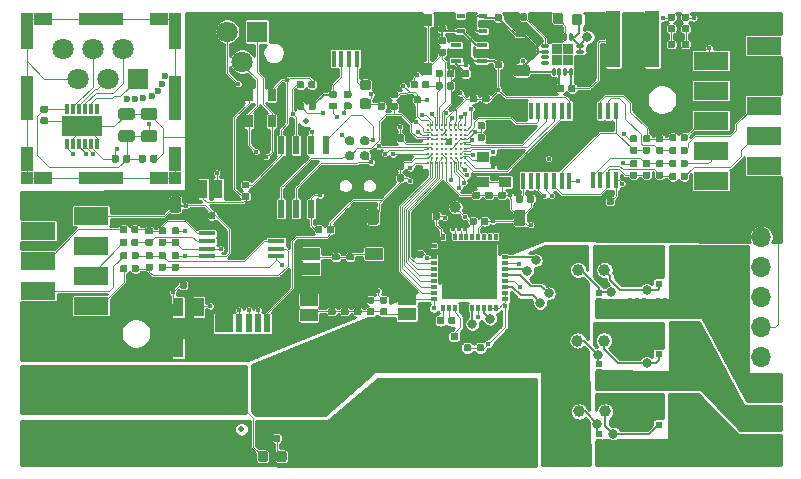
<source format=gbr>
G04 #@! TF.GenerationSoftware,KiCad,Pcbnew,5.1.5-52549c5~84~ubuntu18.04.1*
G04 #@! TF.CreationDate,2020-04-09T12:26:46+02:00*
G04 #@! TF.ProjectId,board,626f6172-642e-46b6-9963-61645f706362,rev?*
G04 #@! TF.SameCoordinates,Original*
G04 #@! TF.FileFunction,Copper,L1,Top*
G04 #@! TF.FilePolarity,Positive*
%FSLAX46Y46*%
G04 Gerber Fmt 4.6, Leading zero omitted, Abs format (unit mm)*
G04 Created by KiCad (PCBNEW 5.1.5-52549c5~84~ubuntu18.04.1) date 2020-04-09 12:26:46*
%MOMM*%
%LPD*%
G04 APERTURE LIST*
%ADD10R,0.700000X0.400000*%
%ADD11C,0.100000*%
%ADD12R,0.450000X1.450000*%
%ADD13R,1.180000X4.700000*%
%ADD14R,1.000000X1.000000*%
%ADD15R,1.650000X1.000000*%
%ADD16R,3.800000X1.000000*%
%ADD17R,1.000000X2.130000*%
%ADD18R,1.000000X3.800000*%
%ADD19R,3.000000X1.500000*%
%ADD20R,1.150000X1.150000*%
%ADD21R,0.500000X0.300000*%
%ADD22R,0.300000X0.500000*%
%ADD23R,0.950000X1.230000*%
%ADD24R,0.630000X0.500000*%
%ADD25R,0.304800X0.812800*%
%ADD26R,3.403600X1.803400*%
%ADD27O,0.300000X0.750000*%
%ADD28O,0.750000X0.300000*%
%ADD29R,0.900000X0.900000*%
%ADD30O,1.700000X1.700000*%
%ADD31R,1.700000X1.700000*%
%ADD32R,3.500000X2.000000*%
%ADD33R,6.000000X2.000000*%
%ADD34C,1.800000*%
%ADD35R,1.800000X1.800000*%
%ADD36R,0.850000X1.600000*%
%ADD37C,1.000000*%
%ADD38R,1.500000X1.600000*%
%ADD39R,0.500000X1.600000*%
%ADD40R,2.400000X3.480000*%
%ADD41R,0.650000X1.060000*%
%ADD42R,1.450000X0.450000*%
%ADD43C,0.500000*%
%ADD44R,0.450000X1.380000*%
%ADD45R,1.475000X2.100000*%
%ADD46R,2.375000X1.900000*%
%ADD47R,1.175000X1.900000*%
%ADD48R,0.600000X1.550000*%
%ADD49R,0.650000X1.050000*%
%ADD50R,0.950000X0.450000*%
%ADD51R,1.000000X0.900000*%
%ADD52R,1.500000X1.000000*%
%ADD53R,0.760000X1.600000*%
%ADD54C,0.200000*%
%ADD55C,0.400000*%
%ADD56C,0.800000*%
%ADD57C,0.600000*%
%ADD58C,0.152400*%
%ADD59C,0.177800*%
%ADD60C,0.101600*%
%ADD61C,0.076200*%
%ADD62C,0.254000*%
G04 APERTURE END LIST*
D10*
X130550000Y-101900000D03*
X130550000Y-100600000D03*
X132450000Y-100600000D03*
X132450000Y-101250000D03*
X132450000Y-101900000D03*
X130550000Y-101900000D03*
X130550000Y-100600000D03*
X132450000Y-100600000D03*
X132450000Y-101250000D03*
X132450000Y-101900000D03*
X130550000Y-101900000D03*
X130550000Y-100600000D03*
X132450000Y-100600000D03*
X132450000Y-101250000D03*
X132450000Y-101900000D03*
G04 #@! TA.AperFunction,SMDPad,CuDef*
D11*
G36*
X122473590Y-110778195D02*
G01*
X122511808Y-110783864D01*
X122549286Y-110793252D01*
X122585663Y-110806268D01*
X122620590Y-110822787D01*
X122653729Y-110842649D01*
X122684762Y-110865665D01*
X122713389Y-110891611D01*
X122739335Y-110920238D01*
X122762351Y-110951271D01*
X122782213Y-110984410D01*
X122798732Y-111019337D01*
X122811748Y-111055714D01*
X122821136Y-111093192D01*
X122826805Y-111131410D01*
X122828701Y-111169999D01*
X122828701Y-111170001D01*
X122826805Y-111208590D01*
X122821136Y-111246808D01*
X122811748Y-111284286D01*
X122798732Y-111320663D01*
X122782213Y-111355590D01*
X122762351Y-111388729D01*
X122739335Y-111419762D01*
X122713389Y-111448389D01*
X122684762Y-111474335D01*
X122653729Y-111497351D01*
X122620590Y-111517213D01*
X122585663Y-111533732D01*
X122549286Y-111546748D01*
X122511808Y-111556136D01*
X122473590Y-111561805D01*
X122435001Y-111563701D01*
X122434999Y-111563701D01*
X122396410Y-111561805D01*
X122358192Y-111556136D01*
X122320714Y-111546748D01*
X122284337Y-111533732D01*
X122249410Y-111517213D01*
X122216271Y-111497351D01*
X122185238Y-111474335D01*
X122156611Y-111448389D01*
X122130665Y-111419762D01*
X122107649Y-111388729D01*
X122087787Y-111355590D01*
X122071268Y-111320663D01*
X122058252Y-111284286D01*
X122048864Y-111246808D01*
X122043195Y-111208590D01*
X122041299Y-111170001D01*
X122041299Y-111169999D01*
X122043195Y-111131410D01*
X122048864Y-111093192D01*
X122058252Y-111055714D01*
X122071268Y-111019337D01*
X122087787Y-110984410D01*
X122107649Y-110951271D01*
X122130665Y-110920238D01*
X122156611Y-110891611D01*
X122185238Y-110865665D01*
X122216271Y-110842649D01*
X122249410Y-110822787D01*
X122284337Y-110806268D01*
X122320714Y-110793252D01*
X122358192Y-110783864D01*
X122396410Y-110778195D01*
X122434999Y-110776299D01*
X122435001Y-110776299D01*
X122473590Y-110778195D01*
G37*
G04 #@! TD.AperFunction*
G04 #@! TA.AperFunction,SMDPad,CuDef*
G36*
X122473590Y-112048195D02*
G01*
X122511808Y-112053864D01*
X122549286Y-112063252D01*
X122585663Y-112076268D01*
X122620590Y-112092787D01*
X122653729Y-112112649D01*
X122684762Y-112135665D01*
X122713389Y-112161611D01*
X122739335Y-112190238D01*
X122762351Y-112221271D01*
X122782213Y-112254410D01*
X122798732Y-112289337D01*
X122811748Y-112325714D01*
X122821136Y-112363192D01*
X122826805Y-112401410D01*
X122828701Y-112439999D01*
X122828701Y-112440001D01*
X122826805Y-112478590D01*
X122821136Y-112516808D01*
X122811748Y-112554286D01*
X122798732Y-112590663D01*
X122782213Y-112625590D01*
X122762351Y-112658729D01*
X122739335Y-112689762D01*
X122713389Y-112718389D01*
X122684762Y-112744335D01*
X122653729Y-112767351D01*
X122620590Y-112787213D01*
X122585663Y-112803732D01*
X122549286Y-112816748D01*
X122511808Y-112826136D01*
X122473590Y-112831805D01*
X122435001Y-112833701D01*
X122434999Y-112833701D01*
X122396410Y-112831805D01*
X122358192Y-112826136D01*
X122320714Y-112816748D01*
X122284337Y-112803732D01*
X122249410Y-112787213D01*
X122216271Y-112767351D01*
X122185238Y-112744335D01*
X122156611Y-112718389D01*
X122130665Y-112689762D01*
X122107649Y-112658729D01*
X122087787Y-112625590D01*
X122071268Y-112590663D01*
X122058252Y-112554286D01*
X122048864Y-112516808D01*
X122043195Y-112478590D01*
X122041299Y-112440001D01*
X122041299Y-112439999D01*
X122043195Y-112401410D01*
X122048864Y-112363192D01*
X122058252Y-112325714D01*
X122071268Y-112289337D01*
X122087787Y-112254410D01*
X122107649Y-112221271D01*
X122130665Y-112190238D01*
X122156611Y-112161611D01*
X122185238Y-112135665D01*
X122216271Y-112112649D01*
X122249410Y-112092787D01*
X122284337Y-112076268D01*
X122320714Y-112063252D01*
X122358192Y-112053864D01*
X122396410Y-112048195D01*
X122434999Y-112046299D01*
X122435001Y-112046299D01*
X122473590Y-112048195D01*
G37*
G04 #@! TD.AperFunction*
G04 #@! TA.AperFunction,SMDPad,CuDef*
G36*
X122473590Y-113318195D02*
G01*
X122511808Y-113323864D01*
X122549286Y-113333252D01*
X122585663Y-113346268D01*
X122620590Y-113362787D01*
X122653729Y-113382649D01*
X122684762Y-113405665D01*
X122713389Y-113431611D01*
X122739335Y-113460238D01*
X122762351Y-113491271D01*
X122782213Y-113524410D01*
X122798732Y-113559337D01*
X122811748Y-113595714D01*
X122821136Y-113633192D01*
X122826805Y-113671410D01*
X122828701Y-113709999D01*
X122828701Y-113710001D01*
X122826805Y-113748590D01*
X122821136Y-113786808D01*
X122811748Y-113824286D01*
X122798732Y-113860663D01*
X122782213Y-113895590D01*
X122762351Y-113928729D01*
X122739335Y-113959762D01*
X122713389Y-113988389D01*
X122684762Y-114014335D01*
X122653729Y-114037351D01*
X122620590Y-114057213D01*
X122585663Y-114073732D01*
X122549286Y-114086748D01*
X122511808Y-114096136D01*
X122473590Y-114101805D01*
X122435001Y-114103701D01*
X122434999Y-114103701D01*
X122396410Y-114101805D01*
X122358192Y-114096136D01*
X122320714Y-114086748D01*
X122284337Y-114073732D01*
X122249410Y-114057213D01*
X122216271Y-114037351D01*
X122185238Y-114014335D01*
X122156611Y-113988389D01*
X122130665Y-113959762D01*
X122107649Y-113928729D01*
X122087787Y-113895590D01*
X122071268Y-113860663D01*
X122058252Y-113824286D01*
X122048864Y-113786808D01*
X122043195Y-113748590D01*
X122041299Y-113710001D01*
X122041299Y-113709999D01*
X122043195Y-113671410D01*
X122048864Y-113633192D01*
X122058252Y-113595714D01*
X122071268Y-113559337D01*
X122087787Y-113524410D01*
X122107649Y-113491271D01*
X122130665Y-113460238D01*
X122156611Y-113431611D01*
X122185238Y-113405665D01*
X122216271Y-113382649D01*
X122249410Y-113362787D01*
X122284337Y-113346268D01*
X122320714Y-113333252D01*
X122358192Y-113323864D01*
X122396410Y-113318195D01*
X122434999Y-113316299D01*
X122435001Y-113316299D01*
X122473590Y-113318195D01*
G37*
G04 #@! TD.AperFunction*
G04 #@! TA.AperFunction,SMDPad,CuDef*
G36*
X121203590Y-113318195D02*
G01*
X121241808Y-113323864D01*
X121279286Y-113333252D01*
X121315663Y-113346268D01*
X121350590Y-113362787D01*
X121383729Y-113382649D01*
X121414762Y-113405665D01*
X121443389Y-113431611D01*
X121469335Y-113460238D01*
X121492351Y-113491271D01*
X121512213Y-113524410D01*
X121528732Y-113559337D01*
X121541748Y-113595714D01*
X121551136Y-113633192D01*
X121556805Y-113671410D01*
X121558701Y-113709999D01*
X121558701Y-113710001D01*
X121556805Y-113748590D01*
X121551136Y-113786808D01*
X121541748Y-113824286D01*
X121528732Y-113860663D01*
X121512213Y-113895590D01*
X121492351Y-113928729D01*
X121469335Y-113959762D01*
X121443389Y-113988389D01*
X121414762Y-114014335D01*
X121383729Y-114037351D01*
X121350590Y-114057213D01*
X121315663Y-114073732D01*
X121279286Y-114086748D01*
X121241808Y-114096136D01*
X121203590Y-114101805D01*
X121165001Y-114103701D01*
X121164999Y-114103701D01*
X121126410Y-114101805D01*
X121088192Y-114096136D01*
X121050714Y-114086748D01*
X121014337Y-114073732D01*
X120979410Y-114057213D01*
X120946271Y-114037351D01*
X120915238Y-114014335D01*
X120886611Y-113988389D01*
X120860665Y-113959762D01*
X120837649Y-113928729D01*
X120817787Y-113895590D01*
X120801268Y-113860663D01*
X120788252Y-113824286D01*
X120778864Y-113786808D01*
X120773195Y-113748590D01*
X120771299Y-113710001D01*
X120771299Y-113709999D01*
X120773195Y-113671410D01*
X120778864Y-113633192D01*
X120788252Y-113595714D01*
X120801268Y-113559337D01*
X120817787Y-113524410D01*
X120837649Y-113491271D01*
X120860665Y-113460238D01*
X120886611Y-113431611D01*
X120915238Y-113405665D01*
X120946271Y-113382649D01*
X120979410Y-113362787D01*
X121014337Y-113346268D01*
X121050714Y-113333252D01*
X121088192Y-113323864D01*
X121126410Y-113318195D01*
X121164999Y-113316299D01*
X121165001Y-113316299D01*
X121203590Y-113318195D01*
G37*
G04 #@! TD.AperFunction*
G04 #@! TA.AperFunction,SMDPad,CuDef*
G36*
X121203590Y-112048195D02*
G01*
X121241808Y-112053864D01*
X121279286Y-112063252D01*
X121315663Y-112076268D01*
X121350590Y-112092787D01*
X121383729Y-112112649D01*
X121414762Y-112135665D01*
X121443389Y-112161611D01*
X121469335Y-112190238D01*
X121492351Y-112221271D01*
X121512213Y-112254410D01*
X121528732Y-112289337D01*
X121541748Y-112325714D01*
X121551136Y-112363192D01*
X121556805Y-112401410D01*
X121558701Y-112439999D01*
X121558701Y-112440001D01*
X121556805Y-112478590D01*
X121551136Y-112516808D01*
X121541748Y-112554286D01*
X121528732Y-112590663D01*
X121512213Y-112625590D01*
X121492351Y-112658729D01*
X121469335Y-112689762D01*
X121443389Y-112718389D01*
X121414762Y-112744335D01*
X121383729Y-112767351D01*
X121350590Y-112787213D01*
X121315663Y-112803732D01*
X121279286Y-112816748D01*
X121241808Y-112826136D01*
X121203590Y-112831805D01*
X121165001Y-112833701D01*
X121164999Y-112833701D01*
X121126410Y-112831805D01*
X121088192Y-112826136D01*
X121050714Y-112816748D01*
X121014337Y-112803732D01*
X120979410Y-112787213D01*
X120946271Y-112767351D01*
X120915238Y-112744335D01*
X120886611Y-112718389D01*
X120860665Y-112689762D01*
X120837649Y-112658729D01*
X120817787Y-112625590D01*
X120801268Y-112590663D01*
X120788252Y-112554286D01*
X120778864Y-112516808D01*
X120773195Y-112478590D01*
X120771299Y-112440001D01*
X120771299Y-112439999D01*
X120773195Y-112401410D01*
X120778864Y-112363192D01*
X120788252Y-112325714D01*
X120801268Y-112289337D01*
X120817787Y-112254410D01*
X120837649Y-112221271D01*
X120860665Y-112190238D01*
X120886611Y-112161611D01*
X120915238Y-112135665D01*
X120946271Y-112112649D01*
X120979410Y-112092787D01*
X121014337Y-112076268D01*
X121050714Y-112063252D01*
X121088192Y-112053864D01*
X121126410Y-112048195D01*
X121164999Y-112046299D01*
X121165001Y-112046299D01*
X121203590Y-112048195D01*
G37*
G04 #@! TD.AperFunction*
G04 #@! TA.AperFunction,SMDPad,CuDef*
G36*
X121203590Y-110778195D02*
G01*
X121241808Y-110783864D01*
X121279286Y-110793252D01*
X121315663Y-110806268D01*
X121350590Y-110822787D01*
X121383729Y-110842649D01*
X121414762Y-110865665D01*
X121443389Y-110891611D01*
X121469335Y-110920238D01*
X121492351Y-110951271D01*
X121512213Y-110984410D01*
X121528732Y-111019337D01*
X121541748Y-111055714D01*
X121551136Y-111093192D01*
X121556805Y-111131410D01*
X121558701Y-111169999D01*
X121558701Y-111170001D01*
X121556805Y-111208590D01*
X121551136Y-111246808D01*
X121541748Y-111284286D01*
X121528732Y-111320663D01*
X121512213Y-111355590D01*
X121492351Y-111388729D01*
X121469335Y-111419762D01*
X121443389Y-111448389D01*
X121414762Y-111474335D01*
X121383729Y-111497351D01*
X121350590Y-111517213D01*
X121315663Y-111533732D01*
X121279286Y-111546748D01*
X121241808Y-111556136D01*
X121203590Y-111561805D01*
X121165001Y-111563701D01*
X121164999Y-111563701D01*
X121126410Y-111561805D01*
X121088192Y-111556136D01*
X121050714Y-111546748D01*
X121014337Y-111533732D01*
X120979410Y-111517213D01*
X120946271Y-111497351D01*
X120915238Y-111474335D01*
X120886611Y-111448389D01*
X120860665Y-111419762D01*
X120837649Y-111388729D01*
X120817787Y-111355590D01*
X120801268Y-111320663D01*
X120788252Y-111284286D01*
X120778864Y-111246808D01*
X120773195Y-111208590D01*
X120771299Y-111170001D01*
X120771299Y-111169999D01*
X120773195Y-111131410D01*
X120778864Y-111093192D01*
X120788252Y-111055714D01*
X120801268Y-111019337D01*
X120817787Y-110984410D01*
X120837649Y-110951271D01*
X120860665Y-110920238D01*
X120886611Y-110891611D01*
X120915238Y-110865665D01*
X120946271Y-110842649D01*
X120979410Y-110822787D01*
X121014337Y-110806268D01*
X121050714Y-110793252D01*
X121088192Y-110783864D01*
X121126410Y-110778195D01*
X121164999Y-110776299D01*
X121165001Y-110776299D01*
X121203590Y-110778195D01*
G37*
G04 #@! TD.AperFunction*
G04 #@! TA.AperFunction,SMDPad,CuDef*
G36*
X102767142Y-108416174D02*
G01*
X102790803Y-108419684D01*
X102814007Y-108425496D01*
X102836529Y-108433554D01*
X102858153Y-108443782D01*
X102878670Y-108456079D01*
X102897883Y-108470329D01*
X102915607Y-108486393D01*
X102931671Y-108504117D01*
X102945921Y-108523330D01*
X102958218Y-108543847D01*
X102968446Y-108565471D01*
X102976504Y-108587993D01*
X102982316Y-108611197D01*
X102985826Y-108634858D01*
X102987000Y-108658750D01*
X102987000Y-109146250D01*
X102985826Y-109170142D01*
X102982316Y-109193803D01*
X102976504Y-109217007D01*
X102968446Y-109239529D01*
X102958218Y-109261153D01*
X102945921Y-109281670D01*
X102931671Y-109300883D01*
X102915607Y-109318607D01*
X102897883Y-109334671D01*
X102878670Y-109348921D01*
X102858153Y-109361218D01*
X102836529Y-109371446D01*
X102814007Y-109379504D01*
X102790803Y-109385316D01*
X102767142Y-109388826D01*
X102743250Y-109390000D01*
X101830750Y-109390000D01*
X101806858Y-109388826D01*
X101783197Y-109385316D01*
X101759993Y-109379504D01*
X101737471Y-109371446D01*
X101715847Y-109361218D01*
X101695330Y-109348921D01*
X101676117Y-109334671D01*
X101658393Y-109318607D01*
X101642329Y-109300883D01*
X101628079Y-109281670D01*
X101615782Y-109261153D01*
X101605554Y-109239529D01*
X101597496Y-109217007D01*
X101591684Y-109193803D01*
X101588174Y-109170142D01*
X101587000Y-109146250D01*
X101587000Y-108658750D01*
X101588174Y-108634858D01*
X101591684Y-108611197D01*
X101597496Y-108587993D01*
X101605554Y-108565471D01*
X101615782Y-108543847D01*
X101628079Y-108523330D01*
X101642329Y-108504117D01*
X101658393Y-108486393D01*
X101676117Y-108470329D01*
X101695330Y-108456079D01*
X101715847Y-108443782D01*
X101737471Y-108433554D01*
X101759993Y-108425496D01*
X101783197Y-108419684D01*
X101806858Y-108416174D01*
X101830750Y-108415000D01*
X102743250Y-108415000D01*
X102767142Y-108416174D01*
G37*
G04 #@! TD.AperFunction*
G04 #@! TA.AperFunction,SMDPad,CuDef*
G36*
X102767142Y-110291174D02*
G01*
X102790803Y-110294684D01*
X102814007Y-110300496D01*
X102836529Y-110308554D01*
X102858153Y-110318782D01*
X102878670Y-110331079D01*
X102897883Y-110345329D01*
X102915607Y-110361393D01*
X102931671Y-110379117D01*
X102945921Y-110398330D01*
X102958218Y-110418847D01*
X102968446Y-110440471D01*
X102976504Y-110462993D01*
X102982316Y-110486197D01*
X102985826Y-110509858D01*
X102987000Y-110533750D01*
X102987000Y-111021250D01*
X102985826Y-111045142D01*
X102982316Y-111068803D01*
X102976504Y-111092007D01*
X102968446Y-111114529D01*
X102958218Y-111136153D01*
X102945921Y-111156670D01*
X102931671Y-111175883D01*
X102915607Y-111193607D01*
X102897883Y-111209671D01*
X102878670Y-111223921D01*
X102858153Y-111236218D01*
X102836529Y-111246446D01*
X102814007Y-111254504D01*
X102790803Y-111260316D01*
X102767142Y-111263826D01*
X102743250Y-111265000D01*
X101830750Y-111265000D01*
X101806858Y-111263826D01*
X101783197Y-111260316D01*
X101759993Y-111254504D01*
X101737471Y-111246446D01*
X101715847Y-111236218D01*
X101695330Y-111223921D01*
X101676117Y-111209671D01*
X101658393Y-111193607D01*
X101642329Y-111175883D01*
X101628079Y-111156670D01*
X101615782Y-111136153D01*
X101605554Y-111114529D01*
X101597496Y-111092007D01*
X101591684Y-111068803D01*
X101588174Y-111045142D01*
X101587000Y-111021250D01*
X101587000Y-110533750D01*
X101588174Y-110509858D01*
X101591684Y-110486197D01*
X101597496Y-110462993D01*
X101605554Y-110440471D01*
X101615782Y-110418847D01*
X101628079Y-110398330D01*
X101642329Y-110379117D01*
X101658393Y-110361393D01*
X101676117Y-110345329D01*
X101695330Y-110331079D01*
X101715847Y-110318782D01*
X101737471Y-110308554D01*
X101759993Y-110300496D01*
X101783197Y-110294684D01*
X101806858Y-110291174D01*
X101830750Y-110290000D01*
X102743250Y-110290000D01*
X102767142Y-110291174D01*
G37*
G04 #@! TD.AperFunction*
D12*
X139750000Y-108650000D03*
X139100000Y-108650000D03*
X138450000Y-108650000D03*
X137800000Y-108650000D03*
X137150000Y-108650000D03*
X136500000Y-108650000D03*
X135850000Y-108650000D03*
X135850000Y-114550000D03*
X136500000Y-114550000D03*
X137150000Y-114550000D03*
X137800000Y-114550000D03*
X138450000Y-114550000D03*
X139100000Y-114550000D03*
X139750000Y-114550000D03*
D13*
X146800000Y-102600000D03*
X143490000Y-102600000D03*
D14*
X93850000Y-100870000D03*
X106350000Y-100870000D03*
X106350000Y-114330000D03*
X93850000Y-114330000D03*
D15*
X95175000Y-100870000D03*
X95175000Y-114330000D03*
D16*
X100100000Y-100870000D03*
X100100000Y-114330000D03*
D15*
X105025000Y-100870000D03*
X105025000Y-114330000D03*
D17*
X93850000Y-102435000D03*
X106350000Y-102435000D03*
D18*
X93850000Y-107600000D03*
X106350000Y-107600000D03*
D17*
X93850000Y-112765000D03*
X106350000Y-112765000D03*
D19*
X99250000Y-117525000D03*
X99250000Y-120065000D03*
X99250000Y-122605000D03*
X99250000Y-125145000D03*
X94750000Y-118795000D03*
X94750000Y-121335000D03*
X94750000Y-123875000D03*
X94750000Y-126415000D03*
G04 #@! TA.AperFunction,SMDPad,CuDef*
D11*
G36*
X104672142Y-108416174D02*
G01*
X104695803Y-108419684D01*
X104719007Y-108425496D01*
X104741529Y-108433554D01*
X104763153Y-108443782D01*
X104783670Y-108456079D01*
X104802883Y-108470329D01*
X104820607Y-108486393D01*
X104836671Y-108504117D01*
X104850921Y-108523330D01*
X104863218Y-108543847D01*
X104873446Y-108565471D01*
X104881504Y-108587993D01*
X104887316Y-108611197D01*
X104890826Y-108634858D01*
X104892000Y-108658750D01*
X104892000Y-109146250D01*
X104890826Y-109170142D01*
X104887316Y-109193803D01*
X104881504Y-109217007D01*
X104873446Y-109239529D01*
X104863218Y-109261153D01*
X104850921Y-109281670D01*
X104836671Y-109300883D01*
X104820607Y-109318607D01*
X104802883Y-109334671D01*
X104783670Y-109348921D01*
X104763153Y-109361218D01*
X104741529Y-109371446D01*
X104719007Y-109379504D01*
X104695803Y-109385316D01*
X104672142Y-109388826D01*
X104648250Y-109390000D01*
X103735750Y-109390000D01*
X103711858Y-109388826D01*
X103688197Y-109385316D01*
X103664993Y-109379504D01*
X103642471Y-109371446D01*
X103620847Y-109361218D01*
X103600330Y-109348921D01*
X103581117Y-109334671D01*
X103563393Y-109318607D01*
X103547329Y-109300883D01*
X103533079Y-109281670D01*
X103520782Y-109261153D01*
X103510554Y-109239529D01*
X103502496Y-109217007D01*
X103496684Y-109193803D01*
X103493174Y-109170142D01*
X103492000Y-109146250D01*
X103492000Y-108658750D01*
X103493174Y-108634858D01*
X103496684Y-108611197D01*
X103502496Y-108587993D01*
X103510554Y-108565471D01*
X103520782Y-108543847D01*
X103533079Y-108523330D01*
X103547329Y-108504117D01*
X103563393Y-108486393D01*
X103581117Y-108470329D01*
X103600330Y-108456079D01*
X103620847Y-108443782D01*
X103642471Y-108433554D01*
X103664993Y-108425496D01*
X103688197Y-108419684D01*
X103711858Y-108416174D01*
X103735750Y-108415000D01*
X104648250Y-108415000D01*
X104672142Y-108416174D01*
G37*
G04 #@! TD.AperFunction*
G04 #@! TA.AperFunction,SMDPad,CuDef*
G36*
X104672142Y-110291174D02*
G01*
X104695803Y-110294684D01*
X104719007Y-110300496D01*
X104741529Y-110308554D01*
X104763153Y-110318782D01*
X104783670Y-110331079D01*
X104802883Y-110345329D01*
X104820607Y-110361393D01*
X104836671Y-110379117D01*
X104850921Y-110398330D01*
X104863218Y-110418847D01*
X104873446Y-110440471D01*
X104881504Y-110462993D01*
X104887316Y-110486197D01*
X104890826Y-110509858D01*
X104892000Y-110533750D01*
X104892000Y-111021250D01*
X104890826Y-111045142D01*
X104887316Y-111068803D01*
X104881504Y-111092007D01*
X104873446Y-111114529D01*
X104863218Y-111136153D01*
X104850921Y-111156670D01*
X104836671Y-111175883D01*
X104820607Y-111193607D01*
X104802883Y-111209671D01*
X104783670Y-111223921D01*
X104763153Y-111236218D01*
X104741529Y-111246446D01*
X104719007Y-111254504D01*
X104695803Y-111260316D01*
X104672142Y-111263826D01*
X104648250Y-111265000D01*
X103735750Y-111265000D01*
X103711858Y-111263826D01*
X103688197Y-111260316D01*
X103664993Y-111254504D01*
X103642471Y-111246446D01*
X103620847Y-111236218D01*
X103600330Y-111223921D01*
X103581117Y-111209671D01*
X103563393Y-111193607D01*
X103547329Y-111175883D01*
X103533079Y-111156670D01*
X103520782Y-111136153D01*
X103510554Y-111114529D01*
X103502496Y-111092007D01*
X103496684Y-111068803D01*
X103493174Y-111045142D01*
X103492000Y-111021250D01*
X103492000Y-110533750D01*
X103493174Y-110509858D01*
X103496684Y-110486197D01*
X103502496Y-110462993D01*
X103510554Y-110440471D01*
X103520782Y-110418847D01*
X103533079Y-110398330D01*
X103547329Y-110379117D01*
X103563393Y-110361393D01*
X103581117Y-110345329D01*
X103600330Y-110331079D01*
X103620847Y-110318782D01*
X103642471Y-110308554D01*
X103664993Y-110300496D01*
X103688197Y-110294684D01*
X103711858Y-110291174D01*
X103735750Y-110290000D01*
X104648250Y-110290000D01*
X104672142Y-110291174D01*
G37*
G04 #@! TD.AperFunction*
G04 #@! TA.AperFunction,SMDPad,CuDef*
G36*
X137705142Y-117001174D02*
G01*
X137728803Y-117004684D01*
X137752007Y-117010496D01*
X137774529Y-117018554D01*
X137796153Y-117028782D01*
X137816670Y-117041079D01*
X137835883Y-117055329D01*
X137853607Y-117071393D01*
X137869671Y-117089117D01*
X137883921Y-117108330D01*
X137896218Y-117128847D01*
X137906446Y-117150471D01*
X137914504Y-117172993D01*
X137920316Y-117196197D01*
X137923826Y-117219858D01*
X137925000Y-117243750D01*
X137925000Y-118156250D01*
X137923826Y-118180142D01*
X137920316Y-118203803D01*
X137914504Y-118227007D01*
X137906446Y-118249529D01*
X137896218Y-118271153D01*
X137883921Y-118291670D01*
X137869671Y-118310883D01*
X137853607Y-118328607D01*
X137835883Y-118344671D01*
X137816670Y-118358921D01*
X137796153Y-118371218D01*
X137774529Y-118381446D01*
X137752007Y-118389504D01*
X137728803Y-118395316D01*
X137705142Y-118398826D01*
X137681250Y-118400000D01*
X137193750Y-118400000D01*
X137169858Y-118398826D01*
X137146197Y-118395316D01*
X137122993Y-118389504D01*
X137100471Y-118381446D01*
X137078847Y-118371218D01*
X137058330Y-118358921D01*
X137039117Y-118344671D01*
X137021393Y-118328607D01*
X137005329Y-118310883D01*
X136991079Y-118291670D01*
X136978782Y-118271153D01*
X136968554Y-118249529D01*
X136960496Y-118227007D01*
X136954684Y-118203803D01*
X136951174Y-118180142D01*
X136950000Y-118156250D01*
X136950000Y-117243750D01*
X136951174Y-117219858D01*
X136954684Y-117196197D01*
X136960496Y-117172993D01*
X136968554Y-117150471D01*
X136978782Y-117128847D01*
X136991079Y-117108330D01*
X137005329Y-117089117D01*
X137021393Y-117071393D01*
X137039117Y-117055329D01*
X137058330Y-117041079D01*
X137078847Y-117028782D01*
X137100471Y-117018554D01*
X137122993Y-117010496D01*
X137146197Y-117004684D01*
X137169858Y-117001174D01*
X137193750Y-117000000D01*
X137681250Y-117000000D01*
X137705142Y-117001174D01*
G37*
G04 #@! TD.AperFunction*
G04 #@! TA.AperFunction,SMDPad,CuDef*
G36*
X135830142Y-117001174D02*
G01*
X135853803Y-117004684D01*
X135877007Y-117010496D01*
X135899529Y-117018554D01*
X135921153Y-117028782D01*
X135941670Y-117041079D01*
X135960883Y-117055329D01*
X135978607Y-117071393D01*
X135994671Y-117089117D01*
X136008921Y-117108330D01*
X136021218Y-117128847D01*
X136031446Y-117150471D01*
X136039504Y-117172993D01*
X136045316Y-117196197D01*
X136048826Y-117219858D01*
X136050000Y-117243750D01*
X136050000Y-118156250D01*
X136048826Y-118180142D01*
X136045316Y-118203803D01*
X136039504Y-118227007D01*
X136031446Y-118249529D01*
X136021218Y-118271153D01*
X136008921Y-118291670D01*
X135994671Y-118310883D01*
X135978607Y-118328607D01*
X135960883Y-118344671D01*
X135941670Y-118358921D01*
X135921153Y-118371218D01*
X135899529Y-118381446D01*
X135877007Y-118389504D01*
X135853803Y-118395316D01*
X135830142Y-118398826D01*
X135806250Y-118400000D01*
X135318750Y-118400000D01*
X135294858Y-118398826D01*
X135271197Y-118395316D01*
X135247993Y-118389504D01*
X135225471Y-118381446D01*
X135203847Y-118371218D01*
X135183330Y-118358921D01*
X135164117Y-118344671D01*
X135146393Y-118328607D01*
X135130329Y-118310883D01*
X135116079Y-118291670D01*
X135103782Y-118271153D01*
X135093554Y-118249529D01*
X135085496Y-118227007D01*
X135079684Y-118203803D01*
X135076174Y-118180142D01*
X135075000Y-118156250D01*
X135075000Y-117243750D01*
X135076174Y-117219858D01*
X135079684Y-117196197D01*
X135085496Y-117172993D01*
X135093554Y-117150471D01*
X135103782Y-117128847D01*
X135116079Y-117108330D01*
X135130329Y-117089117D01*
X135146393Y-117071393D01*
X135164117Y-117055329D01*
X135183330Y-117041079D01*
X135203847Y-117028782D01*
X135225471Y-117018554D01*
X135247993Y-117010496D01*
X135271197Y-117004684D01*
X135294858Y-117001174D01*
X135318750Y-117000000D01*
X135806250Y-117000000D01*
X135830142Y-117001174D01*
G37*
G04 #@! TD.AperFunction*
D20*
X129575000Y-124025000D03*
X130725000Y-124025000D03*
X131875000Y-124025000D03*
X133025000Y-124025000D03*
X129575000Y-122875000D03*
X130725000Y-122875000D03*
X131875000Y-122875000D03*
X133025000Y-122875000D03*
X129575000Y-121725000D03*
X130725000Y-121725000D03*
X131875000Y-121725000D03*
X133025000Y-121725000D03*
X129575000Y-120575000D03*
X130725000Y-120575000D03*
X131875000Y-120575000D03*
X133025000Y-120575000D03*
D21*
X128300000Y-124550000D03*
X128300000Y-124050000D03*
X128300000Y-123550000D03*
X128300000Y-123050000D03*
X128300000Y-122550000D03*
X128300000Y-122050000D03*
X128300000Y-121550000D03*
X128300000Y-121050000D03*
X128300000Y-120550000D03*
X128300000Y-120050000D03*
D22*
X129050000Y-119300000D03*
X129550000Y-119300000D03*
X130050000Y-119300000D03*
X130550000Y-119300000D03*
X131050000Y-119300000D03*
X131550000Y-119300000D03*
X132050000Y-119300000D03*
X132550000Y-119300000D03*
X133050000Y-119300000D03*
X133550000Y-119300000D03*
D21*
X134300000Y-120050000D03*
X134300000Y-120550000D03*
X134300000Y-121050000D03*
X134300000Y-121550000D03*
X134300000Y-122050000D03*
X134300000Y-122550000D03*
X134300000Y-123050000D03*
X134300000Y-123550000D03*
X134300000Y-124050000D03*
X134300000Y-124550000D03*
D22*
X133550000Y-125300000D03*
X133050000Y-125300000D03*
X132550000Y-125300000D03*
X132050000Y-125300000D03*
X131550000Y-125300000D03*
X131050000Y-125300000D03*
X130550000Y-125300000D03*
X130050000Y-125300000D03*
X129550000Y-125300000D03*
X129050000Y-125300000D03*
G04 #@! TA.AperFunction,SMDPad,CuDef*
D11*
G36*
X121530142Y-116901174D02*
G01*
X121553803Y-116904684D01*
X121577007Y-116910496D01*
X121599529Y-116918554D01*
X121621153Y-116928782D01*
X121641670Y-116941079D01*
X121660883Y-116955329D01*
X121678607Y-116971393D01*
X121694671Y-116989117D01*
X121708921Y-117008330D01*
X121721218Y-117028847D01*
X121731446Y-117050471D01*
X121739504Y-117072993D01*
X121745316Y-117096197D01*
X121748826Y-117119858D01*
X121750000Y-117143750D01*
X121750000Y-118056250D01*
X121748826Y-118080142D01*
X121745316Y-118103803D01*
X121739504Y-118127007D01*
X121731446Y-118149529D01*
X121721218Y-118171153D01*
X121708921Y-118191670D01*
X121694671Y-118210883D01*
X121678607Y-118228607D01*
X121660883Y-118244671D01*
X121641670Y-118258921D01*
X121621153Y-118271218D01*
X121599529Y-118281446D01*
X121577007Y-118289504D01*
X121553803Y-118295316D01*
X121530142Y-118298826D01*
X121506250Y-118300000D01*
X121018750Y-118300000D01*
X120994858Y-118298826D01*
X120971197Y-118295316D01*
X120947993Y-118289504D01*
X120925471Y-118281446D01*
X120903847Y-118271218D01*
X120883330Y-118258921D01*
X120864117Y-118244671D01*
X120846393Y-118228607D01*
X120830329Y-118210883D01*
X120816079Y-118191670D01*
X120803782Y-118171153D01*
X120793554Y-118149529D01*
X120785496Y-118127007D01*
X120779684Y-118103803D01*
X120776174Y-118080142D01*
X120775000Y-118056250D01*
X120775000Y-117143750D01*
X120776174Y-117119858D01*
X120779684Y-117096197D01*
X120785496Y-117072993D01*
X120793554Y-117050471D01*
X120803782Y-117028847D01*
X120816079Y-117008330D01*
X120830329Y-116989117D01*
X120846393Y-116971393D01*
X120864117Y-116955329D01*
X120883330Y-116941079D01*
X120903847Y-116928782D01*
X120925471Y-116918554D01*
X120947993Y-116910496D01*
X120971197Y-116904684D01*
X120994858Y-116901174D01*
X121018750Y-116900000D01*
X121506250Y-116900000D01*
X121530142Y-116901174D01*
G37*
G04 #@! TD.AperFunction*
G04 #@! TA.AperFunction,SMDPad,CuDef*
G36*
X123405142Y-116901174D02*
G01*
X123428803Y-116904684D01*
X123452007Y-116910496D01*
X123474529Y-116918554D01*
X123496153Y-116928782D01*
X123516670Y-116941079D01*
X123535883Y-116955329D01*
X123553607Y-116971393D01*
X123569671Y-116989117D01*
X123583921Y-117008330D01*
X123596218Y-117028847D01*
X123606446Y-117050471D01*
X123614504Y-117072993D01*
X123620316Y-117096197D01*
X123623826Y-117119858D01*
X123625000Y-117143750D01*
X123625000Y-118056250D01*
X123623826Y-118080142D01*
X123620316Y-118103803D01*
X123614504Y-118127007D01*
X123606446Y-118149529D01*
X123596218Y-118171153D01*
X123583921Y-118191670D01*
X123569671Y-118210883D01*
X123553607Y-118228607D01*
X123535883Y-118244671D01*
X123516670Y-118258921D01*
X123496153Y-118271218D01*
X123474529Y-118281446D01*
X123452007Y-118289504D01*
X123428803Y-118295316D01*
X123405142Y-118298826D01*
X123381250Y-118300000D01*
X122893750Y-118300000D01*
X122869858Y-118298826D01*
X122846197Y-118295316D01*
X122822993Y-118289504D01*
X122800471Y-118281446D01*
X122778847Y-118271218D01*
X122758330Y-118258921D01*
X122739117Y-118244671D01*
X122721393Y-118228607D01*
X122705329Y-118210883D01*
X122691079Y-118191670D01*
X122678782Y-118171153D01*
X122668554Y-118149529D01*
X122660496Y-118127007D01*
X122654684Y-118103803D01*
X122651174Y-118080142D01*
X122650000Y-118056250D01*
X122650000Y-117143750D01*
X122651174Y-117119858D01*
X122654684Y-117096197D01*
X122660496Y-117072993D01*
X122668554Y-117050471D01*
X122678782Y-117028847D01*
X122691079Y-117008330D01*
X122705329Y-116989117D01*
X122721393Y-116971393D01*
X122739117Y-116955329D01*
X122758330Y-116941079D01*
X122778847Y-116928782D01*
X122800471Y-116918554D01*
X122822993Y-116910496D01*
X122846197Y-116904684D01*
X122869858Y-116901174D01*
X122893750Y-116900000D01*
X123381250Y-116900000D01*
X123405142Y-116901174D01*
G37*
G04 #@! TD.AperFunction*
D12*
X143695000Y-108640000D03*
X143045000Y-108640000D03*
X142395000Y-108640000D03*
X141745000Y-108640000D03*
X141745000Y-114540000D03*
X142395000Y-114540000D03*
X143045000Y-114540000D03*
X143695000Y-114540000D03*
D23*
X140940000Y-131660000D03*
X140940000Y-130440000D03*
X139990000Y-131660000D03*
X139990000Y-130440000D03*
D24*
X139410000Y-132020000D03*
X139410000Y-131380000D03*
X139410000Y-130720000D03*
X139410000Y-130080000D03*
X142290000Y-130080000D03*
X142290000Y-130720000D03*
X142290000Y-131380000D03*
X142290000Y-132020000D03*
D25*
X97250000Y-111417800D03*
X97750000Y-111417800D03*
X98250000Y-111417800D03*
X98750000Y-111417800D03*
X99250000Y-111417800D03*
X99750000Y-111417800D03*
X99750000Y-108522200D03*
X99250000Y-108522200D03*
X98750000Y-108522200D03*
X98250000Y-108522200D03*
X97750000Y-108522200D03*
X97250000Y-108522200D03*
D26*
X98500000Y-109970000D03*
G04 #@! TA.AperFunction,SMDPad,CuDef*
D11*
G36*
X120186958Y-120720710D02*
G01*
X120201276Y-120722834D01*
X120215317Y-120726351D01*
X120228946Y-120731228D01*
X120242031Y-120737417D01*
X120254447Y-120744858D01*
X120266073Y-120753481D01*
X120276798Y-120763202D01*
X120286519Y-120773927D01*
X120295142Y-120785553D01*
X120302583Y-120797969D01*
X120308772Y-120811054D01*
X120313649Y-120824683D01*
X120317166Y-120838724D01*
X120319290Y-120853042D01*
X120320000Y-120867500D01*
X120320000Y-121162500D01*
X120319290Y-121176958D01*
X120317166Y-121191276D01*
X120313649Y-121205317D01*
X120308772Y-121218946D01*
X120302583Y-121232031D01*
X120295142Y-121244447D01*
X120286519Y-121256073D01*
X120276798Y-121266798D01*
X120266073Y-121276519D01*
X120254447Y-121285142D01*
X120242031Y-121292583D01*
X120228946Y-121298772D01*
X120215317Y-121303649D01*
X120201276Y-121307166D01*
X120186958Y-121309290D01*
X120172500Y-121310000D01*
X119827500Y-121310000D01*
X119813042Y-121309290D01*
X119798724Y-121307166D01*
X119784683Y-121303649D01*
X119771054Y-121298772D01*
X119757969Y-121292583D01*
X119745553Y-121285142D01*
X119733927Y-121276519D01*
X119723202Y-121266798D01*
X119713481Y-121256073D01*
X119704858Y-121244447D01*
X119697417Y-121232031D01*
X119691228Y-121218946D01*
X119686351Y-121205317D01*
X119682834Y-121191276D01*
X119680710Y-121176958D01*
X119680000Y-121162500D01*
X119680000Y-120867500D01*
X119680710Y-120853042D01*
X119682834Y-120838724D01*
X119686351Y-120824683D01*
X119691228Y-120811054D01*
X119697417Y-120797969D01*
X119704858Y-120785553D01*
X119713481Y-120773927D01*
X119723202Y-120763202D01*
X119733927Y-120753481D01*
X119745553Y-120744858D01*
X119757969Y-120737417D01*
X119771054Y-120731228D01*
X119784683Y-120726351D01*
X119798724Y-120722834D01*
X119813042Y-120720710D01*
X119827500Y-120720000D01*
X120172500Y-120720000D01*
X120186958Y-120720710D01*
G37*
G04 #@! TD.AperFunction*
G04 #@! TA.AperFunction,SMDPad,CuDef*
G36*
X120186958Y-121690710D02*
G01*
X120201276Y-121692834D01*
X120215317Y-121696351D01*
X120228946Y-121701228D01*
X120242031Y-121707417D01*
X120254447Y-121714858D01*
X120266073Y-121723481D01*
X120276798Y-121733202D01*
X120286519Y-121743927D01*
X120295142Y-121755553D01*
X120302583Y-121767969D01*
X120308772Y-121781054D01*
X120313649Y-121794683D01*
X120317166Y-121808724D01*
X120319290Y-121823042D01*
X120320000Y-121837500D01*
X120320000Y-122132500D01*
X120319290Y-122146958D01*
X120317166Y-122161276D01*
X120313649Y-122175317D01*
X120308772Y-122188946D01*
X120302583Y-122202031D01*
X120295142Y-122214447D01*
X120286519Y-122226073D01*
X120276798Y-122236798D01*
X120266073Y-122246519D01*
X120254447Y-122255142D01*
X120242031Y-122262583D01*
X120228946Y-122268772D01*
X120215317Y-122273649D01*
X120201276Y-122277166D01*
X120186958Y-122279290D01*
X120172500Y-122280000D01*
X119827500Y-122280000D01*
X119813042Y-122279290D01*
X119798724Y-122277166D01*
X119784683Y-122273649D01*
X119771054Y-122268772D01*
X119757969Y-122262583D01*
X119745553Y-122255142D01*
X119733927Y-122246519D01*
X119723202Y-122236798D01*
X119713481Y-122226073D01*
X119704858Y-122214447D01*
X119697417Y-122202031D01*
X119691228Y-122188946D01*
X119686351Y-122175317D01*
X119682834Y-122161276D01*
X119680710Y-122146958D01*
X119680000Y-122132500D01*
X119680000Y-121837500D01*
X119680710Y-121823042D01*
X119682834Y-121808724D01*
X119686351Y-121794683D01*
X119691228Y-121781054D01*
X119697417Y-121767969D01*
X119704858Y-121755553D01*
X119713481Y-121743927D01*
X119723202Y-121733202D01*
X119733927Y-121723481D01*
X119745553Y-121714858D01*
X119757969Y-121707417D01*
X119771054Y-121701228D01*
X119784683Y-121696351D01*
X119798724Y-121692834D01*
X119813042Y-121690710D01*
X119827500Y-121690000D01*
X120172500Y-121690000D01*
X120186958Y-121690710D01*
G37*
G04 #@! TD.AperFunction*
G04 #@! TA.AperFunction,SMDPad,CuDef*
G36*
X102446958Y-112380710D02*
G01*
X102461276Y-112382834D01*
X102475317Y-112386351D01*
X102488946Y-112391228D01*
X102502031Y-112397417D01*
X102514447Y-112404858D01*
X102526073Y-112413481D01*
X102536798Y-112423202D01*
X102546519Y-112433927D01*
X102555142Y-112445553D01*
X102562583Y-112457969D01*
X102568772Y-112471054D01*
X102573649Y-112484683D01*
X102577166Y-112498724D01*
X102579290Y-112513042D01*
X102580000Y-112527500D01*
X102580000Y-112872500D01*
X102579290Y-112886958D01*
X102577166Y-112901276D01*
X102573649Y-112915317D01*
X102568772Y-112928946D01*
X102562583Y-112942031D01*
X102555142Y-112954447D01*
X102546519Y-112966073D01*
X102536798Y-112976798D01*
X102526073Y-112986519D01*
X102514447Y-112995142D01*
X102502031Y-113002583D01*
X102488946Y-113008772D01*
X102475317Y-113013649D01*
X102461276Y-113017166D01*
X102446958Y-113019290D01*
X102432500Y-113020000D01*
X102137500Y-113020000D01*
X102123042Y-113019290D01*
X102108724Y-113017166D01*
X102094683Y-113013649D01*
X102081054Y-113008772D01*
X102067969Y-113002583D01*
X102055553Y-112995142D01*
X102043927Y-112986519D01*
X102033202Y-112976798D01*
X102023481Y-112966073D01*
X102014858Y-112954447D01*
X102007417Y-112942031D01*
X102001228Y-112928946D01*
X101996351Y-112915317D01*
X101992834Y-112901276D01*
X101990710Y-112886958D01*
X101990000Y-112872500D01*
X101990000Y-112527500D01*
X101990710Y-112513042D01*
X101992834Y-112498724D01*
X101996351Y-112484683D01*
X102001228Y-112471054D01*
X102007417Y-112457969D01*
X102014858Y-112445553D01*
X102023481Y-112433927D01*
X102033202Y-112423202D01*
X102043927Y-112413481D01*
X102055553Y-112404858D01*
X102067969Y-112397417D01*
X102081054Y-112391228D01*
X102094683Y-112386351D01*
X102108724Y-112382834D01*
X102123042Y-112380710D01*
X102137500Y-112380000D01*
X102432500Y-112380000D01*
X102446958Y-112380710D01*
G37*
G04 #@! TD.AperFunction*
G04 #@! TA.AperFunction,SMDPad,CuDef*
G36*
X101476958Y-112380710D02*
G01*
X101491276Y-112382834D01*
X101505317Y-112386351D01*
X101518946Y-112391228D01*
X101532031Y-112397417D01*
X101544447Y-112404858D01*
X101556073Y-112413481D01*
X101566798Y-112423202D01*
X101576519Y-112433927D01*
X101585142Y-112445553D01*
X101592583Y-112457969D01*
X101598772Y-112471054D01*
X101603649Y-112484683D01*
X101607166Y-112498724D01*
X101609290Y-112513042D01*
X101610000Y-112527500D01*
X101610000Y-112872500D01*
X101609290Y-112886958D01*
X101607166Y-112901276D01*
X101603649Y-112915317D01*
X101598772Y-112928946D01*
X101592583Y-112942031D01*
X101585142Y-112954447D01*
X101576519Y-112966073D01*
X101566798Y-112976798D01*
X101556073Y-112986519D01*
X101544447Y-112995142D01*
X101532031Y-113002583D01*
X101518946Y-113008772D01*
X101505317Y-113013649D01*
X101491276Y-113017166D01*
X101476958Y-113019290D01*
X101462500Y-113020000D01*
X101167500Y-113020000D01*
X101153042Y-113019290D01*
X101138724Y-113017166D01*
X101124683Y-113013649D01*
X101111054Y-113008772D01*
X101097969Y-113002583D01*
X101085553Y-112995142D01*
X101073927Y-112986519D01*
X101063202Y-112976798D01*
X101053481Y-112966073D01*
X101044858Y-112954447D01*
X101037417Y-112942031D01*
X101031228Y-112928946D01*
X101026351Y-112915317D01*
X101022834Y-112901276D01*
X101020710Y-112886958D01*
X101020000Y-112872500D01*
X101020000Y-112527500D01*
X101020710Y-112513042D01*
X101022834Y-112498724D01*
X101026351Y-112484683D01*
X101031228Y-112471054D01*
X101037417Y-112457969D01*
X101044858Y-112445553D01*
X101053481Y-112433927D01*
X101063202Y-112423202D01*
X101073927Y-112413481D01*
X101085553Y-112404858D01*
X101097969Y-112397417D01*
X101111054Y-112391228D01*
X101124683Y-112386351D01*
X101138724Y-112382834D01*
X101153042Y-112380710D01*
X101167500Y-112380000D01*
X101462500Y-112380000D01*
X101476958Y-112380710D01*
G37*
G04 #@! TD.AperFunction*
G04 #@! TA.AperFunction,SMDPad,CuDef*
G36*
X95486958Y-109190710D02*
G01*
X95501276Y-109192834D01*
X95515317Y-109196351D01*
X95528946Y-109201228D01*
X95542031Y-109207417D01*
X95554447Y-109214858D01*
X95566073Y-109223481D01*
X95576798Y-109233202D01*
X95586519Y-109243927D01*
X95595142Y-109255553D01*
X95602583Y-109267969D01*
X95608772Y-109281054D01*
X95613649Y-109294683D01*
X95617166Y-109308724D01*
X95619290Y-109323042D01*
X95620000Y-109337500D01*
X95620000Y-109632500D01*
X95619290Y-109646958D01*
X95617166Y-109661276D01*
X95613649Y-109675317D01*
X95608772Y-109688946D01*
X95602583Y-109702031D01*
X95595142Y-109714447D01*
X95586519Y-109726073D01*
X95576798Y-109736798D01*
X95566073Y-109746519D01*
X95554447Y-109755142D01*
X95542031Y-109762583D01*
X95528946Y-109768772D01*
X95515317Y-109773649D01*
X95501276Y-109777166D01*
X95486958Y-109779290D01*
X95472500Y-109780000D01*
X95127500Y-109780000D01*
X95113042Y-109779290D01*
X95098724Y-109777166D01*
X95084683Y-109773649D01*
X95071054Y-109768772D01*
X95057969Y-109762583D01*
X95045553Y-109755142D01*
X95033927Y-109746519D01*
X95023202Y-109736798D01*
X95013481Y-109726073D01*
X95004858Y-109714447D01*
X94997417Y-109702031D01*
X94991228Y-109688946D01*
X94986351Y-109675317D01*
X94982834Y-109661276D01*
X94980710Y-109646958D01*
X94980000Y-109632500D01*
X94980000Y-109337500D01*
X94980710Y-109323042D01*
X94982834Y-109308724D01*
X94986351Y-109294683D01*
X94991228Y-109281054D01*
X94997417Y-109267969D01*
X95004858Y-109255553D01*
X95013481Y-109243927D01*
X95023202Y-109233202D01*
X95033927Y-109223481D01*
X95045553Y-109214858D01*
X95057969Y-109207417D01*
X95071054Y-109201228D01*
X95084683Y-109196351D01*
X95098724Y-109192834D01*
X95113042Y-109190710D01*
X95127500Y-109190000D01*
X95472500Y-109190000D01*
X95486958Y-109190710D01*
G37*
G04 #@! TD.AperFunction*
G04 #@! TA.AperFunction,SMDPad,CuDef*
G36*
X95486958Y-108220710D02*
G01*
X95501276Y-108222834D01*
X95515317Y-108226351D01*
X95528946Y-108231228D01*
X95542031Y-108237417D01*
X95554447Y-108244858D01*
X95566073Y-108253481D01*
X95576798Y-108263202D01*
X95586519Y-108273927D01*
X95595142Y-108285553D01*
X95602583Y-108297969D01*
X95608772Y-108311054D01*
X95613649Y-108324683D01*
X95617166Y-108338724D01*
X95619290Y-108353042D01*
X95620000Y-108367500D01*
X95620000Y-108662500D01*
X95619290Y-108676958D01*
X95617166Y-108691276D01*
X95613649Y-108705317D01*
X95608772Y-108718946D01*
X95602583Y-108732031D01*
X95595142Y-108744447D01*
X95586519Y-108756073D01*
X95576798Y-108766798D01*
X95566073Y-108776519D01*
X95554447Y-108785142D01*
X95542031Y-108792583D01*
X95528946Y-108798772D01*
X95515317Y-108803649D01*
X95501276Y-108807166D01*
X95486958Y-108809290D01*
X95472500Y-108810000D01*
X95127500Y-108810000D01*
X95113042Y-108809290D01*
X95098724Y-108807166D01*
X95084683Y-108803649D01*
X95071054Y-108798772D01*
X95057969Y-108792583D01*
X95045553Y-108785142D01*
X95033927Y-108776519D01*
X95023202Y-108766798D01*
X95013481Y-108756073D01*
X95004858Y-108744447D01*
X94997417Y-108732031D01*
X94991228Y-108718946D01*
X94986351Y-108705317D01*
X94982834Y-108691276D01*
X94980710Y-108676958D01*
X94980000Y-108662500D01*
X94980000Y-108367500D01*
X94980710Y-108353042D01*
X94982834Y-108338724D01*
X94986351Y-108324683D01*
X94991228Y-108311054D01*
X94997417Y-108297969D01*
X95004858Y-108285553D01*
X95013481Y-108273927D01*
X95023202Y-108263202D01*
X95033927Y-108253481D01*
X95045553Y-108244858D01*
X95057969Y-108237417D01*
X95071054Y-108231228D01*
X95084683Y-108226351D01*
X95098724Y-108222834D01*
X95113042Y-108220710D01*
X95127500Y-108220000D01*
X95472500Y-108220000D01*
X95486958Y-108220710D01*
G37*
G04 #@! TD.AperFunction*
G04 #@! TA.AperFunction,SMDPad,CuDef*
G36*
X128780142Y-129676174D02*
G01*
X128803803Y-129679684D01*
X128827007Y-129685496D01*
X128849529Y-129693554D01*
X128871153Y-129703782D01*
X128891670Y-129716079D01*
X128910883Y-129730329D01*
X128928607Y-129746393D01*
X128944671Y-129764117D01*
X128958921Y-129783330D01*
X128971218Y-129803847D01*
X128981446Y-129825471D01*
X128989504Y-129847993D01*
X128995316Y-129871197D01*
X128998826Y-129894858D01*
X129000000Y-129918750D01*
X129000000Y-130406250D01*
X128998826Y-130430142D01*
X128995316Y-130453803D01*
X128989504Y-130477007D01*
X128981446Y-130499529D01*
X128971218Y-130521153D01*
X128958921Y-130541670D01*
X128944671Y-130560883D01*
X128928607Y-130578607D01*
X128910883Y-130594671D01*
X128891670Y-130608921D01*
X128871153Y-130621218D01*
X128849529Y-130631446D01*
X128827007Y-130639504D01*
X128803803Y-130645316D01*
X128780142Y-130648826D01*
X128756250Y-130650000D01*
X127843750Y-130650000D01*
X127819858Y-130648826D01*
X127796197Y-130645316D01*
X127772993Y-130639504D01*
X127750471Y-130631446D01*
X127728847Y-130621218D01*
X127708330Y-130608921D01*
X127689117Y-130594671D01*
X127671393Y-130578607D01*
X127655329Y-130560883D01*
X127641079Y-130541670D01*
X127628782Y-130521153D01*
X127618554Y-130499529D01*
X127610496Y-130477007D01*
X127604684Y-130453803D01*
X127601174Y-130430142D01*
X127600000Y-130406250D01*
X127600000Y-129918750D01*
X127601174Y-129894858D01*
X127604684Y-129871197D01*
X127610496Y-129847993D01*
X127618554Y-129825471D01*
X127628782Y-129803847D01*
X127641079Y-129783330D01*
X127655329Y-129764117D01*
X127671393Y-129746393D01*
X127689117Y-129730329D01*
X127708330Y-129716079D01*
X127728847Y-129703782D01*
X127750471Y-129693554D01*
X127772993Y-129685496D01*
X127796197Y-129679684D01*
X127819858Y-129676174D01*
X127843750Y-129675000D01*
X128756250Y-129675000D01*
X128780142Y-129676174D01*
G37*
G04 #@! TD.AperFunction*
G04 #@! TA.AperFunction,SMDPad,CuDef*
G36*
X128780142Y-131551174D02*
G01*
X128803803Y-131554684D01*
X128827007Y-131560496D01*
X128849529Y-131568554D01*
X128871153Y-131578782D01*
X128891670Y-131591079D01*
X128910883Y-131605329D01*
X128928607Y-131621393D01*
X128944671Y-131639117D01*
X128958921Y-131658330D01*
X128971218Y-131678847D01*
X128981446Y-131700471D01*
X128989504Y-131722993D01*
X128995316Y-131746197D01*
X128998826Y-131769858D01*
X129000000Y-131793750D01*
X129000000Y-132281250D01*
X128998826Y-132305142D01*
X128995316Y-132328803D01*
X128989504Y-132352007D01*
X128981446Y-132374529D01*
X128971218Y-132396153D01*
X128958921Y-132416670D01*
X128944671Y-132435883D01*
X128928607Y-132453607D01*
X128910883Y-132469671D01*
X128891670Y-132483921D01*
X128871153Y-132496218D01*
X128849529Y-132506446D01*
X128827007Y-132514504D01*
X128803803Y-132520316D01*
X128780142Y-132523826D01*
X128756250Y-132525000D01*
X127843750Y-132525000D01*
X127819858Y-132523826D01*
X127796197Y-132520316D01*
X127772993Y-132514504D01*
X127750471Y-132506446D01*
X127728847Y-132496218D01*
X127708330Y-132483921D01*
X127689117Y-132469671D01*
X127671393Y-132453607D01*
X127655329Y-132435883D01*
X127641079Y-132416670D01*
X127628782Y-132396153D01*
X127618554Y-132374529D01*
X127610496Y-132352007D01*
X127604684Y-132328803D01*
X127601174Y-132305142D01*
X127600000Y-132281250D01*
X127600000Y-131793750D01*
X127601174Y-131769858D01*
X127604684Y-131746197D01*
X127610496Y-131722993D01*
X127618554Y-131700471D01*
X127628782Y-131678847D01*
X127641079Y-131658330D01*
X127655329Y-131639117D01*
X127671393Y-131621393D01*
X127689117Y-131605329D01*
X127708330Y-131591079D01*
X127728847Y-131578782D01*
X127750471Y-131568554D01*
X127772993Y-131560496D01*
X127796197Y-131554684D01*
X127819858Y-131551174D01*
X127843750Y-131550000D01*
X128756250Y-131550000D01*
X128780142Y-131551174D01*
G37*
G04 #@! TD.AperFunction*
G04 #@! TA.AperFunction,SMDPad,CuDef*
G36*
X104746958Y-112380710D02*
G01*
X104761276Y-112382834D01*
X104775317Y-112386351D01*
X104788946Y-112391228D01*
X104802031Y-112397417D01*
X104814447Y-112404858D01*
X104826073Y-112413481D01*
X104836798Y-112423202D01*
X104846519Y-112433927D01*
X104855142Y-112445553D01*
X104862583Y-112457969D01*
X104868772Y-112471054D01*
X104873649Y-112484683D01*
X104877166Y-112498724D01*
X104879290Y-112513042D01*
X104880000Y-112527500D01*
X104880000Y-112872500D01*
X104879290Y-112886958D01*
X104877166Y-112901276D01*
X104873649Y-112915317D01*
X104868772Y-112928946D01*
X104862583Y-112942031D01*
X104855142Y-112954447D01*
X104846519Y-112966073D01*
X104836798Y-112976798D01*
X104826073Y-112986519D01*
X104814447Y-112995142D01*
X104802031Y-113002583D01*
X104788946Y-113008772D01*
X104775317Y-113013649D01*
X104761276Y-113017166D01*
X104746958Y-113019290D01*
X104732500Y-113020000D01*
X104437500Y-113020000D01*
X104423042Y-113019290D01*
X104408724Y-113017166D01*
X104394683Y-113013649D01*
X104381054Y-113008772D01*
X104367969Y-113002583D01*
X104355553Y-112995142D01*
X104343927Y-112986519D01*
X104333202Y-112976798D01*
X104323481Y-112966073D01*
X104314858Y-112954447D01*
X104307417Y-112942031D01*
X104301228Y-112928946D01*
X104296351Y-112915317D01*
X104292834Y-112901276D01*
X104290710Y-112886958D01*
X104290000Y-112872500D01*
X104290000Y-112527500D01*
X104290710Y-112513042D01*
X104292834Y-112498724D01*
X104296351Y-112484683D01*
X104301228Y-112471054D01*
X104307417Y-112457969D01*
X104314858Y-112445553D01*
X104323481Y-112433927D01*
X104333202Y-112423202D01*
X104343927Y-112413481D01*
X104355553Y-112404858D01*
X104367969Y-112397417D01*
X104381054Y-112391228D01*
X104394683Y-112386351D01*
X104408724Y-112382834D01*
X104423042Y-112380710D01*
X104437500Y-112380000D01*
X104732500Y-112380000D01*
X104746958Y-112380710D01*
G37*
G04 #@! TD.AperFunction*
G04 #@! TA.AperFunction,SMDPad,CuDef*
G36*
X103776958Y-112380710D02*
G01*
X103791276Y-112382834D01*
X103805317Y-112386351D01*
X103818946Y-112391228D01*
X103832031Y-112397417D01*
X103844447Y-112404858D01*
X103856073Y-112413481D01*
X103866798Y-112423202D01*
X103876519Y-112433927D01*
X103885142Y-112445553D01*
X103892583Y-112457969D01*
X103898772Y-112471054D01*
X103903649Y-112484683D01*
X103907166Y-112498724D01*
X103909290Y-112513042D01*
X103910000Y-112527500D01*
X103910000Y-112872500D01*
X103909290Y-112886958D01*
X103907166Y-112901276D01*
X103903649Y-112915317D01*
X103898772Y-112928946D01*
X103892583Y-112942031D01*
X103885142Y-112954447D01*
X103876519Y-112966073D01*
X103866798Y-112976798D01*
X103856073Y-112986519D01*
X103844447Y-112995142D01*
X103832031Y-113002583D01*
X103818946Y-113008772D01*
X103805317Y-113013649D01*
X103791276Y-113017166D01*
X103776958Y-113019290D01*
X103762500Y-113020000D01*
X103467500Y-113020000D01*
X103453042Y-113019290D01*
X103438724Y-113017166D01*
X103424683Y-113013649D01*
X103411054Y-113008772D01*
X103397969Y-113002583D01*
X103385553Y-112995142D01*
X103373927Y-112986519D01*
X103363202Y-112976798D01*
X103353481Y-112966073D01*
X103344858Y-112954447D01*
X103337417Y-112942031D01*
X103331228Y-112928946D01*
X103326351Y-112915317D01*
X103322834Y-112901276D01*
X103320710Y-112886958D01*
X103320000Y-112872500D01*
X103320000Y-112527500D01*
X103320710Y-112513042D01*
X103322834Y-112498724D01*
X103326351Y-112484683D01*
X103331228Y-112471054D01*
X103337417Y-112457969D01*
X103344858Y-112445553D01*
X103353481Y-112433927D01*
X103363202Y-112423202D01*
X103373927Y-112413481D01*
X103385553Y-112404858D01*
X103397969Y-112397417D01*
X103411054Y-112391228D01*
X103424683Y-112386351D01*
X103438724Y-112382834D01*
X103453042Y-112380710D01*
X103467500Y-112380000D01*
X103762500Y-112380000D01*
X103776958Y-112380710D01*
G37*
G04 #@! TD.AperFunction*
G04 #@! TA.AperFunction,SMDPad,CuDef*
G36*
X134480142Y-131551174D02*
G01*
X134503803Y-131554684D01*
X134527007Y-131560496D01*
X134549529Y-131568554D01*
X134571153Y-131578782D01*
X134591670Y-131591079D01*
X134610883Y-131605329D01*
X134628607Y-131621393D01*
X134644671Y-131639117D01*
X134658921Y-131658330D01*
X134671218Y-131678847D01*
X134681446Y-131700471D01*
X134689504Y-131722993D01*
X134695316Y-131746197D01*
X134698826Y-131769858D01*
X134700000Y-131793750D01*
X134700000Y-132281250D01*
X134698826Y-132305142D01*
X134695316Y-132328803D01*
X134689504Y-132352007D01*
X134681446Y-132374529D01*
X134671218Y-132396153D01*
X134658921Y-132416670D01*
X134644671Y-132435883D01*
X134628607Y-132453607D01*
X134610883Y-132469671D01*
X134591670Y-132483921D01*
X134571153Y-132496218D01*
X134549529Y-132506446D01*
X134527007Y-132514504D01*
X134503803Y-132520316D01*
X134480142Y-132523826D01*
X134456250Y-132525000D01*
X133543750Y-132525000D01*
X133519858Y-132523826D01*
X133496197Y-132520316D01*
X133472993Y-132514504D01*
X133450471Y-132506446D01*
X133428847Y-132496218D01*
X133408330Y-132483921D01*
X133389117Y-132469671D01*
X133371393Y-132453607D01*
X133355329Y-132435883D01*
X133341079Y-132416670D01*
X133328782Y-132396153D01*
X133318554Y-132374529D01*
X133310496Y-132352007D01*
X133304684Y-132328803D01*
X133301174Y-132305142D01*
X133300000Y-132281250D01*
X133300000Y-131793750D01*
X133301174Y-131769858D01*
X133304684Y-131746197D01*
X133310496Y-131722993D01*
X133318554Y-131700471D01*
X133328782Y-131678847D01*
X133341079Y-131658330D01*
X133355329Y-131639117D01*
X133371393Y-131621393D01*
X133389117Y-131605329D01*
X133408330Y-131591079D01*
X133428847Y-131578782D01*
X133450471Y-131568554D01*
X133472993Y-131560496D01*
X133496197Y-131554684D01*
X133519858Y-131551174D01*
X133543750Y-131550000D01*
X134456250Y-131550000D01*
X134480142Y-131551174D01*
G37*
G04 #@! TD.AperFunction*
G04 #@! TA.AperFunction,SMDPad,CuDef*
G36*
X134480142Y-129676174D02*
G01*
X134503803Y-129679684D01*
X134527007Y-129685496D01*
X134549529Y-129693554D01*
X134571153Y-129703782D01*
X134591670Y-129716079D01*
X134610883Y-129730329D01*
X134628607Y-129746393D01*
X134644671Y-129764117D01*
X134658921Y-129783330D01*
X134671218Y-129803847D01*
X134681446Y-129825471D01*
X134689504Y-129847993D01*
X134695316Y-129871197D01*
X134698826Y-129894858D01*
X134700000Y-129918750D01*
X134700000Y-130406250D01*
X134698826Y-130430142D01*
X134695316Y-130453803D01*
X134689504Y-130477007D01*
X134681446Y-130499529D01*
X134671218Y-130521153D01*
X134658921Y-130541670D01*
X134644671Y-130560883D01*
X134628607Y-130578607D01*
X134610883Y-130594671D01*
X134591670Y-130608921D01*
X134571153Y-130621218D01*
X134549529Y-130631446D01*
X134527007Y-130639504D01*
X134503803Y-130645316D01*
X134480142Y-130648826D01*
X134456250Y-130650000D01*
X133543750Y-130650000D01*
X133519858Y-130648826D01*
X133496197Y-130645316D01*
X133472993Y-130639504D01*
X133450471Y-130631446D01*
X133428847Y-130621218D01*
X133408330Y-130608921D01*
X133389117Y-130594671D01*
X133371393Y-130578607D01*
X133355329Y-130560883D01*
X133341079Y-130541670D01*
X133328782Y-130521153D01*
X133318554Y-130499529D01*
X133310496Y-130477007D01*
X133304684Y-130453803D01*
X133301174Y-130430142D01*
X133300000Y-130406250D01*
X133300000Y-129918750D01*
X133301174Y-129894858D01*
X133304684Y-129871197D01*
X133310496Y-129847993D01*
X133318554Y-129825471D01*
X133328782Y-129803847D01*
X133341079Y-129783330D01*
X133355329Y-129764117D01*
X133371393Y-129746393D01*
X133389117Y-129730329D01*
X133408330Y-129716079D01*
X133428847Y-129703782D01*
X133450471Y-129693554D01*
X133472993Y-129685496D01*
X133496197Y-129679684D01*
X133519858Y-129676174D01*
X133543750Y-129675000D01*
X134456250Y-129675000D01*
X134480142Y-129676174D01*
G37*
G04 #@! TD.AperFunction*
G04 #@! TA.AperFunction,SMDPad,CuDef*
G36*
X132580142Y-129676174D02*
G01*
X132603803Y-129679684D01*
X132627007Y-129685496D01*
X132649529Y-129693554D01*
X132671153Y-129703782D01*
X132691670Y-129716079D01*
X132710883Y-129730329D01*
X132728607Y-129746393D01*
X132744671Y-129764117D01*
X132758921Y-129783330D01*
X132771218Y-129803847D01*
X132781446Y-129825471D01*
X132789504Y-129847993D01*
X132795316Y-129871197D01*
X132798826Y-129894858D01*
X132800000Y-129918750D01*
X132800000Y-130406250D01*
X132798826Y-130430142D01*
X132795316Y-130453803D01*
X132789504Y-130477007D01*
X132781446Y-130499529D01*
X132771218Y-130521153D01*
X132758921Y-130541670D01*
X132744671Y-130560883D01*
X132728607Y-130578607D01*
X132710883Y-130594671D01*
X132691670Y-130608921D01*
X132671153Y-130621218D01*
X132649529Y-130631446D01*
X132627007Y-130639504D01*
X132603803Y-130645316D01*
X132580142Y-130648826D01*
X132556250Y-130650000D01*
X131643750Y-130650000D01*
X131619858Y-130648826D01*
X131596197Y-130645316D01*
X131572993Y-130639504D01*
X131550471Y-130631446D01*
X131528847Y-130621218D01*
X131508330Y-130608921D01*
X131489117Y-130594671D01*
X131471393Y-130578607D01*
X131455329Y-130560883D01*
X131441079Y-130541670D01*
X131428782Y-130521153D01*
X131418554Y-130499529D01*
X131410496Y-130477007D01*
X131404684Y-130453803D01*
X131401174Y-130430142D01*
X131400000Y-130406250D01*
X131400000Y-129918750D01*
X131401174Y-129894858D01*
X131404684Y-129871197D01*
X131410496Y-129847993D01*
X131418554Y-129825471D01*
X131428782Y-129803847D01*
X131441079Y-129783330D01*
X131455329Y-129764117D01*
X131471393Y-129746393D01*
X131489117Y-129730329D01*
X131508330Y-129716079D01*
X131528847Y-129703782D01*
X131550471Y-129693554D01*
X131572993Y-129685496D01*
X131596197Y-129679684D01*
X131619858Y-129676174D01*
X131643750Y-129675000D01*
X132556250Y-129675000D01*
X132580142Y-129676174D01*
G37*
G04 #@! TD.AperFunction*
G04 #@! TA.AperFunction,SMDPad,CuDef*
G36*
X132580142Y-131551174D02*
G01*
X132603803Y-131554684D01*
X132627007Y-131560496D01*
X132649529Y-131568554D01*
X132671153Y-131578782D01*
X132691670Y-131591079D01*
X132710883Y-131605329D01*
X132728607Y-131621393D01*
X132744671Y-131639117D01*
X132758921Y-131658330D01*
X132771218Y-131678847D01*
X132781446Y-131700471D01*
X132789504Y-131722993D01*
X132795316Y-131746197D01*
X132798826Y-131769858D01*
X132800000Y-131793750D01*
X132800000Y-132281250D01*
X132798826Y-132305142D01*
X132795316Y-132328803D01*
X132789504Y-132352007D01*
X132781446Y-132374529D01*
X132771218Y-132396153D01*
X132758921Y-132416670D01*
X132744671Y-132435883D01*
X132728607Y-132453607D01*
X132710883Y-132469671D01*
X132691670Y-132483921D01*
X132671153Y-132496218D01*
X132649529Y-132506446D01*
X132627007Y-132514504D01*
X132603803Y-132520316D01*
X132580142Y-132523826D01*
X132556250Y-132525000D01*
X131643750Y-132525000D01*
X131619858Y-132523826D01*
X131596197Y-132520316D01*
X131572993Y-132514504D01*
X131550471Y-132506446D01*
X131528847Y-132496218D01*
X131508330Y-132483921D01*
X131489117Y-132469671D01*
X131471393Y-132453607D01*
X131455329Y-132435883D01*
X131441079Y-132416670D01*
X131428782Y-132396153D01*
X131418554Y-132374529D01*
X131410496Y-132352007D01*
X131404684Y-132328803D01*
X131401174Y-132305142D01*
X131400000Y-132281250D01*
X131400000Y-131793750D01*
X131401174Y-131769858D01*
X131404684Y-131746197D01*
X131410496Y-131722993D01*
X131418554Y-131700471D01*
X131428782Y-131678847D01*
X131441079Y-131658330D01*
X131455329Y-131639117D01*
X131471393Y-131621393D01*
X131489117Y-131605329D01*
X131508330Y-131591079D01*
X131528847Y-131578782D01*
X131550471Y-131568554D01*
X131572993Y-131560496D01*
X131596197Y-131554684D01*
X131619858Y-131551174D01*
X131643750Y-131550000D01*
X132556250Y-131550000D01*
X132580142Y-131551174D01*
G37*
G04 #@! TD.AperFunction*
G04 #@! TA.AperFunction,SMDPad,CuDef*
G36*
X121386958Y-121690710D02*
G01*
X121401276Y-121692834D01*
X121415317Y-121696351D01*
X121428946Y-121701228D01*
X121442031Y-121707417D01*
X121454447Y-121714858D01*
X121466073Y-121723481D01*
X121476798Y-121733202D01*
X121486519Y-121743927D01*
X121495142Y-121755553D01*
X121502583Y-121767969D01*
X121508772Y-121781054D01*
X121513649Y-121794683D01*
X121517166Y-121808724D01*
X121519290Y-121823042D01*
X121520000Y-121837500D01*
X121520000Y-122132500D01*
X121519290Y-122146958D01*
X121517166Y-122161276D01*
X121513649Y-122175317D01*
X121508772Y-122188946D01*
X121502583Y-122202031D01*
X121495142Y-122214447D01*
X121486519Y-122226073D01*
X121476798Y-122236798D01*
X121466073Y-122246519D01*
X121454447Y-122255142D01*
X121442031Y-122262583D01*
X121428946Y-122268772D01*
X121415317Y-122273649D01*
X121401276Y-122277166D01*
X121386958Y-122279290D01*
X121372500Y-122280000D01*
X121027500Y-122280000D01*
X121013042Y-122279290D01*
X120998724Y-122277166D01*
X120984683Y-122273649D01*
X120971054Y-122268772D01*
X120957969Y-122262583D01*
X120945553Y-122255142D01*
X120933927Y-122246519D01*
X120923202Y-122236798D01*
X120913481Y-122226073D01*
X120904858Y-122214447D01*
X120897417Y-122202031D01*
X120891228Y-122188946D01*
X120886351Y-122175317D01*
X120882834Y-122161276D01*
X120880710Y-122146958D01*
X120880000Y-122132500D01*
X120880000Y-121837500D01*
X120880710Y-121823042D01*
X120882834Y-121808724D01*
X120886351Y-121794683D01*
X120891228Y-121781054D01*
X120897417Y-121767969D01*
X120904858Y-121755553D01*
X120913481Y-121743927D01*
X120923202Y-121733202D01*
X120933927Y-121723481D01*
X120945553Y-121714858D01*
X120957969Y-121707417D01*
X120971054Y-121701228D01*
X120984683Y-121696351D01*
X120998724Y-121692834D01*
X121013042Y-121690710D01*
X121027500Y-121690000D01*
X121372500Y-121690000D01*
X121386958Y-121690710D01*
G37*
G04 #@! TD.AperFunction*
G04 #@! TA.AperFunction,SMDPad,CuDef*
G36*
X121386958Y-120720710D02*
G01*
X121401276Y-120722834D01*
X121415317Y-120726351D01*
X121428946Y-120731228D01*
X121442031Y-120737417D01*
X121454447Y-120744858D01*
X121466073Y-120753481D01*
X121476798Y-120763202D01*
X121486519Y-120773927D01*
X121495142Y-120785553D01*
X121502583Y-120797969D01*
X121508772Y-120811054D01*
X121513649Y-120824683D01*
X121517166Y-120838724D01*
X121519290Y-120853042D01*
X121520000Y-120867500D01*
X121520000Y-121162500D01*
X121519290Y-121176958D01*
X121517166Y-121191276D01*
X121513649Y-121205317D01*
X121508772Y-121218946D01*
X121502583Y-121232031D01*
X121495142Y-121244447D01*
X121486519Y-121256073D01*
X121476798Y-121266798D01*
X121466073Y-121276519D01*
X121454447Y-121285142D01*
X121442031Y-121292583D01*
X121428946Y-121298772D01*
X121415317Y-121303649D01*
X121401276Y-121307166D01*
X121386958Y-121309290D01*
X121372500Y-121310000D01*
X121027500Y-121310000D01*
X121013042Y-121309290D01*
X120998724Y-121307166D01*
X120984683Y-121303649D01*
X120971054Y-121298772D01*
X120957969Y-121292583D01*
X120945553Y-121285142D01*
X120933927Y-121276519D01*
X120923202Y-121266798D01*
X120913481Y-121256073D01*
X120904858Y-121244447D01*
X120897417Y-121232031D01*
X120891228Y-121218946D01*
X120886351Y-121205317D01*
X120882834Y-121191276D01*
X120880710Y-121176958D01*
X120880000Y-121162500D01*
X120880000Y-120867500D01*
X120880710Y-120853042D01*
X120882834Y-120838724D01*
X120886351Y-120824683D01*
X120891228Y-120811054D01*
X120897417Y-120797969D01*
X120904858Y-120785553D01*
X120913481Y-120773927D01*
X120923202Y-120763202D01*
X120933927Y-120753481D01*
X120945553Y-120744858D01*
X120957969Y-120737417D01*
X120971054Y-120731228D01*
X120984683Y-120726351D01*
X120998724Y-120722834D01*
X121013042Y-120720710D01*
X121027500Y-120720000D01*
X121372500Y-120720000D01*
X121386958Y-120720710D01*
G37*
G04 #@! TD.AperFunction*
G04 #@! TA.AperFunction,SMDPad,CuDef*
G36*
X140146958Y-106430710D02*
G01*
X140161276Y-106432834D01*
X140175317Y-106436351D01*
X140188946Y-106441228D01*
X140202031Y-106447417D01*
X140214447Y-106454858D01*
X140226073Y-106463481D01*
X140236798Y-106473202D01*
X140246519Y-106483927D01*
X140255142Y-106495553D01*
X140262583Y-106507969D01*
X140268772Y-106521054D01*
X140273649Y-106534683D01*
X140277166Y-106548724D01*
X140279290Y-106563042D01*
X140280000Y-106577500D01*
X140280000Y-106922500D01*
X140279290Y-106936958D01*
X140277166Y-106951276D01*
X140273649Y-106965317D01*
X140268772Y-106978946D01*
X140262583Y-106992031D01*
X140255142Y-107004447D01*
X140246519Y-107016073D01*
X140236798Y-107026798D01*
X140226073Y-107036519D01*
X140214447Y-107045142D01*
X140202031Y-107052583D01*
X140188946Y-107058772D01*
X140175317Y-107063649D01*
X140161276Y-107067166D01*
X140146958Y-107069290D01*
X140132500Y-107070000D01*
X139837500Y-107070000D01*
X139823042Y-107069290D01*
X139808724Y-107067166D01*
X139794683Y-107063649D01*
X139781054Y-107058772D01*
X139767969Y-107052583D01*
X139755553Y-107045142D01*
X139743927Y-107036519D01*
X139733202Y-107026798D01*
X139723481Y-107016073D01*
X139714858Y-107004447D01*
X139707417Y-106992031D01*
X139701228Y-106978946D01*
X139696351Y-106965317D01*
X139692834Y-106951276D01*
X139690710Y-106936958D01*
X139690000Y-106922500D01*
X139690000Y-106577500D01*
X139690710Y-106563042D01*
X139692834Y-106548724D01*
X139696351Y-106534683D01*
X139701228Y-106521054D01*
X139707417Y-106507969D01*
X139714858Y-106495553D01*
X139723481Y-106483927D01*
X139733202Y-106473202D01*
X139743927Y-106463481D01*
X139755553Y-106454858D01*
X139767969Y-106447417D01*
X139781054Y-106441228D01*
X139794683Y-106436351D01*
X139808724Y-106432834D01*
X139823042Y-106430710D01*
X139837500Y-106430000D01*
X140132500Y-106430000D01*
X140146958Y-106430710D01*
G37*
G04 #@! TD.AperFunction*
G04 #@! TA.AperFunction,SMDPad,CuDef*
G36*
X139176958Y-106430710D02*
G01*
X139191276Y-106432834D01*
X139205317Y-106436351D01*
X139218946Y-106441228D01*
X139232031Y-106447417D01*
X139244447Y-106454858D01*
X139256073Y-106463481D01*
X139266798Y-106473202D01*
X139276519Y-106483927D01*
X139285142Y-106495553D01*
X139292583Y-106507969D01*
X139298772Y-106521054D01*
X139303649Y-106534683D01*
X139307166Y-106548724D01*
X139309290Y-106563042D01*
X139310000Y-106577500D01*
X139310000Y-106922500D01*
X139309290Y-106936958D01*
X139307166Y-106951276D01*
X139303649Y-106965317D01*
X139298772Y-106978946D01*
X139292583Y-106992031D01*
X139285142Y-107004447D01*
X139276519Y-107016073D01*
X139266798Y-107026798D01*
X139256073Y-107036519D01*
X139244447Y-107045142D01*
X139232031Y-107052583D01*
X139218946Y-107058772D01*
X139205317Y-107063649D01*
X139191276Y-107067166D01*
X139176958Y-107069290D01*
X139162500Y-107070000D01*
X138867500Y-107070000D01*
X138853042Y-107069290D01*
X138838724Y-107067166D01*
X138824683Y-107063649D01*
X138811054Y-107058772D01*
X138797969Y-107052583D01*
X138785553Y-107045142D01*
X138773927Y-107036519D01*
X138763202Y-107026798D01*
X138753481Y-107016073D01*
X138744858Y-107004447D01*
X138737417Y-106992031D01*
X138731228Y-106978946D01*
X138726351Y-106965317D01*
X138722834Y-106951276D01*
X138720710Y-106936958D01*
X138720000Y-106922500D01*
X138720000Y-106577500D01*
X138720710Y-106563042D01*
X138722834Y-106548724D01*
X138726351Y-106534683D01*
X138731228Y-106521054D01*
X138737417Y-106507969D01*
X138744858Y-106495553D01*
X138753481Y-106483927D01*
X138763202Y-106473202D01*
X138773927Y-106463481D01*
X138785553Y-106454858D01*
X138797969Y-106447417D01*
X138811054Y-106441228D01*
X138824683Y-106436351D01*
X138838724Y-106432834D01*
X138853042Y-106430710D01*
X138867500Y-106430000D01*
X139162500Y-106430000D01*
X139176958Y-106430710D01*
G37*
G04 #@! TD.AperFunction*
G04 #@! TA.AperFunction,SMDPad,CuDef*
G36*
X136180142Y-102876174D02*
G01*
X136203803Y-102879684D01*
X136227007Y-102885496D01*
X136249529Y-102893554D01*
X136271153Y-102903782D01*
X136291670Y-102916079D01*
X136310883Y-102930329D01*
X136328607Y-102946393D01*
X136344671Y-102964117D01*
X136358921Y-102983330D01*
X136371218Y-103003847D01*
X136381446Y-103025471D01*
X136389504Y-103047993D01*
X136395316Y-103071197D01*
X136398826Y-103094858D01*
X136400000Y-103118750D01*
X136400000Y-103606250D01*
X136398826Y-103630142D01*
X136395316Y-103653803D01*
X136389504Y-103677007D01*
X136381446Y-103699529D01*
X136371218Y-103721153D01*
X136358921Y-103741670D01*
X136344671Y-103760883D01*
X136328607Y-103778607D01*
X136310883Y-103794671D01*
X136291670Y-103808921D01*
X136271153Y-103821218D01*
X136249529Y-103831446D01*
X136227007Y-103839504D01*
X136203803Y-103845316D01*
X136180142Y-103848826D01*
X136156250Y-103850000D01*
X135243750Y-103850000D01*
X135219858Y-103848826D01*
X135196197Y-103845316D01*
X135172993Y-103839504D01*
X135150471Y-103831446D01*
X135128847Y-103821218D01*
X135108330Y-103808921D01*
X135089117Y-103794671D01*
X135071393Y-103778607D01*
X135055329Y-103760883D01*
X135041079Y-103741670D01*
X135028782Y-103721153D01*
X135018554Y-103699529D01*
X135010496Y-103677007D01*
X135004684Y-103653803D01*
X135001174Y-103630142D01*
X135000000Y-103606250D01*
X135000000Y-103118750D01*
X135001174Y-103094858D01*
X135004684Y-103071197D01*
X135010496Y-103047993D01*
X135018554Y-103025471D01*
X135028782Y-103003847D01*
X135041079Y-102983330D01*
X135055329Y-102964117D01*
X135071393Y-102946393D01*
X135089117Y-102930329D01*
X135108330Y-102916079D01*
X135128847Y-102903782D01*
X135150471Y-102893554D01*
X135172993Y-102885496D01*
X135196197Y-102879684D01*
X135219858Y-102876174D01*
X135243750Y-102875000D01*
X136156250Y-102875000D01*
X136180142Y-102876174D01*
G37*
G04 #@! TD.AperFunction*
G04 #@! TA.AperFunction,SMDPad,CuDef*
G36*
X136180142Y-104751174D02*
G01*
X136203803Y-104754684D01*
X136227007Y-104760496D01*
X136249529Y-104768554D01*
X136271153Y-104778782D01*
X136291670Y-104791079D01*
X136310883Y-104805329D01*
X136328607Y-104821393D01*
X136344671Y-104839117D01*
X136358921Y-104858330D01*
X136371218Y-104878847D01*
X136381446Y-104900471D01*
X136389504Y-104922993D01*
X136395316Y-104946197D01*
X136398826Y-104969858D01*
X136400000Y-104993750D01*
X136400000Y-105481250D01*
X136398826Y-105505142D01*
X136395316Y-105528803D01*
X136389504Y-105552007D01*
X136381446Y-105574529D01*
X136371218Y-105596153D01*
X136358921Y-105616670D01*
X136344671Y-105635883D01*
X136328607Y-105653607D01*
X136310883Y-105669671D01*
X136291670Y-105683921D01*
X136271153Y-105696218D01*
X136249529Y-105706446D01*
X136227007Y-105714504D01*
X136203803Y-105720316D01*
X136180142Y-105723826D01*
X136156250Y-105725000D01*
X135243750Y-105725000D01*
X135219858Y-105723826D01*
X135196197Y-105720316D01*
X135172993Y-105714504D01*
X135150471Y-105706446D01*
X135128847Y-105696218D01*
X135108330Y-105683921D01*
X135089117Y-105669671D01*
X135071393Y-105653607D01*
X135055329Y-105635883D01*
X135041079Y-105616670D01*
X135028782Y-105596153D01*
X135018554Y-105574529D01*
X135010496Y-105552007D01*
X135004684Y-105528803D01*
X135001174Y-105505142D01*
X135000000Y-105481250D01*
X135000000Y-104993750D01*
X135001174Y-104969858D01*
X135004684Y-104946197D01*
X135010496Y-104922993D01*
X135018554Y-104900471D01*
X135028782Y-104878847D01*
X135041079Y-104858330D01*
X135055329Y-104839117D01*
X135071393Y-104821393D01*
X135089117Y-104805329D01*
X135108330Y-104791079D01*
X135128847Y-104778782D01*
X135150471Y-104768554D01*
X135172993Y-104760496D01*
X135196197Y-104754684D01*
X135219858Y-104751174D01*
X135243750Y-104750000D01*
X136156250Y-104750000D01*
X136180142Y-104751174D01*
G37*
G04 #@! TD.AperFunction*
D27*
X139924999Y-102400001D03*
X139424999Y-102400001D03*
X138924999Y-102400001D03*
X138424999Y-102400001D03*
D28*
X137699999Y-103125001D03*
X137699999Y-103625001D03*
X137699999Y-104125001D03*
X137699999Y-104625001D03*
D27*
X138424999Y-105350001D03*
X138924999Y-105350001D03*
X139424999Y-105350001D03*
X139924999Y-105350001D03*
D28*
X140649999Y-104625001D03*
X140649999Y-104125001D03*
X140649999Y-103625001D03*
X140649999Y-103125001D03*
D29*
X138724999Y-104325001D03*
X139624999Y-104325001D03*
X138724999Y-103425001D03*
X139624999Y-103425001D03*
G04 #@! TA.AperFunction,SMDPad,CuDef*
D11*
G36*
X135076958Y-100380710D02*
G01*
X135091276Y-100382834D01*
X135105317Y-100386351D01*
X135118946Y-100391228D01*
X135132031Y-100397417D01*
X135144447Y-100404858D01*
X135156073Y-100413481D01*
X135166798Y-100423202D01*
X135176519Y-100433927D01*
X135185142Y-100445553D01*
X135192583Y-100457969D01*
X135198772Y-100471054D01*
X135203649Y-100484683D01*
X135207166Y-100498724D01*
X135209290Y-100513042D01*
X135210000Y-100527500D01*
X135210000Y-100872500D01*
X135209290Y-100886958D01*
X135207166Y-100901276D01*
X135203649Y-100915317D01*
X135198772Y-100928946D01*
X135192583Y-100942031D01*
X135185142Y-100954447D01*
X135176519Y-100966073D01*
X135166798Y-100976798D01*
X135156073Y-100986519D01*
X135144447Y-100995142D01*
X135132031Y-101002583D01*
X135118946Y-101008772D01*
X135105317Y-101013649D01*
X135091276Y-101017166D01*
X135076958Y-101019290D01*
X135062500Y-101020000D01*
X134767500Y-101020000D01*
X134753042Y-101019290D01*
X134738724Y-101017166D01*
X134724683Y-101013649D01*
X134711054Y-101008772D01*
X134697969Y-101002583D01*
X134685553Y-100995142D01*
X134673927Y-100986519D01*
X134663202Y-100976798D01*
X134653481Y-100966073D01*
X134644858Y-100954447D01*
X134637417Y-100942031D01*
X134631228Y-100928946D01*
X134626351Y-100915317D01*
X134622834Y-100901276D01*
X134620710Y-100886958D01*
X134620000Y-100872500D01*
X134620000Y-100527500D01*
X134620710Y-100513042D01*
X134622834Y-100498724D01*
X134626351Y-100484683D01*
X134631228Y-100471054D01*
X134637417Y-100457969D01*
X134644858Y-100445553D01*
X134653481Y-100433927D01*
X134663202Y-100423202D01*
X134673927Y-100413481D01*
X134685553Y-100404858D01*
X134697969Y-100397417D01*
X134711054Y-100391228D01*
X134724683Y-100386351D01*
X134738724Y-100382834D01*
X134753042Y-100380710D01*
X134767500Y-100380000D01*
X135062500Y-100380000D01*
X135076958Y-100380710D01*
G37*
G04 #@! TD.AperFunction*
G04 #@! TA.AperFunction,SMDPad,CuDef*
G36*
X136046958Y-100380710D02*
G01*
X136061276Y-100382834D01*
X136075317Y-100386351D01*
X136088946Y-100391228D01*
X136102031Y-100397417D01*
X136114447Y-100404858D01*
X136126073Y-100413481D01*
X136136798Y-100423202D01*
X136146519Y-100433927D01*
X136155142Y-100445553D01*
X136162583Y-100457969D01*
X136168772Y-100471054D01*
X136173649Y-100484683D01*
X136177166Y-100498724D01*
X136179290Y-100513042D01*
X136180000Y-100527500D01*
X136180000Y-100872500D01*
X136179290Y-100886958D01*
X136177166Y-100901276D01*
X136173649Y-100915317D01*
X136168772Y-100928946D01*
X136162583Y-100942031D01*
X136155142Y-100954447D01*
X136146519Y-100966073D01*
X136136798Y-100976798D01*
X136126073Y-100986519D01*
X136114447Y-100995142D01*
X136102031Y-101002583D01*
X136088946Y-101008772D01*
X136075317Y-101013649D01*
X136061276Y-101017166D01*
X136046958Y-101019290D01*
X136032500Y-101020000D01*
X135737500Y-101020000D01*
X135723042Y-101019290D01*
X135708724Y-101017166D01*
X135694683Y-101013649D01*
X135681054Y-101008772D01*
X135667969Y-101002583D01*
X135655553Y-100995142D01*
X135643927Y-100986519D01*
X135633202Y-100976798D01*
X135623481Y-100966073D01*
X135614858Y-100954447D01*
X135607417Y-100942031D01*
X135601228Y-100928946D01*
X135596351Y-100915317D01*
X135592834Y-100901276D01*
X135590710Y-100886958D01*
X135590000Y-100872500D01*
X135590000Y-100527500D01*
X135590710Y-100513042D01*
X135592834Y-100498724D01*
X135596351Y-100484683D01*
X135601228Y-100471054D01*
X135607417Y-100457969D01*
X135614858Y-100445553D01*
X135623481Y-100433927D01*
X135633202Y-100423202D01*
X135643927Y-100413481D01*
X135655553Y-100404858D01*
X135667969Y-100397417D01*
X135681054Y-100391228D01*
X135694683Y-100386351D01*
X135708724Y-100382834D01*
X135723042Y-100380710D01*
X135737500Y-100380000D01*
X136032500Y-100380000D01*
X136046958Y-100380710D01*
G37*
G04 #@! TD.AperFunction*
G04 #@! TA.AperFunction,SMDPad,CuDef*
G36*
X145386958Y-112820710D02*
G01*
X145401276Y-112822834D01*
X145415317Y-112826351D01*
X145428946Y-112831228D01*
X145442031Y-112837417D01*
X145454447Y-112844858D01*
X145466073Y-112853481D01*
X145476798Y-112863202D01*
X145486519Y-112873927D01*
X145495142Y-112885553D01*
X145502583Y-112897969D01*
X145508772Y-112911054D01*
X145513649Y-112924683D01*
X145517166Y-112938724D01*
X145519290Y-112953042D01*
X145520000Y-112967500D01*
X145520000Y-113262500D01*
X145519290Y-113276958D01*
X145517166Y-113291276D01*
X145513649Y-113305317D01*
X145508772Y-113318946D01*
X145502583Y-113332031D01*
X145495142Y-113344447D01*
X145486519Y-113356073D01*
X145476798Y-113366798D01*
X145466073Y-113376519D01*
X145454447Y-113385142D01*
X145442031Y-113392583D01*
X145428946Y-113398772D01*
X145415317Y-113403649D01*
X145401276Y-113407166D01*
X145386958Y-113409290D01*
X145372500Y-113410000D01*
X145027500Y-113410000D01*
X145013042Y-113409290D01*
X144998724Y-113407166D01*
X144984683Y-113403649D01*
X144971054Y-113398772D01*
X144957969Y-113392583D01*
X144945553Y-113385142D01*
X144933927Y-113376519D01*
X144923202Y-113366798D01*
X144913481Y-113356073D01*
X144904858Y-113344447D01*
X144897417Y-113332031D01*
X144891228Y-113318946D01*
X144886351Y-113305317D01*
X144882834Y-113291276D01*
X144880710Y-113276958D01*
X144880000Y-113262500D01*
X144880000Y-112967500D01*
X144880710Y-112953042D01*
X144882834Y-112938724D01*
X144886351Y-112924683D01*
X144891228Y-112911054D01*
X144897417Y-112897969D01*
X144904858Y-112885553D01*
X144913481Y-112873927D01*
X144923202Y-112863202D01*
X144933927Y-112853481D01*
X144945553Y-112844858D01*
X144957969Y-112837417D01*
X144971054Y-112831228D01*
X144984683Y-112826351D01*
X144998724Y-112822834D01*
X145013042Y-112820710D01*
X145027500Y-112820000D01*
X145372500Y-112820000D01*
X145386958Y-112820710D01*
G37*
G04 #@! TD.AperFunction*
G04 #@! TA.AperFunction,SMDPad,CuDef*
G36*
X145386958Y-113790710D02*
G01*
X145401276Y-113792834D01*
X145415317Y-113796351D01*
X145428946Y-113801228D01*
X145442031Y-113807417D01*
X145454447Y-113814858D01*
X145466073Y-113823481D01*
X145476798Y-113833202D01*
X145486519Y-113843927D01*
X145495142Y-113855553D01*
X145502583Y-113867969D01*
X145508772Y-113881054D01*
X145513649Y-113894683D01*
X145517166Y-113908724D01*
X145519290Y-113923042D01*
X145520000Y-113937500D01*
X145520000Y-114232500D01*
X145519290Y-114246958D01*
X145517166Y-114261276D01*
X145513649Y-114275317D01*
X145508772Y-114288946D01*
X145502583Y-114302031D01*
X145495142Y-114314447D01*
X145486519Y-114326073D01*
X145476798Y-114336798D01*
X145466073Y-114346519D01*
X145454447Y-114355142D01*
X145442031Y-114362583D01*
X145428946Y-114368772D01*
X145415317Y-114373649D01*
X145401276Y-114377166D01*
X145386958Y-114379290D01*
X145372500Y-114380000D01*
X145027500Y-114380000D01*
X145013042Y-114379290D01*
X144998724Y-114377166D01*
X144984683Y-114373649D01*
X144971054Y-114368772D01*
X144957969Y-114362583D01*
X144945553Y-114355142D01*
X144933927Y-114346519D01*
X144923202Y-114336798D01*
X144913481Y-114326073D01*
X144904858Y-114314447D01*
X144897417Y-114302031D01*
X144891228Y-114288946D01*
X144886351Y-114275317D01*
X144882834Y-114261276D01*
X144880710Y-114246958D01*
X144880000Y-114232500D01*
X144880000Y-113937500D01*
X144880710Y-113923042D01*
X144882834Y-113908724D01*
X144886351Y-113894683D01*
X144891228Y-113881054D01*
X144897417Y-113867969D01*
X144904858Y-113855553D01*
X144913481Y-113843927D01*
X144923202Y-113833202D01*
X144933927Y-113823481D01*
X144945553Y-113814858D01*
X144957969Y-113807417D01*
X144971054Y-113801228D01*
X144984683Y-113796351D01*
X144998724Y-113792834D01*
X145013042Y-113790710D01*
X145027500Y-113790000D01*
X145372500Y-113790000D01*
X145386958Y-113790710D01*
G37*
G04 #@! TD.AperFunction*
G04 #@! TA.AperFunction,SMDPad,CuDef*
G36*
X145386958Y-110720710D02*
G01*
X145401276Y-110722834D01*
X145415317Y-110726351D01*
X145428946Y-110731228D01*
X145442031Y-110737417D01*
X145454447Y-110744858D01*
X145466073Y-110753481D01*
X145476798Y-110763202D01*
X145486519Y-110773927D01*
X145495142Y-110785553D01*
X145502583Y-110797969D01*
X145508772Y-110811054D01*
X145513649Y-110824683D01*
X145517166Y-110838724D01*
X145519290Y-110853042D01*
X145520000Y-110867500D01*
X145520000Y-111162500D01*
X145519290Y-111176958D01*
X145517166Y-111191276D01*
X145513649Y-111205317D01*
X145508772Y-111218946D01*
X145502583Y-111232031D01*
X145495142Y-111244447D01*
X145486519Y-111256073D01*
X145476798Y-111266798D01*
X145466073Y-111276519D01*
X145454447Y-111285142D01*
X145442031Y-111292583D01*
X145428946Y-111298772D01*
X145415317Y-111303649D01*
X145401276Y-111307166D01*
X145386958Y-111309290D01*
X145372500Y-111310000D01*
X145027500Y-111310000D01*
X145013042Y-111309290D01*
X144998724Y-111307166D01*
X144984683Y-111303649D01*
X144971054Y-111298772D01*
X144957969Y-111292583D01*
X144945553Y-111285142D01*
X144933927Y-111276519D01*
X144923202Y-111266798D01*
X144913481Y-111256073D01*
X144904858Y-111244447D01*
X144897417Y-111232031D01*
X144891228Y-111218946D01*
X144886351Y-111205317D01*
X144882834Y-111191276D01*
X144880710Y-111176958D01*
X144880000Y-111162500D01*
X144880000Y-110867500D01*
X144880710Y-110853042D01*
X144882834Y-110838724D01*
X144886351Y-110824683D01*
X144891228Y-110811054D01*
X144897417Y-110797969D01*
X144904858Y-110785553D01*
X144913481Y-110773927D01*
X144923202Y-110763202D01*
X144933927Y-110753481D01*
X144945553Y-110744858D01*
X144957969Y-110737417D01*
X144971054Y-110731228D01*
X144984683Y-110726351D01*
X144998724Y-110722834D01*
X145013042Y-110720710D01*
X145027500Y-110720000D01*
X145372500Y-110720000D01*
X145386958Y-110720710D01*
G37*
G04 #@! TD.AperFunction*
G04 #@! TA.AperFunction,SMDPad,CuDef*
G36*
X145386958Y-111690710D02*
G01*
X145401276Y-111692834D01*
X145415317Y-111696351D01*
X145428946Y-111701228D01*
X145442031Y-111707417D01*
X145454447Y-111714858D01*
X145466073Y-111723481D01*
X145476798Y-111733202D01*
X145486519Y-111743927D01*
X145495142Y-111755553D01*
X145502583Y-111767969D01*
X145508772Y-111781054D01*
X145513649Y-111794683D01*
X145517166Y-111808724D01*
X145519290Y-111823042D01*
X145520000Y-111837500D01*
X145520000Y-112132500D01*
X145519290Y-112146958D01*
X145517166Y-112161276D01*
X145513649Y-112175317D01*
X145508772Y-112188946D01*
X145502583Y-112202031D01*
X145495142Y-112214447D01*
X145486519Y-112226073D01*
X145476798Y-112236798D01*
X145466073Y-112246519D01*
X145454447Y-112255142D01*
X145442031Y-112262583D01*
X145428946Y-112268772D01*
X145415317Y-112273649D01*
X145401276Y-112277166D01*
X145386958Y-112279290D01*
X145372500Y-112280000D01*
X145027500Y-112280000D01*
X145013042Y-112279290D01*
X144998724Y-112277166D01*
X144984683Y-112273649D01*
X144971054Y-112268772D01*
X144957969Y-112262583D01*
X144945553Y-112255142D01*
X144933927Y-112246519D01*
X144923202Y-112236798D01*
X144913481Y-112226073D01*
X144904858Y-112214447D01*
X144897417Y-112202031D01*
X144891228Y-112188946D01*
X144886351Y-112175317D01*
X144882834Y-112161276D01*
X144880710Y-112146958D01*
X144880000Y-112132500D01*
X144880000Y-111837500D01*
X144880710Y-111823042D01*
X144882834Y-111808724D01*
X144886351Y-111794683D01*
X144891228Y-111781054D01*
X144897417Y-111767969D01*
X144904858Y-111755553D01*
X144913481Y-111743927D01*
X144923202Y-111733202D01*
X144933927Y-111723481D01*
X144945553Y-111714858D01*
X144957969Y-111707417D01*
X144971054Y-111701228D01*
X144984683Y-111696351D01*
X144998724Y-111692834D01*
X145013042Y-111690710D01*
X145027500Y-111690000D01*
X145372500Y-111690000D01*
X145386958Y-111690710D01*
G37*
G04 #@! TD.AperFunction*
G04 #@! TA.AperFunction,SMDPad,CuDef*
G36*
X146486958Y-113790710D02*
G01*
X146501276Y-113792834D01*
X146515317Y-113796351D01*
X146528946Y-113801228D01*
X146542031Y-113807417D01*
X146554447Y-113814858D01*
X146566073Y-113823481D01*
X146576798Y-113833202D01*
X146586519Y-113843927D01*
X146595142Y-113855553D01*
X146602583Y-113867969D01*
X146608772Y-113881054D01*
X146613649Y-113894683D01*
X146617166Y-113908724D01*
X146619290Y-113923042D01*
X146620000Y-113937500D01*
X146620000Y-114232500D01*
X146619290Y-114246958D01*
X146617166Y-114261276D01*
X146613649Y-114275317D01*
X146608772Y-114288946D01*
X146602583Y-114302031D01*
X146595142Y-114314447D01*
X146586519Y-114326073D01*
X146576798Y-114336798D01*
X146566073Y-114346519D01*
X146554447Y-114355142D01*
X146542031Y-114362583D01*
X146528946Y-114368772D01*
X146515317Y-114373649D01*
X146501276Y-114377166D01*
X146486958Y-114379290D01*
X146472500Y-114380000D01*
X146127500Y-114380000D01*
X146113042Y-114379290D01*
X146098724Y-114377166D01*
X146084683Y-114373649D01*
X146071054Y-114368772D01*
X146057969Y-114362583D01*
X146045553Y-114355142D01*
X146033927Y-114346519D01*
X146023202Y-114336798D01*
X146013481Y-114326073D01*
X146004858Y-114314447D01*
X145997417Y-114302031D01*
X145991228Y-114288946D01*
X145986351Y-114275317D01*
X145982834Y-114261276D01*
X145980710Y-114246958D01*
X145980000Y-114232500D01*
X145980000Y-113937500D01*
X145980710Y-113923042D01*
X145982834Y-113908724D01*
X145986351Y-113894683D01*
X145991228Y-113881054D01*
X145997417Y-113867969D01*
X146004858Y-113855553D01*
X146013481Y-113843927D01*
X146023202Y-113833202D01*
X146033927Y-113823481D01*
X146045553Y-113814858D01*
X146057969Y-113807417D01*
X146071054Y-113801228D01*
X146084683Y-113796351D01*
X146098724Y-113792834D01*
X146113042Y-113790710D01*
X146127500Y-113790000D01*
X146472500Y-113790000D01*
X146486958Y-113790710D01*
G37*
G04 #@! TD.AperFunction*
G04 #@! TA.AperFunction,SMDPad,CuDef*
G36*
X146486958Y-112820710D02*
G01*
X146501276Y-112822834D01*
X146515317Y-112826351D01*
X146528946Y-112831228D01*
X146542031Y-112837417D01*
X146554447Y-112844858D01*
X146566073Y-112853481D01*
X146576798Y-112863202D01*
X146586519Y-112873927D01*
X146595142Y-112885553D01*
X146602583Y-112897969D01*
X146608772Y-112911054D01*
X146613649Y-112924683D01*
X146617166Y-112938724D01*
X146619290Y-112953042D01*
X146620000Y-112967500D01*
X146620000Y-113262500D01*
X146619290Y-113276958D01*
X146617166Y-113291276D01*
X146613649Y-113305317D01*
X146608772Y-113318946D01*
X146602583Y-113332031D01*
X146595142Y-113344447D01*
X146586519Y-113356073D01*
X146576798Y-113366798D01*
X146566073Y-113376519D01*
X146554447Y-113385142D01*
X146542031Y-113392583D01*
X146528946Y-113398772D01*
X146515317Y-113403649D01*
X146501276Y-113407166D01*
X146486958Y-113409290D01*
X146472500Y-113410000D01*
X146127500Y-113410000D01*
X146113042Y-113409290D01*
X146098724Y-113407166D01*
X146084683Y-113403649D01*
X146071054Y-113398772D01*
X146057969Y-113392583D01*
X146045553Y-113385142D01*
X146033927Y-113376519D01*
X146023202Y-113366798D01*
X146013481Y-113356073D01*
X146004858Y-113344447D01*
X145997417Y-113332031D01*
X145991228Y-113318946D01*
X145986351Y-113305317D01*
X145982834Y-113291276D01*
X145980710Y-113276958D01*
X145980000Y-113262500D01*
X145980000Y-112967500D01*
X145980710Y-112953042D01*
X145982834Y-112938724D01*
X145986351Y-112924683D01*
X145991228Y-112911054D01*
X145997417Y-112897969D01*
X146004858Y-112885553D01*
X146013481Y-112873927D01*
X146023202Y-112863202D01*
X146033927Y-112853481D01*
X146045553Y-112844858D01*
X146057969Y-112837417D01*
X146071054Y-112831228D01*
X146084683Y-112826351D01*
X146098724Y-112822834D01*
X146113042Y-112820710D01*
X146127500Y-112820000D01*
X146472500Y-112820000D01*
X146486958Y-112820710D01*
G37*
G04 #@! TD.AperFunction*
G04 #@! TA.AperFunction,SMDPad,CuDef*
G36*
X146486958Y-111674725D02*
G01*
X146501276Y-111676849D01*
X146515317Y-111680366D01*
X146528946Y-111685243D01*
X146542031Y-111691432D01*
X146554447Y-111698873D01*
X146566073Y-111707496D01*
X146576798Y-111717217D01*
X146586519Y-111727942D01*
X146595142Y-111739568D01*
X146602583Y-111751984D01*
X146608772Y-111765069D01*
X146613649Y-111778698D01*
X146617166Y-111792739D01*
X146619290Y-111807057D01*
X146620000Y-111821515D01*
X146620000Y-112116515D01*
X146619290Y-112130973D01*
X146617166Y-112145291D01*
X146613649Y-112159332D01*
X146608772Y-112172961D01*
X146602583Y-112186046D01*
X146595142Y-112198462D01*
X146586519Y-112210088D01*
X146576798Y-112220813D01*
X146566073Y-112230534D01*
X146554447Y-112239157D01*
X146542031Y-112246598D01*
X146528946Y-112252787D01*
X146515317Y-112257664D01*
X146501276Y-112261181D01*
X146486958Y-112263305D01*
X146472500Y-112264015D01*
X146127500Y-112264015D01*
X146113042Y-112263305D01*
X146098724Y-112261181D01*
X146084683Y-112257664D01*
X146071054Y-112252787D01*
X146057969Y-112246598D01*
X146045553Y-112239157D01*
X146033927Y-112230534D01*
X146023202Y-112220813D01*
X146013481Y-112210088D01*
X146004858Y-112198462D01*
X145997417Y-112186046D01*
X145991228Y-112172961D01*
X145986351Y-112159332D01*
X145982834Y-112145291D01*
X145980710Y-112130973D01*
X145980000Y-112116515D01*
X145980000Y-111821515D01*
X145980710Y-111807057D01*
X145982834Y-111792739D01*
X145986351Y-111778698D01*
X145991228Y-111765069D01*
X145997417Y-111751984D01*
X146004858Y-111739568D01*
X146013481Y-111727942D01*
X146023202Y-111717217D01*
X146033927Y-111707496D01*
X146045553Y-111698873D01*
X146057969Y-111691432D01*
X146071054Y-111685243D01*
X146084683Y-111680366D01*
X146098724Y-111676849D01*
X146113042Y-111674725D01*
X146127500Y-111674015D01*
X146472500Y-111674015D01*
X146486958Y-111674725D01*
G37*
G04 #@! TD.AperFunction*
G04 #@! TA.AperFunction,SMDPad,CuDef*
G36*
X146486958Y-110704725D02*
G01*
X146501276Y-110706849D01*
X146515317Y-110710366D01*
X146528946Y-110715243D01*
X146542031Y-110721432D01*
X146554447Y-110728873D01*
X146566073Y-110737496D01*
X146576798Y-110747217D01*
X146586519Y-110757942D01*
X146595142Y-110769568D01*
X146602583Y-110781984D01*
X146608772Y-110795069D01*
X146613649Y-110808698D01*
X146617166Y-110822739D01*
X146619290Y-110837057D01*
X146620000Y-110851515D01*
X146620000Y-111146515D01*
X146619290Y-111160973D01*
X146617166Y-111175291D01*
X146613649Y-111189332D01*
X146608772Y-111202961D01*
X146602583Y-111216046D01*
X146595142Y-111228462D01*
X146586519Y-111240088D01*
X146576798Y-111250813D01*
X146566073Y-111260534D01*
X146554447Y-111269157D01*
X146542031Y-111276598D01*
X146528946Y-111282787D01*
X146515317Y-111287664D01*
X146501276Y-111291181D01*
X146486958Y-111293305D01*
X146472500Y-111294015D01*
X146127500Y-111294015D01*
X146113042Y-111293305D01*
X146098724Y-111291181D01*
X146084683Y-111287664D01*
X146071054Y-111282787D01*
X146057969Y-111276598D01*
X146045553Y-111269157D01*
X146033927Y-111260534D01*
X146023202Y-111250813D01*
X146013481Y-111240088D01*
X146004858Y-111228462D01*
X145997417Y-111216046D01*
X145991228Y-111202961D01*
X145986351Y-111189332D01*
X145982834Y-111175291D01*
X145980710Y-111160973D01*
X145980000Y-111146515D01*
X145980000Y-110851515D01*
X145980710Y-110837057D01*
X145982834Y-110822739D01*
X145986351Y-110808698D01*
X145991228Y-110795069D01*
X145997417Y-110781984D01*
X146004858Y-110769568D01*
X146013481Y-110757942D01*
X146023202Y-110747217D01*
X146033927Y-110737496D01*
X146045553Y-110728873D01*
X146057969Y-110721432D01*
X146071054Y-110715243D01*
X146084683Y-110710366D01*
X146098724Y-110706849D01*
X146113042Y-110704725D01*
X146127500Y-110704015D01*
X146472500Y-110704015D01*
X146486958Y-110704725D01*
G37*
G04 #@! TD.AperFunction*
G04 #@! TA.AperFunction,SMDPad,CuDef*
G36*
X147586958Y-113790710D02*
G01*
X147601276Y-113792834D01*
X147615317Y-113796351D01*
X147628946Y-113801228D01*
X147642031Y-113807417D01*
X147654447Y-113814858D01*
X147666073Y-113823481D01*
X147676798Y-113833202D01*
X147686519Y-113843927D01*
X147695142Y-113855553D01*
X147702583Y-113867969D01*
X147708772Y-113881054D01*
X147713649Y-113894683D01*
X147717166Y-113908724D01*
X147719290Y-113923042D01*
X147720000Y-113937500D01*
X147720000Y-114232500D01*
X147719290Y-114246958D01*
X147717166Y-114261276D01*
X147713649Y-114275317D01*
X147708772Y-114288946D01*
X147702583Y-114302031D01*
X147695142Y-114314447D01*
X147686519Y-114326073D01*
X147676798Y-114336798D01*
X147666073Y-114346519D01*
X147654447Y-114355142D01*
X147642031Y-114362583D01*
X147628946Y-114368772D01*
X147615317Y-114373649D01*
X147601276Y-114377166D01*
X147586958Y-114379290D01*
X147572500Y-114380000D01*
X147227500Y-114380000D01*
X147213042Y-114379290D01*
X147198724Y-114377166D01*
X147184683Y-114373649D01*
X147171054Y-114368772D01*
X147157969Y-114362583D01*
X147145553Y-114355142D01*
X147133927Y-114346519D01*
X147123202Y-114336798D01*
X147113481Y-114326073D01*
X147104858Y-114314447D01*
X147097417Y-114302031D01*
X147091228Y-114288946D01*
X147086351Y-114275317D01*
X147082834Y-114261276D01*
X147080710Y-114246958D01*
X147080000Y-114232500D01*
X147080000Y-113937500D01*
X147080710Y-113923042D01*
X147082834Y-113908724D01*
X147086351Y-113894683D01*
X147091228Y-113881054D01*
X147097417Y-113867969D01*
X147104858Y-113855553D01*
X147113481Y-113843927D01*
X147123202Y-113833202D01*
X147133927Y-113823481D01*
X147145553Y-113814858D01*
X147157969Y-113807417D01*
X147171054Y-113801228D01*
X147184683Y-113796351D01*
X147198724Y-113792834D01*
X147213042Y-113790710D01*
X147227500Y-113790000D01*
X147572500Y-113790000D01*
X147586958Y-113790710D01*
G37*
G04 #@! TD.AperFunction*
G04 #@! TA.AperFunction,SMDPad,CuDef*
G36*
X147586958Y-112820710D02*
G01*
X147601276Y-112822834D01*
X147615317Y-112826351D01*
X147628946Y-112831228D01*
X147642031Y-112837417D01*
X147654447Y-112844858D01*
X147666073Y-112853481D01*
X147676798Y-112863202D01*
X147686519Y-112873927D01*
X147695142Y-112885553D01*
X147702583Y-112897969D01*
X147708772Y-112911054D01*
X147713649Y-112924683D01*
X147717166Y-112938724D01*
X147719290Y-112953042D01*
X147720000Y-112967500D01*
X147720000Y-113262500D01*
X147719290Y-113276958D01*
X147717166Y-113291276D01*
X147713649Y-113305317D01*
X147708772Y-113318946D01*
X147702583Y-113332031D01*
X147695142Y-113344447D01*
X147686519Y-113356073D01*
X147676798Y-113366798D01*
X147666073Y-113376519D01*
X147654447Y-113385142D01*
X147642031Y-113392583D01*
X147628946Y-113398772D01*
X147615317Y-113403649D01*
X147601276Y-113407166D01*
X147586958Y-113409290D01*
X147572500Y-113410000D01*
X147227500Y-113410000D01*
X147213042Y-113409290D01*
X147198724Y-113407166D01*
X147184683Y-113403649D01*
X147171054Y-113398772D01*
X147157969Y-113392583D01*
X147145553Y-113385142D01*
X147133927Y-113376519D01*
X147123202Y-113366798D01*
X147113481Y-113356073D01*
X147104858Y-113344447D01*
X147097417Y-113332031D01*
X147091228Y-113318946D01*
X147086351Y-113305317D01*
X147082834Y-113291276D01*
X147080710Y-113276958D01*
X147080000Y-113262500D01*
X147080000Y-112967500D01*
X147080710Y-112953042D01*
X147082834Y-112938724D01*
X147086351Y-112924683D01*
X147091228Y-112911054D01*
X147097417Y-112897969D01*
X147104858Y-112885553D01*
X147113481Y-112873927D01*
X147123202Y-112863202D01*
X147133927Y-112853481D01*
X147145553Y-112844858D01*
X147157969Y-112837417D01*
X147171054Y-112831228D01*
X147184683Y-112826351D01*
X147198724Y-112822834D01*
X147213042Y-112820710D01*
X147227500Y-112820000D01*
X147572500Y-112820000D01*
X147586958Y-112820710D01*
G37*
G04 #@! TD.AperFunction*
G04 #@! TA.AperFunction,SMDPad,CuDef*
G36*
X147586958Y-111690710D02*
G01*
X147601276Y-111692834D01*
X147615317Y-111696351D01*
X147628946Y-111701228D01*
X147642031Y-111707417D01*
X147654447Y-111714858D01*
X147666073Y-111723481D01*
X147676798Y-111733202D01*
X147686519Y-111743927D01*
X147695142Y-111755553D01*
X147702583Y-111767969D01*
X147708772Y-111781054D01*
X147713649Y-111794683D01*
X147717166Y-111808724D01*
X147719290Y-111823042D01*
X147720000Y-111837500D01*
X147720000Y-112132500D01*
X147719290Y-112146958D01*
X147717166Y-112161276D01*
X147713649Y-112175317D01*
X147708772Y-112188946D01*
X147702583Y-112202031D01*
X147695142Y-112214447D01*
X147686519Y-112226073D01*
X147676798Y-112236798D01*
X147666073Y-112246519D01*
X147654447Y-112255142D01*
X147642031Y-112262583D01*
X147628946Y-112268772D01*
X147615317Y-112273649D01*
X147601276Y-112277166D01*
X147586958Y-112279290D01*
X147572500Y-112280000D01*
X147227500Y-112280000D01*
X147213042Y-112279290D01*
X147198724Y-112277166D01*
X147184683Y-112273649D01*
X147171054Y-112268772D01*
X147157969Y-112262583D01*
X147145553Y-112255142D01*
X147133927Y-112246519D01*
X147123202Y-112236798D01*
X147113481Y-112226073D01*
X147104858Y-112214447D01*
X147097417Y-112202031D01*
X147091228Y-112188946D01*
X147086351Y-112175317D01*
X147082834Y-112161276D01*
X147080710Y-112146958D01*
X147080000Y-112132500D01*
X147080000Y-111837500D01*
X147080710Y-111823042D01*
X147082834Y-111808724D01*
X147086351Y-111794683D01*
X147091228Y-111781054D01*
X147097417Y-111767969D01*
X147104858Y-111755553D01*
X147113481Y-111743927D01*
X147123202Y-111733202D01*
X147133927Y-111723481D01*
X147145553Y-111714858D01*
X147157969Y-111707417D01*
X147171054Y-111701228D01*
X147184683Y-111696351D01*
X147198724Y-111692834D01*
X147213042Y-111690710D01*
X147227500Y-111690000D01*
X147572500Y-111690000D01*
X147586958Y-111690710D01*
G37*
G04 #@! TD.AperFunction*
G04 #@! TA.AperFunction,SMDPad,CuDef*
G36*
X147586958Y-110720710D02*
G01*
X147601276Y-110722834D01*
X147615317Y-110726351D01*
X147628946Y-110731228D01*
X147642031Y-110737417D01*
X147654447Y-110744858D01*
X147666073Y-110753481D01*
X147676798Y-110763202D01*
X147686519Y-110773927D01*
X147695142Y-110785553D01*
X147702583Y-110797969D01*
X147708772Y-110811054D01*
X147713649Y-110824683D01*
X147717166Y-110838724D01*
X147719290Y-110853042D01*
X147720000Y-110867500D01*
X147720000Y-111162500D01*
X147719290Y-111176958D01*
X147717166Y-111191276D01*
X147713649Y-111205317D01*
X147708772Y-111218946D01*
X147702583Y-111232031D01*
X147695142Y-111244447D01*
X147686519Y-111256073D01*
X147676798Y-111266798D01*
X147666073Y-111276519D01*
X147654447Y-111285142D01*
X147642031Y-111292583D01*
X147628946Y-111298772D01*
X147615317Y-111303649D01*
X147601276Y-111307166D01*
X147586958Y-111309290D01*
X147572500Y-111310000D01*
X147227500Y-111310000D01*
X147213042Y-111309290D01*
X147198724Y-111307166D01*
X147184683Y-111303649D01*
X147171054Y-111298772D01*
X147157969Y-111292583D01*
X147145553Y-111285142D01*
X147133927Y-111276519D01*
X147123202Y-111266798D01*
X147113481Y-111256073D01*
X147104858Y-111244447D01*
X147097417Y-111232031D01*
X147091228Y-111218946D01*
X147086351Y-111205317D01*
X147082834Y-111191276D01*
X147080710Y-111176958D01*
X147080000Y-111162500D01*
X147080000Y-110867500D01*
X147080710Y-110853042D01*
X147082834Y-110838724D01*
X147086351Y-110824683D01*
X147091228Y-110811054D01*
X147097417Y-110797969D01*
X147104858Y-110785553D01*
X147113481Y-110773927D01*
X147123202Y-110763202D01*
X147133927Y-110753481D01*
X147145553Y-110744858D01*
X147157969Y-110737417D01*
X147171054Y-110731228D01*
X147184683Y-110726351D01*
X147198724Y-110722834D01*
X147213042Y-110720710D01*
X147227500Y-110720000D01*
X147572500Y-110720000D01*
X147586958Y-110720710D01*
G37*
G04 #@! TD.AperFunction*
G04 #@! TA.AperFunction,SMDPad,CuDef*
G36*
X148676958Y-111680710D02*
G01*
X148691276Y-111682834D01*
X148705317Y-111686351D01*
X148718946Y-111691228D01*
X148732031Y-111697417D01*
X148744447Y-111704858D01*
X148756073Y-111713481D01*
X148766798Y-111723202D01*
X148776519Y-111733927D01*
X148785142Y-111745553D01*
X148792583Y-111757969D01*
X148798772Y-111771054D01*
X148803649Y-111784683D01*
X148807166Y-111798724D01*
X148809290Y-111813042D01*
X148810000Y-111827500D01*
X148810000Y-112172500D01*
X148809290Y-112186958D01*
X148807166Y-112201276D01*
X148803649Y-112215317D01*
X148798772Y-112228946D01*
X148792583Y-112242031D01*
X148785142Y-112254447D01*
X148776519Y-112266073D01*
X148766798Y-112276798D01*
X148756073Y-112286519D01*
X148744447Y-112295142D01*
X148732031Y-112302583D01*
X148718946Y-112308772D01*
X148705317Y-112313649D01*
X148691276Y-112317166D01*
X148676958Y-112319290D01*
X148662500Y-112320000D01*
X148367500Y-112320000D01*
X148353042Y-112319290D01*
X148338724Y-112317166D01*
X148324683Y-112313649D01*
X148311054Y-112308772D01*
X148297969Y-112302583D01*
X148285553Y-112295142D01*
X148273927Y-112286519D01*
X148263202Y-112276798D01*
X148253481Y-112266073D01*
X148244858Y-112254447D01*
X148237417Y-112242031D01*
X148231228Y-112228946D01*
X148226351Y-112215317D01*
X148222834Y-112201276D01*
X148220710Y-112186958D01*
X148220000Y-112172500D01*
X148220000Y-111827500D01*
X148220710Y-111813042D01*
X148222834Y-111798724D01*
X148226351Y-111784683D01*
X148231228Y-111771054D01*
X148237417Y-111757969D01*
X148244858Y-111745553D01*
X148253481Y-111733927D01*
X148263202Y-111723202D01*
X148273927Y-111713481D01*
X148285553Y-111704858D01*
X148297969Y-111697417D01*
X148311054Y-111691228D01*
X148324683Y-111686351D01*
X148338724Y-111682834D01*
X148353042Y-111680710D01*
X148367500Y-111680000D01*
X148662500Y-111680000D01*
X148676958Y-111680710D01*
G37*
G04 #@! TD.AperFunction*
G04 #@! TA.AperFunction,SMDPad,CuDef*
G36*
X149646958Y-111680710D02*
G01*
X149661276Y-111682834D01*
X149675317Y-111686351D01*
X149688946Y-111691228D01*
X149702031Y-111697417D01*
X149714447Y-111704858D01*
X149726073Y-111713481D01*
X149736798Y-111723202D01*
X149746519Y-111733927D01*
X149755142Y-111745553D01*
X149762583Y-111757969D01*
X149768772Y-111771054D01*
X149773649Y-111784683D01*
X149777166Y-111798724D01*
X149779290Y-111813042D01*
X149780000Y-111827500D01*
X149780000Y-112172500D01*
X149779290Y-112186958D01*
X149777166Y-112201276D01*
X149773649Y-112215317D01*
X149768772Y-112228946D01*
X149762583Y-112242031D01*
X149755142Y-112254447D01*
X149746519Y-112266073D01*
X149736798Y-112276798D01*
X149726073Y-112286519D01*
X149714447Y-112295142D01*
X149702031Y-112302583D01*
X149688946Y-112308772D01*
X149675317Y-112313649D01*
X149661276Y-112317166D01*
X149646958Y-112319290D01*
X149632500Y-112320000D01*
X149337500Y-112320000D01*
X149323042Y-112319290D01*
X149308724Y-112317166D01*
X149294683Y-112313649D01*
X149281054Y-112308772D01*
X149267969Y-112302583D01*
X149255553Y-112295142D01*
X149243927Y-112286519D01*
X149233202Y-112276798D01*
X149223481Y-112266073D01*
X149214858Y-112254447D01*
X149207417Y-112242031D01*
X149201228Y-112228946D01*
X149196351Y-112215317D01*
X149192834Y-112201276D01*
X149190710Y-112186958D01*
X149190000Y-112172500D01*
X149190000Y-111827500D01*
X149190710Y-111813042D01*
X149192834Y-111798724D01*
X149196351Y-111784683D01*
X149201228Y-111771054D01*
X149207417Y-111757969D01*
X149214858Y-111745553D01*
X149223481Y-111733927D01*
X149233202Y-111723202D01*
X149243927Y-111713481D01*
X149255553Y-111704858D01*
X149267969Y-111697417D01*
X149281054Y-111691228D01*
X149294683Y-111686351D01*
X149308724Y-111682834D01*
X149323042Y-111680710D01*
X149337500Y-111680000D01*
X149632500Y-111680000D01*
X149646958Y-111680710D01*
G37*
G04 #@! TD.AperFunction*
G04 #@! TA.AperFunction,SMDPad,CuDef*
G36*
X103156958Y-120580710D02*
G01*
X103171276Y-120582834D01*
X103185317Y-120586351D01*
X103198946Y-120591228D01*
X103212031Y-120597417D01*
X103224447Y-120604858D01*
X103236073Y-120613481D01*
X103246798Y-120623202D01*
X103256519Y-120633927D01*
X103265142Y-120645553D01*
X103272583Y-120657969D01*
X103278772Y-120671054D01*
X103283649Y-120684683D01*
X103287166Y-120698724D01*
X103289290Y-120713042D01*
X103290000Y-120727500D01*
X103290000Y-121072500D01*
X103289290Y-121086958D01*
X103287166Y-121101276D01*
X103283649Y-121115317D01*
X103278772Y-121128946D01*
X103272583Y-121142031D01*
X103265142Y-121154447D01*
X103256519Y-121166073D01*
X103246798Y-121176798D01*
X103236073Y-121186519D01*
X103224447Y-121195142D01*
X103212031Y-121202583D01*
X103198946Y-121208772D01*
X103185317Y-121213649D01*
X103171276Y-121217166D01*
X103156958Y-121219290D01*
X103142500Y-121220000D01*
X102847500Y-121220000D01*
X102833042Y-121219290D01*
X102818724Y-121217166D01*
X102804683Y-121213649D01*
X102791054Y-121208772D01*
X102777969Y-121202583D01*
X102765553Y-121195142D01*
X102753927Y-121186519D01*
X102743202Y-121176798D01*
X102733481Y-121166073D01*
X102724858Y-121154447D01*
X102717417Y-121142031D01*
X102711228Y-121128946D01*
X102706351Y-121115317D01*
X102702834Y-121101276D01*
X102700710Y-121086958D01*
X102700000Y-121072500D01*
X102700000Y-120727500D01*
X102700710Y-120713042D01*
X102702834Y-120698724D01*
X102706351Y-120684683D01*
X102711228Y-120671054D01*
X102717417Y-120657969D01*
X102724858Y-120645553D01*
X102733481Y-120633927D01*
X102743202Y-120623202D01*
X102753927Y-120613481D01*
X102765553Y-120604858D01*
X102777969Y-120597417D01*
X102791054Y-120591228D01*
X102804683Y-120586351D01*
X102818724Y-120582834D01*
X102833042Y-120580710D01*
X102847500Y-120580000D01*
X103142500Y-120580000D01*
X103156958Y-120580710D01*
G37*
G04 #@! TD.AperFunction*
G04 #@! TA.AperFunction,SMDPad,CuDef*
G36*
X102186958Y-120580710D02*
G01*
X102201276Y-120582834D01*
X102215317Y-120586351D01*
X102228946Y-120591228D01*
X102242031Y-120597417D01*
X102254447Y-120604858D01*
X102266073Y-120613481D01*
X102276798Y-120623202D01*
X102286519Y-120633927D01*
X102295142Y-120645553D01*
X102302583Y-120657969D01*
X102308772Y-120671054D01*
X102313649Y-120684683D01*
X102317166Y-120698724D01*
X102319290Y-120713042D01*
X102320000Y-120727500D01*
X102320000Y-121072500D01*
X102319290Y-121086958D01*
X102317166Y-121101276D01*
X102313649Y-121115317D01*
X102308772Y-121128946D01*
X102302583Y-121142031D01*
X102295142Y-121154447D01*
X102286519Y-121166073D01*
X102276798Y-121176798D01*
X102266073Y-121186519D01*
X102254447Y-121195142D01*
X102242031Y-121202583D01*
X102228946Y-121208772D01*
X102215317Y-121213649D01*
X102201276Y-121217166D01*
X102186958Y-121219290D01*
X102172500Y-121220000D01*
X101877500Y-121220000D01*
X101863042Y-121219290D01*
X101848724Y-121217166D01*
X101834683Y-121213649D01*
X101821054Y-121208772D01*
X101807969Y-121202583D01*
X101795553Y-121195142D01*
X101783927Y-121186519D01*
X101773202Y-121176798D01*
X101763481Y-121166073D01*
X101754858Y-121154447D01*
X101747417Y-121142031D01*
X101741228Y-121128946D01*
X101736351Y-121115317D01*
X101732834Y-121101276D01*
X101730710Y-121086958D01*
X101730000Y-121072500D01*
X101730000Y-120727500D01*
X101730710Y-120713042D01*
X101732834Y-120698724D01*
X101736351Y-120684683D01*
X101741228Y-120671054D01*
X101747417Y-120657969D01*
X101754858Y-120645553D01*
X101763481Y-120633927D01*
X101773202Y-120623202D01*
X101783927Y-120613481D01*
X101795553Y-120604858D01*
X101807969Y-120597417D01*
X101821054Y-120591228D01*
X101834683Y-120586351D01*
X101848724Y-120582834D01*
X101863042Y-120580710D01*
X101877500Y-120580000D01*
X102172500Y-120580000D01*
X102186958Y-120580710D01*
G37*
G04 #@! TD.AperFunction*
G04 #@! TA.AperFunction,SMDPad,CuDef*
G36*
X148676958Y-113880710D02*
G01*
X148691276Y-113882834D01*
X148705317Y-113886351D01*
X148718946Y-113891228D01*
X148732031Y-113897417D01*
X148744447Y-113904858D01*
X148756073Y-113913481D01*
X148766798Y-113923202D01*
X148776519Y-113933927D01*
X148785142Y-113945553D01*
X148792583Y-113957969D01*
X148798772Y-113971054D01*
X148803649Y-113984683D01*
X148807166Y-113998724D01*
X148809290Y-114013042D01*
X148810000Y-114027500D01*
X148810000Y-114372500D01*
X148809290Y-114386958D01*
X148807166Y-114401276D01*
X148803649Y-114415317D01*
X148798772Y-114428946D01*
X148792583Y-114442031D01*
X148785142Y-114454447D01*
X148776519Y-114466073D01*
X148766798Y-114476798D01*
X148756073Y-114486519D01*
X148744447Y-114495142D01*
X148732031Y-114502583D01*
X148718946Y-114508772D01*
X148705317Y-114513649D01*
X148691276Y-114517166D01*
X148676958Y-114519290D01*
X148662500Y-114520000D01*
X148367500Y-114520000D01*
X148353042Y-114519290D01*
X148338724Y-114517166D01*
X148324683Y-114513649D01*
X148311054Y-114508772D01*
X148297969Y-114502583D01*
X148285553Y-114495142D01*
X148273927Y-114486519D01*
X148263202Y-114476798D01*
X148253481Y-114466073D01*
X148244858Y-114454447D01*
X148237417Y-114442031D01*
X148231228Y-114428946D01*
X148226351Y-114415317D01*
X148222834Y-114401276D01*
X148220710Y-114386958D01*
X148220000Y-114372500D01*
X148220000Y-114027500D01*
X148220710Y-114013042D01*
X148222834Y-113998724D01*
X148226351Y-113984683D01*
X148231228Y-113971054D01*
X148237417Y-113957969D01*
X148244858Y-113945553D01*
X148253481Y-113933927D01*
X148263202Y-113923202D01*
X148273927Y-113913481D01*
X148285553Y-113904858D01*
X148297969Y-113897417D01*
X148311054Y-113891228D01*
X148324683Y-113886351D01*
X148338724Y-113882834D01*
X148353042Y-113880710D01*
X148367500Y-113880000D01*
X148662500Y-113880000D01*
X148676958Y-113880710D01*
G37*
G04 #@! TD.AperFunction*
G04 #@! TA.AperFunction,SMDPad,CuDef*
G36*
X149646958Y-113880710D02*
G01*
X149661276Y-113882834D01*
X149675317Y-113886351D01*
X149688946Y-113891228D01*
X149702031Y-113897417D01*
X149714447Y-113904858D01*
X149726073Y-113913481D01*
X149736798Y-113923202D01*
X149746519Y-113933927D01*
X149755142Y-113945553D01*
X149762583Y-113957969D01*
X149768772Y-113971054D01*
X149773649Y-113984683D01*
X149777166Y-113998724D01*
X149779290Y-114013042D01*
X149780000Y-114027500D01*
X149780000Y-114372500D01*
X149779290Y-114386958D01*
X149777166Y-114401276D01*
X149773649Y-114415317D01*
X149768772Y-114428946D01*
X149762583Y-114442031D01*
X149755142Y-114454447D01*
X149746519Y-114466073D01*
X149736798Y-114476798D01*
X149726073Y-114486519D01*
X149714447Y-114495142D01*
X149702031Y-114502583D01*
X149688946Y-114508772D01*
X149675317Y-114513649D01*
X149661276Y-114517166D01*
X149646958Y-114519290D01*
X149632500Y-114520000D01*
X149337500Y-114520000D01*
X149323042Y-114519290D01*
X149308724Y-114517166D01*
X149294683Y-114513649D01*
X149281054Y-114508772D01*
X149267969Y-114502583D01*
X149255553Y-114495142D01*
X149243927Y-114486519D01*
X149233202Y-114476798D01*
X149223481Y-114466073D01*
X149214858Y-114454447D01*
X149207417Y-114442031D01*
X149201228Y-114428946D01*
X149196351Y-114415317D01*
X149192834Y-114401276D01*
X149190710Y-114386958D01*
X149190000Y-114372500D01*
X149190000Y-114027500D01*
X149190710Y-114013042D01*
X149192834Y-113998724D01*
X149196351Y-113984683D01*
X149201228Y-113971054D01*
X149207417Y-113957969D01*
X149214858Y-113945553D01*
X149223481Y-113933927D01*
X149233202Y-113923202D01*
X149243927Y-113913481D01*
X149255553Y-113904858D01*
X149267969Y-113897417D01*
X149281054Y-113891228D01*
X149294683Y-113886351D01*
X149308724Y-113882834D01*
X149323042Y-113880710D01*
X149337500Y-113880000D01*
X149632500Y-113880000D01*
X149646958Y-113880710D01*
G37*
G04 #@! TD.AperFunction*
G04 #@! TA.AperFunction,SMDPad,CuDef*
G36*
X148676958Y-112780710D02*
G01*
X148691276Y-112782834D01*
X148705317Y-112786351D01*
X148718946Y-112791228D01*
X148732031Y-112797417D01*
X148744447Y-112804858D01*
X148756073Y-112813481D01*
X148766798Y-112823202D01*
X148776519Y-112833927D01*
X148785142Y-112845553D01*
X148792583Y-112857969D01*
X148798772Y-112871054D01*
X148803649Y-112884683D01*
X148807166Y-112898724D01*
X148809290Y-112913042D01*
X148810000Y-112927500D01*
X148810000Y-113272500D01*
X148809290Y-113286958D01*
X148807166Y-113301276D01*
X148803649Y-113315317D01*
X148798772Y-113328946D01*
X148792583Y-113342031D01*
X148785142Y-113354447D01*
X148776519Y-113366073D01*
X148766798Y-113376798D01*
X148756073Y-113386519D01*
X148744447Y-113395142D01*
X148732031Y-113402583D01*
X148718946Y-113408772D01*
X148705317Y-113413649D01*
X148691276Y-113417166D01*
X148676958Y-113419290D01*
X148662500Y-113420000D01*
X148367500Y-113420000D01*
X148353042Y-113419290D01*
X148338724Y-113417166D01*
X148324683Y-113413649D01*
X148311054Y-113408772D01*
X148297969Y-113402583D01*
X148285553Y-113395142D01*
X148273927Y-113386519D01*
X148263202Y-113376798D01*
X148253481Y-113366073D01*
X148244858Y-113354447D01*
X148237417Y-113342031D01*
X148231228Y-113328946D01*
X148226351Y-113315317D01*
X148222834Y-113301276D01*
X148220710Y-113286958D01*
X148220000Y-113272500D01*
X148220000Y-112927500D01*
X148220710Y-112913042D01*
X148222834Y-112898724D01*
X148226351Y-112884683D01*
X148231228Y-112871054D01*
X148237417Y-112857969D01*
X148244858Y-112845553D01*
X148253481Y-112833927D01*
X148263202Y-112823202D01*
X148273927Y-112813481D01*
X148285553Y-112804858D01*
X148297969Y-112797417D01*
X148311054Y-112791228D01*
X148324683Y-112786351D01*
X148338724Y-112782834D01*
X148353042Y-112780710D01*
X148367500Y-112780000D01*
X148662500Y-112780000D01*
X148676958Y-112780710D01*
G37*
G04 #@! TD.AperFunction*
G04 #@! TA.AperFunction,SMDPad,CuDef*
G36*
X149646958Y-112780710D02*
G01*
X149661276Y-112782834D01*
X149675317Y-112786351D01*
X149688946Y-112791228D01*
X149702031Y-112797417D01*
X149714447Y-112804858D01*
X149726073Y-112813481D01*
X149736798Y-112823202D01*
X149746519Y-112833927D01*
X149755142Y-112845553D01*
X149762583Y-112857969D01*
X149768772Y-112871054D01*
X149773649Y-112884683D01*
X149777166Y-112898724D01*
X149779290Y-112913042D01*
X149780000Y-112927500D01*
X149780000Y-113272500D01*
X149779290Y-113286958D01*
X149777166Y-113301276D01*
X149773649Y-113315317D01*
X149768772Y-113328946D01*
X149762583Y-113342031D01*
X149755142Y-113354447D01*
X149746519Y-113366073D01*
X149736798Y-113376798D01*
X149726073Y-113386519D01*
X149714447Y-113395142D01*
X149702031Y-113402583D01*
X149688946Y-113408772D01*
X149675317Y-113413649D01*
X149661276Y-113417166D01*
X149646958Y-113419290D01*
X149632500Y-113420000D01*
X149337500Y-113420000D01*
X149323042Y-113419290D01*
X149308724Y-113417166D01*
X149294683Y-113413649D01*
X149281054Y-113408772D01*
X149267969Y-113402583D01*
X149255553Y-113395142D01*
X149243927Y-113386519D01*
X149233202Y-113376798D01*
X149223481Y-113366073D01*
X149214858Y-113354447D01*
X149207417Y-113342031D01*
X149201228Y-113328946D01*
X149196351Y-113315317D01*
X149192834Y-113301276D01*
X149190710Y-113286958D01*
X149190000Y-113272500D01*
X149190000Y-112927500D01*
X149190710Y-112913042D01*
X149192834Y-112898724D01*
X149196351Y-112884683D01*
X149201228Y-112871054D01*
X149207417Y-112857969D01*
X149214858Y-112845553D01*
X149223481Y-112833927D01*
X149233202Y-112823202D01*
X149243927Y-112813481D01*
X149255553Y-112804858D01*
X149267969Y-112797417D01*
X149281054Y-112791228D01*
X149294683Y-112786351D01*
X149308724Y-112782834D01*
X149323042Y-112780710D01*
X149337500Y-112780000D01*
X149632500Y-112780000D01*
X149646958Y-112780710D01*
G37*
G04 #@! TD.AperFunction*
G04 #@! TA.AperFunction,SMDPad,CuDef*
G36*
X148676958Y-110580710D02*
G01*
X148691276Y-110582834D01*
X148705317Y-110586351D01*
X148718946Y-110591228D01*
X148732031Y-110597417D01*
X148744447Y-110604858D01*
X148756073Y-110613481D01*
X148766798Y-110623202D01*
X148776519Y-110633927D01*
X148785142Y-110645553D01*
X148792583Y-110657969D01*
X148798772Y-110671054D01*
X148803649Y-110684683D01*
X148807166Y-110698724D01*
X148809290Y-110713042D01*
X148810000Y-110727500D01*
X148810000Y-111072500D01*
X148809290Y-111086958D01*
X148807166Y-111101276D01*
X148803649Y-111115317D01*
X148798772Y-111128946D01*
X148792583Y-111142031D01*
X148785142Y-111154447D01*
X148776519Y-111166073D01*
X148766798Y-111176798D01*
X148756073Y-111186519D01*
X148744447Y-111195142D01*
X148732031Y-111202583D01*
X148718946Y-111208772D01*
X148705317Y-111213649D01*
X148691276Y-111217166D01*
X148676958Y-111219290D01*
X148662500Y-111220000D01*
X148367500Y-111220000D01*
X148353042Y-111219290D01*
X148338724Y-111217166D01*
X148324683Y-111213649D01*
X148311054Y-111208772D01*
X148297969Y-111202583D01*
X148285553Y-111195142D01*
X148273927Y-111186519D01*
X148263202Y-111176798D01*
X148253481Y-111166073D01*
X148244858Y-111154447D01*
X148237417Y-111142031D01*
X148231228Y-111128946D01*
X148226351Y-111115317D01*
X148222834Y-111101276D01*
X148220710Y-111086958D01*
X148220000Y-111072500D01*
X148220000Y-110727500D01*
X148220710Y-110713042D01*
X148222834Y-110698724D01*
X148226351Y-110684683D01*
X148231228Y-110671054D01*
X148237417Y-110657969D01*
X148244858Y-110645553D01*
X148253481Y-110633927D01*
X148263202Y-110623202D01*
X148273927Y-110613481D01*
X148285553Y-110604858D01*
X148297969Y-110597417D01*
X148311054Y-110591228D01*
X148324683Y-110586351D01*
X148338724Y-110582834D01*
X148353042Y-110580710D01*
X148367500Y-110580000D01*
X148662500Y-110580000D01*
X148676958Y-110580710D01*
G37*
G04 #@! TD.AperFunction*
G04 #@! TA.AperFunction,SMDPad,CuDef*
G36*
X149646958Y-110580710D02*
G01*
X149661276Y-110582834D01*
X149675317Y-110586351D01*
X149688946Y-110591228D01*
X149702031Y-110597417D01*
X149714447Y-110604858D01*
X149726073Y-110613481D01*
X149736798Y-110623202D01*
X149746519Y-110633927D01*
X149755142Y-110645553D01*
X149762583Y-110657969D01*
X149768772Y-110671054D01*
X149773649Y-110684683D01*
X149777166Y-110698724D01*
X149779290Y-110713042D01*
X149780000Y-110727500D01*
X149780000Y-111072500D01*
X149779290Y-111086958D01*
X149777166Y-111101276D01*
X149773649Y-111115317D01*
X149768772Y-111128946D01*
X149762583Y-111142031D01*
X149755142Y-111154447D01*
X149746519Y-111166073D01*
X149736798Y-111176798D01*
X149726073Y-111186519D01*
X149714447Y-111195142D01*
X149702031Y-111202583D01*
X149688946Y-111208772D01*
X149675317Y-111213649D01*
X149661276Y-111217166D01*
X149646958Y-111219290D01*
X149632500Y-111220000D01*
X149337500Y-111220000D01*
X149323042Y-111219290D01*
X149308724Y-111217166D01*
X149294683Y-111213649D01*
X149281054Y-111208772D01*
X149267969Y-111202583D01*
X149255553Y-111195142D01*
X149243927Y-111186519D01*
X149233202Y-111176798D01*
X149223481Y-111166073D01*
X149214858Y-111154447D01*
X149207417Y-111142031D01*
X149201228Y-111128946D01*
X149196351Y-111115317D01*
X149192834Y-111101276D01*
X149190710Y-111086958D01*
X149190000Y-111072500D01*
X149190000Y-110727500D01*
X149190710Y-110713042D01*
X149192834Y-110698724D01*
X149196351Y-110684683D01*
X149201228Y-110671054D01*
X149207417Y-110657969D01*
X149214858Y-110645553D01*
X149223481Y-110633927D01*
X149233202Y-110623202D01*
X149243927Y-110613481D01*
X149255553Y-110604858D01*
X149267969Y-110597417D01*
X149281054Y-110591228D01*
X149294683Y-110586351D01*
X149308724Y-110582834D01*
X149323042Y-110580710D01*
X149337500Y-110580000D01*
X149632500Y-110580000D01*
X149646958Y-110580710D01*
G37*
G04 #@! TD.AperFunction*
G04 #@! TA.AperFunction,SMDPad,CuDef*
G36*
X103146958Y-119470710D02*
G01*
X103161276Y-119472834D01*
X103175317Y-119476351D01*
X103188946Y-119481228D01*
X103202031Y-119487417D01*
X103214447Y-119494858D01*
X103226073Y-119503481D01*
X103236798Y-119513202D01*
X103246519Y-119523927D01*
X103255142Y-119535553D01*
X103262583Y-119547969D01*
X103268772Y-119561054D01*
X103273649Y-119574683D01*
X103277166Y-119588724D01*
X103279290Y-119603042D01*
X103280000Y-119617500D01*
X103280000Y-119962500D01*
X103279290Y-119976958D01*
X103277166Y-119991276D01*
X103273649Y-120005317D01*
X103268772Y-120018946D01*
X103262583Y-120032031D01*
X103255142Y-120044447D01*
X103246519Y-120056073D01*
X103236798Y-120066798D01*
X103226073Y-120076519D01*
X103214447Y-120085142D01*
X103202031Y-120092583D01*
X103188946Y-120098772D01*
X103175317Y-120103649D01*
X103161276Y-120107166D01*
X103146958Y-120109290D01*
X103132500Y-120110000D01*
X102837500Y-120110000D01*
X102823042Y-120109290D01*
X102808724Y-120107166D01*
X102794683Y-120103649D01*
X102781054Y-120098772D01*
X102767969Y-120092583D01*
X102755553Y-120085142D01*
X102743927Y-120076519D01*
X102733202Y-120066798D01*
X102723481Y-120056073D01*
X102714858Y-120044447D01*
X102707417Y-120032031D01*
X102701228Y-120018946D01*
X102696351Y-120005317D01*
X102692834Y-119991276D01*
X102690710Y-119976958D01*
X102690000Y-119962500D01*
X102690000Y-119617500D01*
X102690710Y-119603042D01*
X102692834Y-119588724D01*
X102696351Y-119574683D01*
X102701228Y-119561054D01*
X102707417Y-119547969D01*
X102714858Y-119535553D01*
X102723481Y-119523927D01*
X102733202Y-119513202D01*
X102743927Y-119503481D01*
X102755553Y-119494858D01*
X102767969Y-119487417D01*
X102781054Y-119481228D01*
X102794683Y-119476351D01*
X102808724Y-119472834D01*
X102823042Y-119470710D01*
X102837500Y-119470000D01*
X103132500Y-119470000D01*
X103146958Y-119470710D01*
G37*
G04 #@! TD.AperFunction*
G04 #@! TA.AperFunction,SMDPad,CuDef*
G36*
X102176958Y-119470710D02*
G01*
X102191276Y-119472834D01*
X102205317Y-119476351D01*
X102218946Y-119481228D01*
X102232031Y-119487417D01*
X102244447Y-119494858D01*
X102256073Y-119503481D01*
X102266798Y-119513202D01*
X102276519Y-119523927D01*
X102285142Y-119535553D01*
X102292583Y-119547969D01*
X102298772Y-119561054D01*
X102303649Y-119574683D01*
X102307166Y-119588724D01*
X102309290Y-119603042D01*
X102310000Y-119617500D01*
X102310000Y-119962500D01*
X102309290Y-119976958D01*
X102307166Y-119991276D01*
X102303649Y-120005317D01*
X102298772Y-120018946D01*
X102292583Y-120032031D01*
X102285142Y-120044447D01*
X102276519Y-120056073D01*
X102266798Y-120066798D01*
X102256073Y-120076519D01*
X102244447Y-120085142D01*
X102232031Y-120092583D01*
X102218946Y-120098772D01*
X102205317Y-120103649D01*
X102191276Y-120107166D01*
X102176958Y-120109290D01*
X102162500Y-120110000D01*
X101867500Y-120110000D01*
X101853042Y-120109290D01*
X101838724Y-120107166D01*
X101824683Y-120103649D01*
X101811054Y-120098772D01*
X101797969Y-120092583D01*
X101785553Y-120085142D01*
X101773927Y-120076519D01*
X101763202Y-120066798D01*
X101753481Y-120056073D01*
X101744858Y-120044447D01*
X101737417Y-120032031D01*
X101731228Y-120018946D01*
X101726351Y-120005317D01*
X101722834Y-119991276D01*
X101720710Y-119976958D01*
X101720000Y-119962500D01*
X101720000Y-119617500D01*
X101720710Y-119603042D01*
X101722834Y-119588724D01*
X101726351Y-119574683D01*
X101731228Y-119561054D01*
X101737417Y-119547969D01*
X101744858Y-119535553D01*
X101753481Y-119523927D01*
X101763202Y-119513202D01*
X101773927Y-119503481D01*
X101785553Y-119494858D01*
X101797969Y-119487417D01*
X101811054Y-119481228D01*
X101824683Y-119476351D01*
X101838724Y-119472834D01*
X101853042Y-119470710D01*
X101867500Y-119470000D01*
X102162500Y-119470000D01*
X102176958Y-119470710D01*
G37*
G04 #@! TD.AperFunction*
G04 #@! TA.AperFunction,SMDPad,CuDef*
G36*
X103146958Y-118370710D02*
G01*
X103161276Y-118372834D01*
X103175317Y-118376351D01*
X103188946Y-118381228D01*
X103202031Y-118387417D01*
X103214447Y-118394858D01*
X103226073Y-118403481D01*
X103236798Y-118413202D01*
X103246519Y-118423927D01*
X103255142Y-118435553D01*
X103262583Y-118447969D01*
X103268772Y-118461054D01*
X103273649Y-118474683D01*
X103277166Y-118488724D01*
X103279290Y-118503042D01*
X103280000Y-118517500D01*
X103280000Y-118862500D01*
X103279290Y-118876958D01*
X103277166Y-118891276D01*
X103273649Y-118905317D01*
X103268772Y-118918946D01*
X103262583Y-118932031D01*
X103255142Y-118944447D01*
X103246519Y-118956073D01*
X103236798Y-118966798D01*
X103226073Y-118976519D01*
X103214447Y-118985142D01*
X103202031Y-118992583D01*
X103188946Y-118998772D01*
X103175317Y-119003649D01*
X103161276Y-119007166D01*
X103146958Y-119009290D01*
X103132500Y-119010000D01*
X102837500Y-119010000D01*
X102823042Y-119009290D01*
X102808724Y-119007166D01*
X102794683Y-119003649D01*
X102781054Y-118998772D01*
X102767969Y-118992583D01*
X102755553Y-118985142D01*
X102743927Y-118976519D01*
X102733202Y-118966798D01*
X102723481Y-118956073D01*
X102714858Y-118944447D01*
X102707417Y-118932031D01*
X102701228Y-118918946D01*
X102696351Y-118905317D01*
X102692834Y-118891276D01*
X102690710Y-118876958D01*
X102690000Y-118862500D01*
X102690000Y-118517500D01*
X102690710Y-118503042D01*
X102692834Y-118488724D01*
X102696351Y-118474683D01*
X102701228Y-118461054D01*
X102707417Y-118447969D01*
X102714858Y-118435553D01*
X102723481Y-118423927D01*
X102733202Y-118413202D01*
X102743927Y-118403481D01*
X102755553Y-118394858D01*
X102767969Y-118387417D01*
X102781054Y-118381228D01*
X102794683Y-118376351D01*
X102808724Y-118372834D01*
X102823042Y-118370710D01*
X102837500Y-118370000D01*
X103132500Y-118370000D01*
X103146958Y-118370710D01*
G37*
G04 #@! TD.AperFunction*
G04 #@! TA.AperFunction,SMDPad,CuDef*
G36*
X102176958Y-118370710D02*
G01*
X102191276Y-118372834D01*
X102205317Y-118376351D01*
X102218946Y-118381228D01*
X102232031Y-118387417D01*
X102244447Y-118394858D01*
X102256073Y-118403481D01*
X102266798Y-118413202D01*
X102276519Y-118423927D01*
X102285142Y-118435553D01*
X102292583Y-118447969D01*
X102298772Y-118461054D01*
X102303649Y-118474683D01*
X102307166Y-118488724D01*
X102309290Y-118503042D01*
X102310000Y-118517500D01*
X102310000Y-118862500D01*
X102309290Y-118876958D01*
X102307166Y-118891276D01*
X102303649Y-118905317D01*
X102298772Y-118918946D01*
X102292583Y-118932031D01*
X102285142Y-118944447D01*
X102276519Y-118956073D01*
X102266798Y-118966798D01*
X102256073Y-118976519D01*
X102244447Y-118985142D01*
X102232031Y-118992583D01*
X102218946Y-118998772D01*
X102205317Y-119003649D01*
X102191276Y-119007166D01*
X102176958Y-119009290D01*
X102162500Y-119010000D01*
X101867500Y-119010000D01*
X101853042Y-119009290D01*
X101838724Y-119007166D01*
X101824683Y-119003649D01*
X101811054Y-118998772D01*
X101797969Y-118992583D01*
X101785553Y-118985142D01*
X101773927Y-118976519D01*
X101763202Y-118966798D01*
X101753481Y-118956073D01*
X101744858Y-118944447D01*
X101737417Y-118932031D01*
X101731228Y-118918946D01*
X101726351Y-118905317D01*
X101722834Y-118891276D01*
X101720710Y-118876958D01*
X101720000Y-118862500D01*
X101720000Y-118517500D01*
X101720710Y-118503042D01*
X101722834Y-118488724D01*
X101726351Y-118474683D01*
X101731228Y-118461054D01*
X101737417Y-118447969D01*
X101744858Y-118435553D01*
X101753481Y-118423927D01*
X101763202Y-118413202D01*
X101773927Y-118403481D01*
X101785553Y-118394858D01*
X101797969Y-118387417D01*
X101811054Y-118381228D01*
X101824683Y-118376351D01*
X101838724Y-118372834D01*
X101853042Y-118370710D01*
X101867500Y-118370000D01*
X102162500Y-118370000D01*
X102176958Y-118370710D01*
G37*
G04 #@! TD.AperFunction*
G04 #@! TA.AperFunction,SMDPad,CuDef*
G36*
X112536958Y-115600710D02*
G01*
X112551276Y-115602834D01*
X112565317Y-115606351D01*
X112578946Y-115611228D01*
X112592031Y-115617417D01*
X112604447Y-115624858D01*
X112616073Y-115633481D01*
X112626798Y-115643202D01*
X112636519Y-115653927D01*
X112645142Y-115665553D01*
X112652583Y-115677969D01*
X112658772Y-115691054D01*
X112663649Y-115704683D01*
X112667166Y-115718724D01*
X112669290Y-115733042D01*
X112670000Y-115747500D01*
X112670000Y-116042500D01*
X112669290Y-116056958D01*
X112667166Y-116071276D01*
X112663649Y-116085317D01*
X112658772Y-116098946D01*
X112652583Y-116112031D01*
X112645142Y-116124447D01*
X112636519Y-116136073D01*
X112626798Y-116146798D01*
X112616073Y-116156519D01*
X112604447Y-116165142D01*
X112592031Y-116172583D01*
X112578946Y-116178772D01*
X112565317Y-116183649D01*
X112551276Y-116187166D01*
X112536958Y-116189290D01*
X112522500Y-116190000D01*
X112177500Y-116190000D01*
X112163042Y-116189290D01*
X112148724Y-116187166D01*
X112134683Y-116183649D01*
X112121054Y-116178772D01*
X112107969Y-116172583D01*
X112095553Y-116165142D01*
X112083927Y-116156519D01*
X112073202Y-116146798D01*
X112063481Y-116136073D01*
X112054858Y-116124447D01*
X112047417Y-116112031D01*
X112041228Y-116098946D01*
X112036351Y-116085317D01*
X112032834Y-116071276D01*
X112030710Y-116056958D01*
X112030000Y-116042500D01*
X112030000Y-115747500D01*
X112030710Y-115733042D01*
X112032834Y-115718724D01*
X112036351Y-115704683D01*
X112041228Y-115691054D01*
X112047417Y-115677969D01*
X112054858Y-115665553D01*
X112063481Y-115653927D01*
X112073202Y-115643202D01*
X112083927Y-115633481D01*
X112095553Y-115624858D01*
X112107969Y-115617417D01*
X112121054Y-115611228D01*
X112134683Y-115606351D01*
X112148724Y-115602834D01*
X112163042Y-115600710D01*
X112177500Y-115600000D01*
X112522500Y-115600000D01*
X112536958Y-115600710D01*
G37*
G04 #@! TD.AperFunction*
G04 #@! TA.AperFunction,SMDPad,CuDef*
G36*
X112536958Y-114630710D02*
G01*
X112551276Y-114632834D01*
X112565317Y-114636351D01*
X112578946Y-114641228D01*
X112592031Y-114647417D01*
X112604447Y-114654858D01*
X112616073Y-114663481D01*
X112626798Y-114673202D01*
X112636519Y-114683927D01*
X112645142Y-114695553D01*
X112652583Y-114707969D01*
X112658772Y-114721054D01*
X112663649Y-114734683D01*
X112667166Y-114748724D01*
X112669290Y-114763042D01*
X112670000Y-114777500D01*
X112670000Y-115072500D01*
X112669290Y-115086958D01*
X112667166Y-115101276D01*
X112663649Y-115115317D01*
X112658772Y-115128946D01*
X112652583Y-115142031D01*
X112645142Y-115154447D01*
X112636519Y-115166073D01*
X112626798Y-115176798D01*
X112616073Y-115186519D01*
X112604447Y-115195142D01*
X112592031Y-115202583D01*
X112578946Y-115208772D01*
X112565317Y-115213649D01*
X112551276Y-115217166D01*
X112536958Y-115219290D01*
X112522500Y-115220000D01*
X112177500Y-115220000D01*
X112163042Y-115219290D01*
X112148724Y-115217166D01*
X112134683Y-115213649D01*
X112121054Y-115208772D01*
X112107969Y-115202583D01*
X112095553Y-115195142D01*
X112083927Y-115186519D01*
X112073202Y-115176798D01*
X112063481Y-115166073D01*
X112054858Y-115154447D01*
X112047417Y-115142031D01*
X112041228Y-115128946D01*
X112036351Y-115115317D01*
X112032834Y-115101276D01*
X112030710Y-115086958D01*
X112030000Y-115072500D01*
X112030000Y-114777500D01*
X112030710Y-114763042D01*
X112032834Y-114748724D01*
X112036351Y-114734683D01*
X112041228Y-114721054D01*
X112047417Y-114707969D01*
X112054858Y-114695553D01*
X112063481Y-114683927D01*
X112073202Y-114673202D01*
X112083927Y-114663481D01*
X112095553Y-114654858D01*
X112107969Y-114647417D01*
X112121054Y-114641228D01*
X112134683Y-114636351D01*
X112148724Y-114632834D01*
X112163042Y-114630710D01*
X112177500Y-114630000D01*
X112522500Y-114630000D01*
X112536958Y-114630710D01*
G37*
G04 #@! TD.AperFunction*
G04 #@! TA.AperFunction,SMDPad,CuDef*
G36*
X143376958Y-115980710D02*
G01*
X143391276Y-115982834D01*
X143405317Y-115986351D01*
X143418946Y-115991228D01*
X143432031Y-115997417D01*
X143444447Y-116004858D01*
X143456073Y-116013481D01*
X143466798Y-116023202D01*
X143476519Y-116033927D01*
X143485142Y-116045553D01*
X143492583Y-116057969D01*
X143498772Y-116071054D01*
X143503649Y-116084683D01*
X143507166Y-116098724D01*
X143509290Y-116113042D01*
X143510000Y-116127500D01*
X143510000Y-116472500D01*
X143509290Y-116486958D01*
X143507166Y-116501276D01*
X143503649Y-116515317D01*
X143498772Y-116528946D01*
X143492583Y-116542031D01*
X143485142Y-116554447D01*
X143476519Y-116566073D01*
X143466798Y-116576798D01*
X143456073Y-116586519D01*
X143444447Y-116595142D01*
X143432031Y-116602583D01*
X143418946Y-116608772D01*
X143405317Y-116613649D01*
X143391276Y-116617166D01*
X143376958Y-116619290D01*
X143362500Y-116620000D01*
X143067500Y-116620000D01*
X143053042Y-116619290D01*
X143038724Y-116617166D01*
X143024683Y-116613649D01*
X143011054Y-116608772D01*
X142997969Y-116602583D01*
X142985553Y-116595142D01*
X142973927Y-116586519D01*
X142963202Y-116576798D01*
X142953481Y-116566073D01*
X142944858Y-116554447D01*
X142937417Y-116542031D01*
X142931228Y-116528946D01*
X142926351Y-116515317D01*
X142922834Y-116501276D01*
X142920710Y-116486958D01*
X142920000Y-116472500D01*
X142920000Y-116127500D01*
X142920710Y-116113042D01*
X142922834Y-116098724D01*
X142926351Y-116084683D01*
X142931228Y-116071054D01*
X142937417Y-116057969D01*
X142944858Y-116045553D01*
X142953481Y-116033927D01*
X142963202Y-116023202D01*
X142973927Y-116013481D01*
X142985553Y-116004858D01*
X142997969Y-115997417D01*
X143011054Y-115991228D01*
X143024683Y-115986351D01*
X143038724Y-115982834D01*
X143053042Y-115980710D01*
X143067500Y-115980000D01*
X143362500Y-115980000D01*
X143376958Y-115980710D01*
G37*
G04 #@! TD.AperFunction*
G04 #@! TA.AperFunction,SMDPad,CuDef*
G36*
X144346958Y-115980710D02*
G01*
X144361276Y-115982834D01*
X144375317Y-115986351D01*
X144388946Y-115991228D01*
X144402031Y-115997417D01*
X144414447Y-116004858D01*
X144426073Y-116013481D01*
X144436798Y-116023202D01*
X144446519Y-116033927D01*
X144455142Y-116045553D01*
X144462583Y-116057969D01*
X144468772Y-116071054D01*
X144473649Y-116084683D01*
X144477166Y-116098724D01*
X144479290Y-116113042D01*
X144480000Y-116127500D01*
X144480000Y-116472500D01*
X144479290Y-116486958D01*
X144477166Y-116501276D01*
X144473649Y-116515317D01*
X144468772Y-116528946D01*
X144462583Y-116542031D01*
X144455142Y-116554447D01*
X144446519Y-116566073D01*
X144436798Y-116576798D01*
X144426073Y-116586519D01*
X144414447Y-116595142D01*
X144402031Y-116602583D01*
X144388946Y-116608772D01*
X144375317Y-116613649D01*
X144361276Y-116617166D01*
X144346958Y-116619290D01*
X144332500Y-116620000D01*
X144037500Y-116620000D01*
X144023042Y-116619290D01*
X144008724Y-116617166D01*
X143994683Y-116613649D01*
X143981054Y-116608772D01*
X143967969Y-116602583D01*
X143955553Y-116595142D01*
X143943927Y-116586519D01*
X143933202Y-116576798D01*
X143923481Y-116566073D01*
X143914858Y-116554447D01*
X143907417Y-116542031D01*
X143901228Y-116528946D01*
X143896351Y-116515317D01*
X143892834Y-116501276D01*
X143890710Y-116486958D01*
X143890000Y-116472500D01*
X143890000Y-116127500D01*
X143890710Y-116113042D01*
X143892834Y-116098724D01*
X143896351Y-116084683D01*
X143901228Y-116071054D01*
X143907417Y-116057969D01*
X143914858Y-116045553D01*
X143923481Y-116033927D01*
X143933202Y-116023202D01*
X143943927Y-116013481D01*
X143955553Y-116004858D01*
X143967969Y-115997417D01*
X143981054Y-115991228D01*
X143994683Y-115986351D01*
X144008724Y-115982834D01*
X144023042Y-115980710D01*
X144037500Y-115980000D01*
X144332500Y-115980000D01*
X144346958Y-115980710D01*
G37*
G04 #@! TD.AperFunction*
G04 #@! TA.AperFunction,SMDPad,CuDef*
G36*
X109377691Y-134851053D02*
G01*
X109398926Y-134854203D01*
X109419750Y-134859419D01*
X109439962Y-134866651D01*
X109459368Y-134875830D01*
X109477781Y-134886866D01*
X109495024Y-134899654D01*
X109510930Y-134914070D01*
X109525346Y-134929976D01*
X109538134Y-134947219D01*
X109549170Y-134965632D01*
X109558349Y-134985038D01*
X109565581Y-135005250D01*
X109570797Y-135026074D01*
X109573947Y-135047309D01*
X109575000Y-135068750D01*
X109575000Y-135506250D01*
X109573947Y-135527691D01*
X109570797Y-135548926D01*
X109565581Y-135569750D01*
X109558349Y-135589962D01*
X109549170Y-135609368D01*
X109538134Y-135627781D01*
X109525346Y-135645024D01*
X109510930Y-135660930D01*
X109495024Y-135675346D01*
X109477781Y-135688134D01*
X109459368Y-135699170D01*
X109439962Y-135708349D01*
X109419750Y-135715581D01*
X109398926Y-135720797D01*
X109377691Y-135723947D01*
X109356250Y-135725000D01*
X108843750Y-135725000D01*
X108822309Y-135723947D01*
X108801074Y-135720797D01*
X108780250Y-135715581D01*
X108760038Y-135708349D01*
X108740632Y-135699170D01*
X108722219Y-135688134D01*
X108704976Y-135675346D01*
X108689070Y-135660930D01*
X108674654Y-135645024D01*
X108661866Y-135627781D01*
X108650830Y-135609368D01*
X108641651Y-135589962D01*
X108634419Y-135569750D01*
X108629203Y-135548926D01*
X108626053Y-135527691D01*
X108625000Y-135506250D01*
X108625000Y-135068750D01*
X108626053Y-135047309D01*
X108629203Y-135026074D01*
X108634419Y-135005250D01*
X108641651Y-134985038D01*
X108650830Y-134965632D01*
X108661866Y-134947219D01*
X108674654Y-134929976D01*
X108689070Y-134914070D01*
X108704976Y-134899654D01*
X108722219Y-134886866D01*
X108740632Y-134875830D01*
X108760038Y-134866651D01*
X108780250Y-134859419D01*
X108801074Y-134854203D01*
X108822309Y-134851053D01*
X108843750Y-134850000D01*
X109356250Y-134850000D01*
X109377691Y-134851053D01*
G37*
G04 #@! TD.AperFunction*
G04 #@! TA.AperFunction,SMDPad,CuDef*
G36*
X109377691Y-133276053D02*
G01*
X109398926Y-133279203D01*
X109419750Y-133284419D01*
X109439962Y-133291651D01*
X109459368Y-133300830D01*
X109477781Y-133311866D01*
X109495024Y-133324654D01*
X109510930Y-133339070D01*
X109525346Y-133354976D01*
X109538134Y-133372219D01*
X109549170Y-133390632D01*
X109558349Y-133410038D01*
X109565581Y-133430250D01*
X109570797Y-133451074D01*
X109573947Y-133472309D01*
X109575000Y-133493750D01*
X109575000Y-133931250D01*
X109573947Y-133952691D01*
X109570797Y-133973926D01*
X109565581Y-133994750D01*
X109558349Y-134014962D01*
X109549170Y-134034368D01*
X109538134Y-134052781D01*
X109525346Y-134070024D01*
X109510930Y-134085930D01*
X109495024Y-134100346D01*
X109477781Y-134113134D01*
X109459368Y-134124170D01*
X109439962Y-134133349D01*
X109419750Y-134140581D01*
X109398926Y-134145797D01*
X109377691Y-134148947D01*
X109356250Y-134150000D01*
X108843750Y-134150000D01*
X108822309Y-134148947D01*
X108801074Y-134145797D01*
X108780250Y-134140581D01*
X108760038Y-134133349D01*
X108740632Y-134124170D01*
X108722219Y-134113134D01*
X108704976Y-134100346D01*
X108689070Y-134085930D01*
X108674654Y-134070024D01*
X108661866Y-134052781D01*
X108650830Y-134034368D01*
X108641651Y-134014962D01*
X108634419Y-133994750D01*
X108629203Y-133973926D01*
X108626053Y-133952691D01*
X108625000Y-133931250D01*
X108625000Y-133493750D01*
X108626053Y-133472309D01*
X108629203Y-133451074D01*
X108634419Y-133430250D01*
X108641651Y-133410038D01*
X108650830Y-133390632D01*
X108661866Y-133372219D01*
X108674654Y-133354976D01*
X108689070Y-133339070D01*
X108704976Y-133324654D01*
X108722219Y-133311866D01*
X108740632Y-133300830D01*
X108760038Y-133291651D01*
X108780250Y-133284419D01*
X108801074Y-133279203D01*
X108822309Y-133276053D01*
X108843750Y-133275000D01*
X109356250Y-133275000D01*
X109377691Y-133276053D01*
G37*
G04 #@! TD.AperFunction*
D30*
X156000000Y-119329200D03*
X156000000Y-121869200D03*
X156000000Y-124409200D03*
X156000000Y-126949200D03*
X156000000Y-129489200D03*
X156000000Y-132029200D03*
X156000000Y-134569200D03*
D31*
X156000000Y-137109200D03*
G04 #@! TA.AperFunction,SMDPad,CuDef*
D11*
G36*
X114176958Y-136050710D02*
G01*
X114191276Y-136052834D01*
X114205317Y-136056351D01*
X114218946Y-136061228D01*
X114232031Y-136067417D01*
X114244447Y-136074858D01*
X114256073Y-136083481D01*
X114266798Y-136093202D01*
X114276519Y-136103927D01*
X114285142Y-136115553D01*
X114292583Y-136127969D01*
X114298772Y-136141054D01*
X114303649Y-136154683D01*
X114307166Y-136168724D01*
X114309290Y-136183042D01*
X114310000Y-136197500D01*
X114310000Y-136542500D01*
X114309290Y-136556958D01*
X114307166Y-136571276D01*
X114303649Y-136585317D01*
X114298772Y-136598946D01*
X114292583Y-136612031D01*
X114285142Y-136624447D01*
X114276519Y-136636073D01*
X114266798Y-136646798D01*
X114256073Y-136656519D01*
X114244447Y-136665142D01*
X114232031Y-136672583D01*
X114218946Y-136678772D01*
X114205317Y-136683649D01*
X114191276Y-136687166D01*
X114176958Y-136689290D01*
X114162500Y-136690000D01*
X113867500Y-136690000D01*
X113853042Y-136689290D01*
X113838724Y-136687166D01*
X113824683Y-136683649D01*
X113811054Y-136678772D01*
X113797969Y-136672583D01*
X113785553Y-136665142D01*
X113773927Y-136656519D01*
X113763202Y-136646798D01*
X113753481Y-136636073D01*
X113744858Y-136624447D01*
X113737417Y-136612031D01*
X113731228Y-136598946D01*
X113726351Y-136585317D01*
X113722834Y-136571276D01*
X113720710Y-136556958D01*
X113720000Y-136542500D01*
X113720000Y-136197500D01*
X113720710Y-136183042D01*
X113722834Y-136168724D01*
X113726351Y-136154683D01*
X113731228Y-136141054D01*
X113737417Y-136127969D01*
X113744858Y-136115553D01*
X113753481Y-136103927D01*
X113763202Y-136093202D01*
X113773927Y-136083481D01*
X113785553Y-136074858D01*
X113797969Y-136067417D01*
X113811054Y-136061228D01*
X113824683Y-136056351D01*
X113838724Y-136052834D01*
X113853042Y-136050710D01*
X113867500Y-136050000D01*
X114162500Y-136050000D01*
X114176958Y-136050710D01*
G37*
G04 #@! TD.AperFunction*
G04 #@! TA.AperFunction,SMDPad,CuDef*
G36*
X115146958Y-136050710D02*
G01*
X115161276Y-136052834D01*
X115175317Y-136056351D01*
X115188946Y-136061228D01*
X115202031Y-136067417D01*
X115214447Y-136074858D01*
X115226073Y-136083481D01*
X115236798Y-136093202D01*
X115246519Y-136103927D01*
X115255142Y-136115553D01*
X115262583Y-136127969D01*
X115268772Y-136141054D01*
X115273649Y-136154683D01*
X115277166Y-136168724D01*
X115279290Y-136183042D01*
X115280000Y-136197500D01*
X115280000Y-136542500D01*
X115279290Y-136556958D01*
X115277166Y-136571276D01*
X115273649Y-136585317D01*
X115268772Y-136598946D01*
X115262583Y-136612031D01*
X115255142Y-136624447D01*
X115246519Y-136636073D01*
X115236798Y-136646798D01*
X115226073Y-136656519D01*
X115214447Y-136665142D01*
X115202031Y-136672583D01*
X115188946Y-136678772D01*
X115175317Y-136683649D01*
X115161276Y-136687166D01*
X115146958Y-136689290D01*
X115132500Y-136690000D01*
X114837500Y-136690000D01*
X114823042Y-136689290D01*
X114808724Y-136687166D01*
X114794683Y-136683649D01*
X114781054Y-136678772D01*
X114767969Y-136672583D01*
X114755553Y-136665142D01*
X114743927Y-136656519D01*
X114733202Y-136646798D01*
X114723481Y-136636073D01*
X114714858Y-136624447D01*
X114707417Y-136612031D01*
X114701228Y-136598946D01*
X114696351Y-136585317D01*
X114692834Y-136571276D01*
X114690710Y-136556958D01*
X114690000Y-136542500D01*
X114690000Y-136197500D01*
X114690710Y-136183042D01*
X114692834Y-136168724D01*
X114696351Y-136154683D01*
X114701228Y-136141054D01*
X114707417Y-136127969D01*
X114714858Y-136115553D01*
X114723481Y-136103927D01*
X114733202Y-136093202D01*
X114743927Y-136083481D01*
X114755553Y-136074858D01*
X114767969Y-136067417D01*
X114781054Y-136061228D01*
X114794683Y-136056351D01*
X114808724Y-136052834D01*
X114823042Y-136050710D01*
X114837500Y-136050000D01*
X115132500Y-136050000D01*
X115146958Y-136050710D01*
G37*
G04 #@! TD.AperFunction*
D32*
X105900000Y-136700000D03*
D33*
X96650000Y-136700000D03*
X96650000Y-132700000D03*
D32*
X105900000Y-132700000D03*
D23*
X140940000Y-125665000D03*
X140940000Y-124445000D03*
X139990000Y-125665000D03*
X139990000Y-124445000D03*
D24*
X139410000Y-126025000D03*
X139410000Y-125385000D03*
X139410000Y-124725000D03*
X139410000Y-124085000D03*
X142290000Y-124085000D03*
X142290000Y-124725000D03*
X142290000Y-125385000D03*
X142290000Y-126025000D03*
D23*
X148710000Y-121690000D03*
X148710000Y-122910000D03*
X149660000Y-121690000D03*
X149660000Y-122910000D03*
D24*
X150240000Y-121330000D03*
X150240000Y-121970000D03*
X150240000Y-122630000D03*
X150240000Y-123270000D03*
X147360000Y-123270000D03*
X147360000Y-122630000D03*
X147360000Y-121970000D03*
X147360000Y-121330000D03*
D23*
X148710000Y-127640000D03*
X148710000Y-128860000D03*
X149660000Y-127640000D03*
X149660000Y-128860000D03*
D24*
X150240000Y-127280000D03*
X150240000Y-127920000D03*
X150240000Y-128580000D03*
X150240000Y-129220000D03*
X147360000Y-129220000D03*
X147360000Y-128580000D03*
X147360000Y-127920000D03*
X147360000Y-127280000D03*
D23*
X140940000Y-137610000D03*
X140940000Y-136390000D03*
X139990000Y-137610000D03*
X139990000Y-136390000D03*
D24*
X139410000Y-137970000D03*
X139410000Y-137330000D03*
X139410000Y-136670000D03*
X139410000Y-136030000D03*
X142290000Y-136030000D03*
X142290000Y-136670000D03*
X142290000Y-137330000D03*
X142290000Y-137970000D03*
D23*
X148710000Y-133640000D03*
X148710000Y-134860000D03*
X149660000Y-133640000D03*
X149660000Y-134860000D03*
D24*
X150240000Y-133280000D03*
X150240000Y-133920000D03*
X150240000Y-134580000D03*
X150240000Y-135220000D03*
X147360000Y-135220000D03*
X147360000Y-134580000D03*
X147360000Y-133920000D03*
X147360000Y-133280000D03*
G04 #@! TA.AperFunction,SMDPad,CuDef*
D11*
G36*
X132746958Y-117680710D02*
G01*
X132761276Y-117682834D01*
X132775317Y-117686351D01*
X132788946Y-117691228D01*
X132802031Y-117697417D01*
X132814447Y-117704858D01*
X132826073Y-117713481D01*
X132836798Y-117723202D01*
X132846519Y-117733927D01*
X132855142Y-117745553D01*
X132862583Y-117757969D01*
X132868772Y-117771054D01*
X132873649Y-117784683D01*
X132877166Y-117798724D01*
X132879290Y-117813042D01*
X132880000Y-117827500D01*
X132880000Y-118172500D01*
X132879290Y-118186958D01*
X132877166Y-118201276D01*
X132873649Y-118215317D01*
X132868772Y-118228946D01*
X132862583Y-118242031D01*
X132855142Y-118254447D01*
X132846519Y-118266073D01*
X132836798Y-118276798D01*
X132826073Y-118286519D01*
X132814447Y-118295142D01*
X132802031Y-118302583D01*
X132788946Y-118308772D01*
X132775317Y-118313649D01*
X132761276Y-118317166D01*
X132746958Y-118319290D01*
X132732500Y-118320000D01*
X132437500Y-118320000D01*
X132423042Y-118319290D01*
X132408724Y-118317166D01*
X132394683Y-118313649D01*
X132381054Y-118308772D01*
X132367969Y-118302583D01*
X132355553Y-118295142D01*
X132343927Y-118286519D01*
X132333202Y-118276798D01*
X132323481Y-118266073D01*
X132314858Y-118254447D01*
X132307417Y-118242031D01*
X132301228Y-118228946D01*
X132296351Y-118215317D01*
X132292834Y-118201276D01*
X132290710Y-118186958D01*
X132290000Y-118172500D01*
X132290000Y-117827500D01*
X132290710Y-117813042D01*
X132292834Y-117798724D01*
X132296351Y-117784683D01*
X132301228Y-117771054D01*
X132307417Y-117757969D01*
X132314858Y-117745553D01*
X132323481Y-117733927D01*
X132333202Y-117723202D01*
X132343927Y-117713481D01*
X132355553Y-117704858D01*
X132367969Y-117697417D01*
X132381054Y-117691228D01*
X132394683Y-117686351D01*
X132408724Y-117682834D01*
X132423042Y-117680710D01*
X132437500Y-117680000D01*
X132732500Y-117680000D01*
X132746958Y-117680710D01*
G37*
G04 #@! TD.AperFunction*
G04 #@! TA.AperFunction,SMDPad,CuDef*
G36*
X131776958Y-117680710D02*
G01*
X131791276Y-117682834D01*
X131805317Y-117686351D01*
X131818946Y-117691228D01*
X131832031Y-117697417D01*
X131844447Y-117704858D01*
X131856073Y-117713481D01*
X131866798Y-117723202D01*
X131876519Y-117733927D01*
X131885142Y-117745553D01*
X131892583Y-117757969D01*
X131898772Y-117771054D01*
X131903649Y-117784683D01*
X131907166Y-117798724D01*
X131909290Y-117813042D01*
X131910000Y-117827500D01*
X131910000Y-118172500D01*
X131909290Y-118186958D01*
X131907166Y-118201276D01*
X131903649Y-118215317D01*
X131898772Y-118228946D01*
X131892583Y-118242031D01*
X131885142Y-118254447D01*
X131876519Y-118266073D01*
X131866798Y-118276798D01*
X131856073Y-118286519D01*
X131844447Y-118295142D01*
X131832031Y-118302583D01*
X131818946Y-118308772D01*
X131805317Y-118313649D01*
X131791276Y-118317166D01*
X131776958Y-118319290D01*
X131762500Y-118320000D01*
X131467500Y-118320000D01*
X131453042Y-118319290D01*
X131438724Y-118317166D01*
X131424683Y-118313649D01*
X131411054Y-118308772D01*
X131397969Y-118302583D01*
X131385553Y-118295142D01*
X131373927Y-118286519D01*
X131363202Y-118276798D01*
X131353481Y-118266073D01*
X131344858Y-118254447D01*
X131337417Y-118242031D01*
X131331228Y-118228946D01*
X131326351Y-118215317D01*
X131322834Y-118201276D01*
X131320710Y-118186958D01*
X131320000Y-118172500D01*
X131320000Y-117827500D01*
X131320710Y-117813042D01*
X131322834Y-117798724D01*
X131326351Y-117784683D01*
X131331228Y-117771054D01*
X131337417Y-117757969D01*
X131344858Y-117745553D01*
X131353481Y-117733927D01*
X131363202Y-117723202D01*
X131373927Y-117713481D01*
X131385553Y-117704858D01*
X131397969Y-117697417D01*
X131411054Y-117691228D01*
X131424683Y-117686351D01*
X131438724Y-117682834D01*
X131453042Y-117680710D01*
X131467500Y-117680000D01*
X131762500Y-117680000D01*
X131776958Y-117680710D01*
G37*
G04 #@! TD.AperFunction*
G04 #@! TA.AperFunction,SMDPad,CuDef*
G36*
X124233522Y-124368649D02*
G01*
X124247840Y-124370773D01*
X124261881Y-124374290D01*
X124275510Y-124379167D01*
X124288595Y-124385356D01*
X124301011Y-124392797D01*
X124312637Y-124401420D01*
X124323362Y-124411141D01*
X124333083Y-124421866D01*
X124341706Y-124433492D01*
X124349147Y-124445908D01*
X124355336Y-124458993D01*
X124360213Y-124472622D01*
X124363730Y-124486663D01*
X124365854Y-124500981D01*
X124366564Y-124515439D01*
X124366564Y-124810439D01*
X124365854Y-124824897D01*
X124363730Y-124839215D01*
X124360213Y-124853256D01*
X124355336Y-124866885D01*
X124349147Y-124879970D01*
X124341706Y-124892386D01*
X124333083Y-124904012D01*
X124323362Y-124914737D01*
X124312637Y-124924458D01*
X124301011Y-124933081D01*
X124288595Y-124940522D01*
X124275510Y-124946711D01*
X124261881Y-124951588D01*
X124247840Y-124955105D01*
X124233522Y-124957229D01*
X124219064Y-124957939D01*
X123874064Y-124957939D01*
X123859606Y-124957229D01*
X123845288Y-124955105D01*
X123831247Y-124951588D01*
X123817618Y-124946711D01*
X123804533Y-124940522D01*
X123792117Y-124933081D01*
X123780491Y-124924458D01*
X123769766Y-124914737D01*
X123760045Y-124904012D01*
X123751422Y-124892386D01*
X123743981Y-124879970D01*
X123737792Y-124866885D01*
X123732915Y-124853256D01*
X123729398Y-124839215D01*
X123727274Y-124824897D01*
X123726564Y-124810439D01*
X123726564Y-124515439D01*
X123727274Y-124500981D01*
X123729398Y-124486663D01*
X123732915Y-124472622D01*
X123737792Y-124458993D01*
X123743981Y-124445908D01*
X123751422Y-124433492D01*
X123760045Y-124421866D01*
X123769766Y-124411141D01*
X123780491Y-124401420D01*
X123792117Y-124392797D01*
X123804533Y-124385356D01*
X123817618Y-124379167D01*
X123831247Y-124374290D01*
X123845288Y-124370773D01*
X123859606Y-124368649D01*
X123874064Y-124367939D01*
X124219064Y-124367939D01*
X124233522Y-124368649D01*
G37*
G04 #@! TD.AperFunction*
G04 #@! TA.AperFunction,SMDPad,CuDef*
G36*
X124233522Y-125338649D02*
G01*
X124247840Y-125340773D01*
X124261881Y-125344290D01*
X124275510Y-125349167D01*
X124288595Y-125355356D01*
X124301011Y-125362797D01*
X124312637Y-125371420D01*
X124323362Y-125381141D01*
X124333083Y-125391866D01*
X124341706Y-125403492D01*
X124349147Y-125415908D01*
X124355336Y-125428993D01*
X124360213Y-125442622D01*
X124363730Y-125456663D01*
X124365854Y-125470981D01*
X124366564Y-125485439D01*
X124366564Y-125780439D01*
X124365854Y-125794897D01*
X124363730Y-125809215D01*
X124360213Y-125823256D01*
X124355336Y-125836885D01*
X124349147Y-125849970D01*
X124341706Y-125862386D01*
X124333083Y-125874012D01*
X124323362Y-125884737D01*
X124312637Y-125894458D01*
X124301011Y-125903081D01*
X124288595Y-125910522D01*
X124275510Y-125916711D01*
X124261881Y-125921588D01*
X124247840Y-125925105D01*
X124233522Y-125927229D01*
X124219064Y-125927939D01*
X123874064Y-125927939D01*
X123859606Y-125927229D01*
X123845288Y-125925105D01*
X123831247Y-125921588D01*
X123817618Y-125916711D01*
X123804533Y-125910522D01*
X123792117Y-125903081D01*
X123780491Y-125894458D01*
X123769766Y-125884737D01*
X123760045Y-125874012D01*
X123751422Y-125862386D01*
X123743981Y-125849970D01*
X123737792Y-125836885D01*
X123732915Y-125823256D01*
X123729398Y-125809215D01*
X123727274Y-125794897D01*
X123726564Y-125780439D01*
X123726564Y-125485439D01*
X123727274Y-125470981D01*
X123729398Y-125456663D01*
X123732915Y-125442622D01*
X123737792Y-125428993D01*
X123743981Y-125415908D01*
X123751422Y-125403492D01*
X123760045Y-125391866D01*
X123769766Y-125381141D01*
X123780491Y-125371420D01*
X123792117Y-125362797D01*
X123804533Y-125355356D01*
X123817618Y-125349167D01*
X123831247Y-125344290D01*
X123845288Y-125340773D01*
X123859606Y-125338649D01*
X123874064Y-125337939D01*
X124219064Y-125337939D01*
X124233522Y-125338649D01*
G37*
G04 #@! TD.AperFunction*
G04 #@! TA.AperFunction,SMDPad,CuDef*
G36*
X126880142Y-131551174D02*
G01*
X126903803Y-131554684D01*
X126927007Y-131560496D01*
X126949529Y-131568554D01*
X126971153Y-131578782D01*
X126991670Y-131591079D01*
X127010883Y-131605329D01*
X127028607Y-131621393D01*
X127044671Y-131639117D01*
X127058921Y-131658330D01*
X127071218Y-131678847D01*
X127081446Y-131700471D01*
X127089504Y-131722993D01*
X127095316Y-131746197D01*
X127098826Y-131769858D01*
X127100000Y-131793750D01*
X127100000Y-132281250D01*
X127098826Y-132305142D01*
X127095316Y-132328803D01*
X127089504Y-132352007D01*
X127081446Y-132374529D01*
X127071218Y-132396153D01*
X127058921Y-132416670D01*
X127044671Y-132435883D01*
X127028607Y-132453607D01*
X127010883Y-132469671D01*
X126991670Y-132483921D01*
X126971153Y-132496218D01*
X126949529Y-132506446D01*
X126927007Y-132514504D01*
X126903803Y-132520316D01*
X126880142Y-132523826D01*
X126856250Y-132525000D01*
X125943750Y-132525000D01*
X125919858Y-132523826D01*
X125896197Y-132520316D01*
X125872993Y-132514504D01*
X125850471Y-132506446D01*
X125828847Y-132496218D01*
X125808330Y-132483921D01*
X125789117Y-132469671D01*
X125771393Y-132453607D01*
X125755329Y-132435883D01*
X125741079Y-132416670D01*
X125728782Y-132396153D01*
X125718554Y-132374529D01*
X125710496Y-132352007D01*
X125704684Y-132328803D01*
X125701174Y-132305142D01*
X125700000Y-132281250D01*
X125700000Y-131793750D01*
X125701174Y-131769858D01*
X125704684Y-131746197D01*
X125710496Y-131722993D01*
X125718554Y-131700471D01*
X125728782Y-131678847D01*
X125741079Y-131658330D01*
X125755329Y-131639117D01*
X125771393Y-131621393D01*
X125789117Y-131605329D01*
X125808330Y-131591079D01*
X125828847Y-131578782D01*
X125850471Y-131568554D01*
X125872993Y-131560496D01*
X125896197Y-131554684D01*
X125919858Y-131551174D01*
X125943750Y-131550000D01*
X126856250Y-131550000D01*
X126880142Y-131551174D01*
G37*
G04 #@! TD.AperFunction*
G04 #@! TA.AperFunction,SMDPad,CuDef*
G36*
X126880142Y-129676174D02*
G01*
X126903803Y-129679684D01*
X126927007Y-129685496D01*
X126949529Y-129693554D01*
X126971153Y-129703782D01*
X126991670Y-129716079D01*
X127010883Y-129730329D01*
X127028607Y-129746393D01*
X127044671Y-129764117D01*
X127058921Y-129783330D01*
X127071218Y-129803847D01*
X127081446Y-129825471D01*
X127089504Y-129847993D01*
X127095316Y-129871197D01*
X127098826Y-129894858D01*
X127100000Y-129918750D01*
X127100000Y-130406250D01*
X127098826Y-130430142D01*
X127095316Y-130453803D01*
X127089504Y-130477007D01*
X127081446Y-130499529D01*
X127071218Y-130521153D01*
X127058921Y-130541670D01*
X127044671Y-130560883D01*
X127028607Y-130578607D01*
X127010883Y-130594671D01*
X126991670Y-130608921D01*
X126971153Y-130621218D01*
X126949529Y-130631446D01*
X126927007Y-130639504D01*
X126903803Y-130645316D01*
X126880142Y-130648826D01*
X126856250Y-130650000D01*
X125943750Y-130650000D01*
X125919858Y-130648826D01*
X125896197Y-130645316D01*
X125872993Y-130639504D01*
X125850471Y-130631446D01*
X125828847Y-130621218D01*
X125808330Y-130608921D01*
X125789117Y-130594671D01*
X125771393Y-130578607D01*
X125755329Y-130560883D01*
X125741079Y-130541670D01*
X125728782Y-130521153D01*
X125718554Y-130499529D01*
X125710496Y-130477007D01*
X125704684Y-130453803D01*
X125701174Y-130430142D01*
X125700000Y-130406250D01*
X125700000Y-129918750D01*
X125701174Y-129894858D01*
X125704684Y-129871197D01*
X125710496Y-129847993D01*
X125718554Y-129825471D01*
X125728782Y-129803847D01*
X125741079Y-129783330D01*
X125755329Y-129764117D01*
X125771393Y-129746393D01*
X125789117Y-129730329D01*
X125808330Y-129716079D01*
X125828847Y-129703782D01*
X125850471Y-129693554D01*
X125872993Y-129685496D01*
X125896197Y-129679684D01*
X125919858Y-129676174D01*
X125943750Y-129675000D01*
X126856250Y-129675000D01*
X126880142Y-129676174D01*
G37*
G04 #@! TD.AperFunction*
G04 #@! TA.AperFunction,SMDPad,CuDef*
G36*
X130680142Y-131551174D02*
G01*
X130703803Y-131554684D01*
X130727007Y-131560496D01*
X130749529Y-131568554D01*
X130771153Y-131578782D01*
X130791670Y-131591079D01*
X130810883Y-131605329D01*
X130828607Y-131621393D01*
X130844671Y-131639117D01*
X130858921Y-131658330D01*
X130871218Y-131678847D01*
X130881446Y-131700471D01*
X130889504Y-131722993D01*
X130895316Y-131746197D01*
X130898826Y-131769858D01*
X130900000Y-131793750D01*
X130900000Y-132281250D01*
X130898826Y-132305142D01*
X130895316Y-132328803D01*
X130889504Y-132352007D01*
X130881446Y-132374529D01*
X130871218Y-132396153D01*
X130858921Y-132416670D01*
X130844671Y-132435883D01*
X130828607Y-132453607D01*
X130810883Y-132469671D01*
X130791670Y-132483921D01*
X130771153Y-132496218D01*
X130749529Y-132506446D01*
X130727007Y-132514504D01*
X130703803Y-132520316D01*
X130680142Y-132523826D01*
X130656250Y-132525000D01*
X129743750Y-132525000D01*
X129719858Y-132523826D01*
X129696197Y-132520316D01*
X129672993Y-132514504D01*
X129650471Y-132506446D01*
X129628847Y-132496218D01*
X129608330Y-132483921D01*
X129589117Y-132469671D01*
X129571393Y-132453607D01*
X129555329Y-132435883D01*
X129541079Y-132416670D01*
X129528782Y-132396153D01*
X129518554Y-132374529D01*
X129510496Y-132352007D01*
X129504684Y-132328803D01*
X129501174Y-132305142D01*
X129500000Y-132281250D01*
X129500000Y-131793750D01*
X129501174Y-131769858D01*
X129504684Y-131746197D01*
X129510496Y-131722993D01*
X129518554Y-131700471D01*
X129528782Y-131678847D01*
X129541079Y-131658330D01*
X129555329Y-131639117D01*
X129571393Y-131621393D01*
X129589117Y-131605329D01*
X129608330Y-131591079D01*
X129628847Y-131578782D01*
X129650471Y-131568554D01*
X129672993Y-131560496D01*
X129696197Y-131554684D01*
X129719858Y-131551174D01*
X129743750Y-131550000D01*
X130656250Y-131550000D01*
X130680142Y-131551174D01*
G37*
G04 #@! TD.AperFunction*
G04 #@! TA.AperFunction,SMDPad,CuDef*
G36*
X130680142Y-129676174D02*
G01*
X130703803Y-129679684D01*
X130727007Y-129685496D01*
X130749529Y-129693554D01*
X130771153Y-129703782D01*
X130791670Y-129716079D01*
X130810883Y-129730329D01*
X130828607Y-129746393D01*
X130844671Y-129764117D01*
X130858921Y-129783330D01*
X130871218Y-129803847D01*
X130881446Y-129825471D01*
X130889504Y-129847993D01*
X130895316Y-129871197D01*
X130898826Y-129894858D01*
X130900000Y-129918750D01*
X130900000Y-130406250D01*
X130898826Y-130430142D01*
X130895316Y-130453803D01*
X130889504Y-130477007D01*
X130881446Y-130499529D01*
X130871218Y-130521153D01*
X130858921Y-130541670D01*
X130844671Y-130560883D01*
X130828607Y-130578607D01*
X130810883Y-130594671D01*
X130791670Y-130608921D01*
X130771153Y-130621218D01*
X130749529Y-130631446D01*
X130727007Y-130639504D01*
X130703803Y-130645316D01*
X130680142Y-130648826D01*
X130656250Y-130650000D01*
X129743750Y-130650000D01*
X129719858Y-130648826D01*
X129696197Y-130645316D01*
X129672993Y-130639504D01*
X129650471Y-130631446D01*
X129628847Y-130621218D01*
X129608330Y-130608921D01*
X129589117Y-130594671D01*
X129571393Y-130578607D01*
X129555329Y-130560883D01*
X129541079Y-130541670D01*
X129528782Y-130521153D01*
X129518554Y-130499529D01*
X129510496Y-130477007D01*
X129504684Y-130453803D01*
X129501174Y-130430142D01*
X129500000Y-130406250D01*
X129500000Y-129918750D01*
X129501174Y-129894858D01*
X129504684Y-129871197D01*
X129510496Y-129847993D01*
X129518554Y-129825471D01*
X129528782Y-129803847D01*
X129541079Y-129783330D01*
X129555329Y-129764117D01*
X129571393Y-129746393D01*
X129589117Y-129730329D01*
X129608330Y-129716079D01*
X129628847Y-129703782D01*
X129650471Y-129693554D01*
X129672993Y-129685496D01*
X129696197Y-129679684D01*
X129719858Y-129676174D01*
X129743750Y-129675000D01*
X130656250Y-129675000D01*
X130680142Y-129676174D01*
G37*
G04 #@! TD.AperFunction*
G04 #@! TA.AperFunction,SMDPad,CuDef*
G36*
X128648958Y-117224710D02*
G01*
X128663276Y-117226834D01*
X128677317Y-117230351D01*
X128690946Y-117235228D01*
X128704031Y-117241417D01*
X128716447Y-117248858D01*
X128728073Y-117257481D01*
X128738798Y-117267202D01*
X128748519Y-117277927D01*
X128757142Y-117289553D01*
X128764583Y-117301969D01*
X128770772Y-117315054D01*
X128775649Y-117328683D01*
X128779166Y-117342724D01*
X128781290Y-117357042D01*
X128782000Y-117371500D01*
X128782000Y-117716500D01*
X128781290Y-117730958D01*
X128779166Y-117745276D01*
X128775649Y-117759317D01*
X128770772Y-117772946D01*
X128764583Y-117786031D01*
X128757142Y-117798447D01*
X128748519Y-117810073D01*
X128738798Y-117820798D01*
X128728073Y-117830519D01*
X128716447Y-117839142D01*
X128704031Y-117846583D01*
X128690946Y-117852772D01*
X128677317Y-117857649D01*
X128663276Y-117861166D01*
X128648958Y-117863290D01*
X128634500Y-117864000D01*
X128339500Y-117864000D01*
X128325042Y-117863290D01*
X128310724Y-117861166D01*
X128296683Y-117857649D01*
X128283054Y-117852772D01*
X128269969Y-117846583D01*
X128257553Y-117839142D01*
X128245927Y-117830519D01*
X128235202Y-117820798D01*
X128225481Y-117810073D01*
X128216858Y-117798447D01*
X128209417Y-117786031D01*
X128203228Y-117772946D01*
X128198351Y-117759317D01*
X128194834Y-117745276D01*
X128192710Y-117730958D01*
X128192000Y-117716500D01*
X128192000Y-117371500D01*
X128192710Y-117357042D01*
X128194834Y-117342724D01*
X128198351Y-117328683D01*
X128203228Y-117315054D01*
X128209417Y-117301969D01*
X128216858Y-117289553D01*
X128225481Y-117277927D01*
X128235202Y-117267202D01*
X128245927Y-117257481D01*
X128257553Y-117248858D01*
X128269969Y-117241417D01*
X128283054Y-117235228D01*
X128296683Y-117230351D01*
X128310724Y-117226834D01*
X128325042Y-117224710D01*
X128339500Y-117224000D01*
X128634500Y-117224000D01*
X128648958Y-117224710D01*
G37*
G04 #@! TD.AperFunction*
G04 #@! TA.AperFunction,SMDPad,CuDef*
G36*
X127678958Y-117224710D02*
G01*
X127693276Y-117226834D01*
X127707317Y-117230351D01*
X127720946Y-117235228D01*
X127734031Y-117241417D01*
X127746447Y-117248858D01*
X127758073Y-117257481D01*
X127768798Y-117267202D01*
X127778519Y-117277927D01*
X127787142Y-117289553D01*
X127794583Y-117301969D01*
X127800772Y-117315054D01*
X127805649Y-117328683D01*
X127809166Y-117342724D01*
X127811290Y-117357042D01*
X127812000Y-117371500D01*
X127812000Y-117716500D01*
X127811290Y-117730958D01*
X127809166Y-117745276D01*
X127805649Y-117759317D01*
X127800772Y-117772946D01*
X127794583Y-117786031D01*
X127787142Y-117798447D01*
X127778519Y-117810073D01*
X127768798Y-117820798D01*
X127758073Y-117830519D01*
X127746447Y-117839142D01*
X127734031Y-117846583D01*
X127720946Y-117852772D01*
X127707317Y-117857649D01*
X127693276Y-117861166D01*
X127678958Y-117863290D01*
X127664500Y-117864000D01*
X127369500Y-117864000D01*
X127355042Y-117863290D01*
X127340724Y-117861166D01*
X127326683Y-117857649D01*
X127313054Y-117852772D01*
X127299969Y-117846583D01*
X127287553Y-117839142D01*
X127275927Y-117830519D01*
X127265202Y-117820798D01*
X127255481Y-117810073D01*
X127246858Y-117798447D01*
X127239417Y-117786031D01*
X127233228Y-117772946D01*
X127228351Y-117759317D01*
X127224834Y-117745276D01*
X127222710Y-117730958D01*
X127222000Y-117716500D01*
X127222000Y-117371500D01*
X127222710Y-117357042D01*
X127224834Y-117342724D01*
X127228351Y-117328683D01*
X127233228Y-117315054D01*
X127239417Y-117301969D01*
X127246858Y-117289553D01*
X127255481Y-117277927D01*
X127265202Y-117267202D01*
X127275927Y-117257481D01*
X127287553Y-117248858D01*
X127299969Y-117241417D01*
X127313054Y-117235228D01*
X127326683Y-117230351D01*
X127340724Y-117226834D01*
X127355042Y-117224710D01*
X127369500Y-117224000D01*
X127664500Y-117224000D01*
X127678958Y-117224710D01*
G37*
G04 #@! TD.AperFunction*
G04 #@! TA.AperFunction,SMDPad,CuDef*
G36*
X127286958Y-120490710D02*
G01*
X127301276Y-120492834D01*
X127315317Y-120496351D01*
X127328946Y-120501228D01*
X127342031Y-120507417D01*
X127354447Y-120514858D01*
X127366073Y-120523481D01*
X127376798Y-120533202D01*
X127386519Y-120543927D01*
X127395142Y-120555553D01*
X127402583Y-120567969D01*
X127408772Y-120581054D01*
X127413649Y-120594683D01*
X127417166Y-120608724D01*
X127419290Y-120623042D01*
X127420000Y-120637500D01*
X127420000Y-120932500D01*
X127419290Y-120946958D01*
X127417166Y-120961276D01*
X127413649Y-120975317D01*
X127408772Y-120988946D01*
X127402583Y-121002031D01*
X127395142Y-121014447D01*
X127386519Y-121026073D01*
X127376798Y-121036798D01*
X127366073Y-121046519D01*
X127354447Y-121055142D01*
X127342031Y-121062583D01*
X127328946Y-121068772D01*
X127315317Y-121073649D01*
X127301276Y-121077166D01*
X127286958Y-121079290D01*
X127272500Y-121080000D01*
X126927500Y-121080000D01*
X126913042Y-121079290D01*
X126898724Y-121077166D01*
X126884683Y-121073649D01*
X126871054Y-121068772D01*
X126857969Y-121062583D01*
X126845553Y-121055142D01*
X126833927Y-121046519D01*
X126823202Y-121036798D01*
X126813481Y-121026073D01*
X126804858Y-121014447D01*
X126797417Y-121002031D01*
X126791228Y-120988946D01*
X126786351Y-120975317D01*
X126782834Y-120961276D01*
X126780710Y-120946958D01*
X126780000Y-120932500D01*
X126780000Y-120637500D01*
X126780710Y-120623042D01*
X126782834Y-120608724D01*
X126786351Y-120594683D01*
X126791228Y-120581054D01*
X126797417Y-120567969D01*
X126804858Y-120555553D01*
X126813481Y-120543927D01*
X126823202Y-120533202D01*
X126833927Y-120523481D01*
X126845553Y-120514858D01*
X126857969Y-120507417D01*
X126871054Y-120501228D01*
X126884683Y-120496351D01*
X126898724Y-120492834D01*
X126913042Y-120490710D01*
X126927500Y-120490000D01*
X127272500Y-120490000D01*
X127286958Y-120490710D01*
G37*
G04 #@! TD.AperFunction*
G04 #@! TA.AperFunction,SMDPad,CuDef*
G36*
X127286958Y-119520710D02*
G01*
X127301276Y-119522834D01*
X127315317Y-119526351D01*
X127328946Y-119531228D01*
X127342031Y-119537417D01*
X127354447Y-119544858D01*
X127366073Y-119553481D01*
X127376798Y-119563202D01*
X127386519Y-119573927D01*
X127395142Y-119585553D01*
X127402583Y-119597969D01*
X127408772Y-119611054D01*
X127413649Y-119624683D01*
X127417166Y-119638724D01*
X127419290Y-119653042D01*
X127420000Y-119667500D01*
X127420000Y-119962500D01*
X127419290Y-119976958D01*
X127417166Y-119991276D01*
X127413649Y-120005317D01*
X127408772Y-120018946D01*
X127402583Y-120032031D01*
X127395142Y-120044447D01*
X127386519Y-120056073D01*
X127376798Y-120066798D01*
X127366073Y-120076519D01*
X127354447Y-120085142D01*
X127342031Y-120092583D01*
X127328946Y-120098772D01*
X127315317Y-120103649D01*
X127301276Y-120107166D01*
X127286958Y-120109290D01*
X127272500Y-120110000D01*
X126927500Y-120110000D01*
X126913042Y-120109290D01*
X126898724Y-120107166D01*
X126884683Y-120103649D01*
X126871054Y-120098772D01*
X126857969Y-120092583D01*
X126845553Y-120085142D01*
X126833927Y-120076519D01*
X126823202Y-120066798D01*
X126813481Y-120056073D01*
X126804858Y-120044447D01*
X126797417Y-120032031D01*
X126791228Y-120018946D01*
X126786351Y-120005317D01*
X126782834Y-119991276D01*
X126780710Y-119976958D01*
X126780000Y-119962500D01*
X126780000Y-119667500D01*
X126780710Y-119653042D01*
X126782834Y-119638724D01*
X126786351Y-119624683D01*
X126791228Y-119611054D01*
X126797417Y-119597969D01*
X126804858Y-119585553D01*
X126813481Y-119573927D01*
X126823202Y-119563202D01*
X126833927Y-119553481D01*
X126845553Y-119544858D01*
X126857969Y-119537417D01*
X126871054Y-119531228D01*
X126884683Y-119526351D01*
X126898724Y-119522834D01*
X126913042Y-119520710D01*
X126927500Y-119520000D01*
X127272500Y-119520000D01*
X127286958Y-119520710D01*
G37*
G04 #@! TD.AperFunction*
G04 #@! TA.AperFunction,SMDPad,CuDef*
G36*
X129983977Y-126076251D02*
G01*
X129998295Y-126078375D01*
X130012336Y-126081892D01*
X130025965Y-126086769D01*
X130039050Y-126092958D01*
X130051466Y-126100399D01*
X130063092Y-126109022D01*
X130073817Y-126118743D01*
X130083538Y-126129468D01*
X130092161Y-126141094D01*
X130099602Y-126153510D01*
X130105791Y-126166595D01*
X130110668Y-126180224D01*
X130114185Y-126194265D01*
X130116309Y-126208583D01*
X130117019Y-126223041D01*
X130117019Y-126568041D01*
X130116309Y-126582499D01*
X130114185Y-126596817D01*
X130110668Y-126610858D01*
X130105791Y-126624487D01*
X130099602Y-126637572D01*
X130092161Y-126649988D01*
X130083538Y-126661614D01*
X130073817Y-126672339D01*
X130063092Y-126682060D01*
X130051466Y-126690683D01*
X130039050Y-126698124D01*
X130025965Y-126704313D01*
X130012336Y-126709190D01*
X129998295Y-126712707D01*
X129983977Y-126714831D01*
X129969519Y-126715541D01*
X129674519Y-126715541D01*
X129660061Y-126714831D01*
X129645743Y-126712707D01*
X129631702Y-126709190D01*
X129618073Y-126704313D01*
X129604988Y-126698124D01*
X129592572Y-126690683D01*
X129580946Y-126682060D01*
X129570221Y-126672339D01*
X129560500Y-126661614D01*
X129551877Y-126649988D01*
X129544436Y-126637572D01*
X129538247Y-126624487D01*
X129533370Y-126610858D01*
X129529853Y-126596817D01*
X129527729Y-126582499D01*
X129527019Y-126568041D01*
X129527019Y-126223041D01*
X129527729Y-126208583D01*
X129529853Y-126194265D01*
X129533370Y-126180224D01*
X129538247Y-126166595D01*
X129544436Y-126153510D01*
X129551877Y-126141094D01*
X129560500Y-126129468D01*
X129570221Y-126118743D01*
X129580946Y-126109022D01*
X129592572Y-126100399D01*
X129604988Y-126092958D01*
X129618073Y-126086769D01*
X129631702Y-126081892D01*
X129645743Y-126078375D01*
X129660061Y-126076251D01*
X129674519Y-126075541D01*
X129969519Y-126075541D01*
X129983977Y-126076251D01*
G37*
G04 #@! TD.AperFunction*
G04 #@! TA.AperFunction,SMDPad,CuDef*
G36*
X129013977Y-126076251D02*
G01*
X129028295Y-126078375D01*
X129042336Y-126081892D01*
X129055965Y-126086769D01*
X129069050Y-126092958D01*
X129081466Y-126100399D01*
X129093092Y-126109022D01*
X129103817Y-126118743D01*
X129113538Y-126129468D01*
X129122161Y-126141094D01*
X129129602Y-126153510D01*
X129135791Y-126166595D01*
X129140668Y-126180224D01*
X129144185Y-126194265D01*
X129146309Y-126208583D01*
X129147019Y-126223041D01*
X129147019Y-126568041D01*
X129146309Y-126582499D01*
X129144185Y-126596817D01*
X129140668Y-126610858D01*
X129135791Y-126624487D01*
X129129602Y-126637572D01*
X129122161Y-126649988D01*
X129113538Y-126661614D01*
X129103817Y-126672339D01*
X129093092Y-126682060D01*
X129081466Y-126690683D01*
X129069050Y-126698124D01*
X129055965Y-126704313D01*
X129042336Y-126709190D01*
X129028295Y-126712707D01*
X129013977Y-126714831D01*
X128999519Y-126715541D01*
X128704519Y-126715541D01*
X128690061Y-126714831D01*
X128675743Y-126712707D01*
X128661702Y-126709190D01*
X128648073Y-126704313D01*
X128634988Y-126698124D01*
X128622572Y-126690683D01*
X128610946Y-126682060D01*
X128600221Y-126672339D01*
X128590500Y-126661614D01*
X128581877Y-126649988D01*
X128574436Y-126637572D01*
X128568247Y-126624487D01*
X128563370Y-126610858D01*
X128559853Y-126596817D01*
X128557729Y-126582499D01*
X128557019Y-126568041D01*
X128557019Y-126223041D01*
X128557729Y-126208583D01*
X128559853Y-126194265D01*
X128563370Y-126180224D01*
X128568247Y-126166595D01*
X128574436Y-126153510D01*
X128581877Y-126141094D01*
X128590500Y-126129468D01*
X128600221Y-126118743D01*
X128610946Y-126109022D01*
X128622572Y-126100399D01*
X128634988Y-126092958D01*
X128648073Y-126086769D01*
X128661702Y-126081892D01*
X128675743Y-126078375D01*
X128690061Y-126076251D01*
X128704519Y-126075541D01*
X128999519Y-126075541D01*
X129013977Y-126076251D01*
G37*
G04 #@! TD.AperFunction*
G04 #@! TA.AperFunction,SMDPad,CuDef*
G36*
X130216958Y-128420710D02*
G01*
X130231276Y-128422834D01*
X130245317Y-128426351D01*
X130258946Y-128431228D01*
X130272031Y-128437417D01*
X130284447Y-128444858D01*
X130296073Y-128453481D01*
X130306798Y-128463202D01*
X130316519Y-128473927D01*
X130325142Y-128485553D01*
X130332583Y-128497969D01*
X130338772Y-128511054D01*
X130343649Y-128524683D01*
X130347166Y-128538724D01*
X130349290Y-128553042D01*
X130350000Y-128567500D01*
X130350000Y-128862500D01*
X130349290Y-128876958D01*
X130347166Y-128891276D01*
X130343649Y-128905317D01*
X130338772Y-128918946D01*
X130332583Y-128932031D01*
X130325142Y-128944447D01*
X130316519Y-128956073D01*
X130306798Y-128966798D01*
X130296073Y-128976519D01*
X130284447Y-128985142D01*
X130272031Y-128992583D01*
X130258946Y-128998772D01*
X130245317Y-129003649D01*
X130231276Y-129007166D01*
X130216958Y-129009290D01*
X130202500Y-129010000D01*
X129857500Y-129010000D01*
X129843042Y-129009290D01*
X129828724Y-129007166D01*
X129814683Y-129003649D01*
X129801054Y-128998772D01*
X129787969Y-128992583D01*
X129775553Y-128985142D01*
X129763927Y-128976519D01*
X129753202Y-128966798D01*
X129743481Y-128956073D01*
X129734858Y-128944447D01*
X129727417Y-128932031D01*
X129721228Y-128918946D01*
X129716351Y-128905317D01*
X129712834Y-128891276D01*
X129710710Y-128876958D01*
X129710000Y-128862500D01*
X129710000Y-128567500D01*
X129710710Y-128553042D01*
X129712834Y-128538724D01*
X129716351Y-128524683D01*
X129721228Y-128511054D01*
X129727417Y-128497969D01*
X129734858Y-128485553D01*
X129743481Y-128473927D01*
X129753202Y-128463202D01*
X129763927Y-128453481D01*
X129775553Y-128444858D01*
X129787969Y-128437417D01*
X129801054Y-128431228D01*
X129814683Y-128426351D01*
X129828724Y-128422834D01*
X129843042Y-128420710D01*
X129857500Y-128420000D01*
X130202500Y-128420000D01*
X130216958Y-128420710D01*
G37*
G04 #@! TD.AperFunction*
G04 #@! TA.AperFunction,SMDPad,CuDef*
G36*
X130216958Y-127450710D02*
G01*
X130231276Y-127452834D01*
X130245317Y-127456351D01*
X130258946Y-127461228D01*
X130272031Y-127467417D01*
X130284447Y-127474858D01*
X130296073Y-127483481D01*
X130306798Y-127493202D01*
X130316519Y-127503927D01*
X130325142Y-127515553D01*
X130332583Y-127527969D01*
X130338772Y-127541054D01*
X130343649Y-127554683D01*
X130347166Y-127568724D01*
X130349290Y-127583042D01*
X130350000Y-127597500D01*
X130350000Y-127892500D01*
X130349290Y-127906958D01*
X130347166Y-127921276D01*
X130343649Y-127935317D01*
X130338772Y-127948946D01*
X130332583Y-127962031D01*
X130325142Y-127974447D01*
X130316519Y-127986073D01*
X130306798Y-127996798D01*
X130296073Y-128006519D01*
X130284447Y-128015142D01*
X130272031Y-128022583D01*
X130258946Y-128028772D01*
X130245317Y-128033649D01*
X130231276Y-128037166D01*
X130216958Y-128039290D01*
X130202500Y-128040000D01*
X129857500Y-128040000D01*
X129843042Y-128039290D01*
X129828724Y-128037166D01*
X129814683Y-128033649D01*
X129801054Y-128028772D01*
X129787969Y-128022583D01*
X129775553Y-128015142D01*
X129763927Y-128006519D01*
X129753202Y-127996798D01*
X129743481Y-127986073D01*
X129734858Y-127974447D01*
X129727417Y-127962031D01*
X129721228Y-127948946D01*
X129716351Y-127935317D01*
X129712834Y-127921276D01*
X129710710Y-127906958D01*
X129710000Y-127892500D01*
X129710000Y-127597500D01*
X129710710Y-127583042D01*
X129712834Y-127568724D01*
X129716351Y-127554683D01*
X129721228Y-127541054D01*
X129727417Y-127527969D01*
X129734858Y-127515553D01*
X129743481Y-127503927D01*
X129753202Y-127493202D01*
X129763927Y-127483481D01*
X129775553Y-127474858D01*
X129787969Y-127467417D01*
X129801054Y-127461228D01*
X129814683Y-127456351D01*
X129828724Y-127452834D01*
X129843042Y-127450710D01*
X129857500Y-127450000D01*
X130202500Y-127450000D01*
X130216958Y-127450710D01*
G37*
G04 #@! TD.AperFunction*
G04 #@! TA.AperFunction,SMDPad,CuDef*
G36*
X131316958Y-127450710D02*
G01*
X131331276Y-127452834D01*
X131345317Y-127456351D01*
X131358946Y-127461228D01*
X131372031Y-127467417D01*
X131384447Y-127474858D01*
X131396073Y-127483481D01*
X131406798Y-127493202D01*
X131416519Y-127503927D01*
X131425142Y-127515553D01*
X131432583Y-127527969D01*
X131438772Y-127541054D01*
X131443649Y-127554683D01*
X131447166Y-127568724D01*
X131449290Y-127583042D01*
X131450000Y-127597500D01*
X131450000Y-127892500D01*
X131449290Y-127906958D01*
X131447166Y-127921276D01*
X131443649Y-127935317D01*
X131438772Y-127948946D01*
X131432583Y-127962031D01*
X131425142Y-127974447D01*
X131416519Y-127986073D01*
X131406798Y-127996798D01*
X131396073Y-128006519D01*
X131384447Y-128015142D01*
X131372031Y-128022583D01*
X131358946Y-128028772D01*
X131345317Y-128033649D01*
X131331276Y-128037166D01*
X131316958Y-128039290D01*
X131302500Y-128040000D01*
X130957500Y-128040000D01*
X130943042Y-128039290D01*
X130928724Y-128037166D01*
X130914683Y-128033649D01*
X130901054Y-128028772D01*
X130887969Y-128022583D01*
X130875553Y-128015142D01*
X130863927Y-128006519D01*
X130853202Y-127996798D01*
X130843481Y-127986073D01*
X130834858Y-127974447D01*
X130827417Y-127962031D01*
X130821228Y-127948946D01*
X130816351Y-127935317D01*
X130812834Y-127921276D01*
X130810710Y-127906958D01*
X130810000Y-127892500D01*
X130810000Y-127597500D01*
X130810710Y-127583042D01*
X130812834Y-127568724D01*
X130816351Y-127554683D01*
X130821228Y-127541054D01*
X130827417Y-127527969D01*
X130834858Y-127515553D01*
X130843481Y-127503927D01*
X130853202Y-127493202D01*
X130863927Y-127483481D01*
X130875553Y-127474858D01*
X130887969Y-127467417D01*
X130901054Y-127461228D01*
X130914683Y-127456351D01*
X130928724Y-127452834D01*
X130943042Y-127450710D01*
X130957500Y-127450000D01*
X131302500Y-127450000D01*
X131316958Y-127450710D01*
G37*
G04 #@! TD.AperFunction*
G04 #@! TA.AperFunction,SMDPad,CuDef*
G36*
X131316958Y-128420710D02*
G01*
X131331276Y-128422834D01*
X131345317Y-128426351D01*
X131358946Y-128431228D01*
X131372031Y-128437417D01*
X131384447Y-128444858D01*
X131396073Y-128453481D01*
X131406798Y-128463202D01*
X131416519Y-128473927D01*
X131425142Y-128485553D01*
X131432583Y-128497969D01*
X131438772Y-128511054D01*
X131443649Y-128524683D01*
X131447166Y-128538724D01*
X131449290Y-128553042D01*
X131450000Y-128567500D01*
X131450000Y-128862500D01*
X131449290Y-128876958D01*
X131447166Y-128891276D01*
X131443649Y-128905317D01*
X131438772Y-128918946D01*
X131432583Y-128932031D01*
X131425142Y-128944447D01*
X131416519Y-128956073D01*
X131406798Y-128966798D01*
X131396073Y-128976519D01*
X131384447Y-128985142D01*
X131372031Y-128992583D01*
X131358946Y-128998772D01*
X131345317Y-129003649D01*
X131331276Y-129007166D01*
X131316958Y-129009290D01*
X131302500Y-129010000D01*
X130957500Y-129010000D01*
X130943042Y-129009290D01*
X130928724Y-129007166D01*
X130914683Y-129003649D01*
X130901054Y-128998772D01*
X130887969Y-128992583D01*
X130875553Y-128985142D01*
X130863927Y-128976519D01*
X130853202Y-128966798D01*
X130843481Y-128956073D01*
X130834858Y-128944447D01*
X130827417Y-128932031D01*
X130821228Y-128918946D01*
X130816351Y-128905317D01*
X130812834Y-128891276D01*
X130810710Y-128876958D01*
X130810000Y-128862500D01*
X130810000Y-128567500D01*
X130810710Y-128553042D01*
X130812834Y-128538724D01*
X130816351Y-128524683D01*
X130821228Y-128511054D01*
X130827417Y-128497969D01*
X130834858Y-128485553D01*
X130843481Y-128473927D01*
X130853202Y-128463202D01*
X130863927Y-128453481D01*
X130875553Y-128444858D01*
X130887969Y-128437417D01*
X130901054Y-128431228D01*
X130914683Y-128426351D01*
X130928724Y-128422834D01*
X130943042Y-128420710D01*
X130957500Y-128420000D01*
X131302500Y-128420000D01*
X131316958Y-128420710D01*
G37*
G04 #@! TD.AperFunction*
G04 #@! TA.AperFunction,SMDPad,CuDef*
G36*
X132416958Y-127450710D02*
G01*
X132431276Y-127452834D01*
X132445317Y-127456351D01*
X132458946Y-127461228D01*
X132472031Y-127467417D01*
X132484447Y-127474858D01*
X132496073Y-127483481D01*
X132506798Y-127493202D01*
X132516519Y-127503927D01*
X132525142Y-127515553D01*
X132532583Y-127527969D01*
X132538772Y-127541054D01*
X132543649Y-127554683D01*
X132547166Y-127568724D01*
X132549290Y-127583042D01*
X132550000Y-127597500D01*
X132550000Y-127892500D01*
X132549290Y-127906958D01*
X132547166Y-127921276D01*
X132543649Y-127935317D01*
X132538772Y-127948946D01*
X132532583Y-127962031D01*
X132525142Y-127974447D01*
X132516519Y-127986073D01*
X132506798Y-127996798D01*
X132496073Y-128006519D01*
X132484447Y-128015142D01*
X132472031Y-128022583D01*
X132458946Y-128028772D01*
X132445317Y-128033649D01*
X132431276Y-128037166D01*
X132416958Y-128039290D01*
X132402500Y-128040000D01*
X132057500Y-128040000D01*
X132043042Y-128039290D01*
X132028724Y-128037166D01*
X132014683Y-128033649D01*
X132001054Y-128028772D01*
X131987969Y-128022583D01*
X131975553Y-128015142D01*
X131963927Y-128006519D01*
X131953202Y-127996798D01*
X131943481Y-127986073D01*
X131934858Y-127974447D01*
X131927417Y-127962031D01*
X131921228Y-127948946D01*
X131916351Y-127935317D01*
X131912834Y-127921276D01*
X131910710Y-127906958D01*
X131910000Y-127892500D01*
X131910000Y-127597500D01*
X131910710Y-127583042D01*
X131912834Y-127568724D01*
X131916351Y-127554683D01*
X131921228Y-127541054D01*
X131927417Y-127527969D01*
X131934858Y-127515553D01*
X131943481Y-127503927D01*
X131953202Y-127493202D01*
X131963927Y-127483481D01*
X131975553Y-127474858D01*
X131987969Y-127467417D01*
X132001054Y-127461228D01*
X132014683Y-127456351D01*
X132028724Y-127452834D01*
X132043042Y-127450710D01*
X132057500Y-127450000D01*
X132402500Y-127450000D01*
X132416958Y-127450710D01*
G37*
G04 #@! TD.AperFunction*
G04 #@! TA.AperFunction,SMDPad,CuDef*
G36*
X132416958Y-128420710D02*
G01*
X132431276Y-128422834D01*
X132445317Y-128426351D01*
X132458946Y-128431228D01*
X132472031Y-128437417D01*
X132484447Y-128444858D01*
X132496073Y-128453481D01*
X132506798Y-128463202D01*
X132516519Y-128473927D01*
X132525142Y-128485553D01*
X132532583Y-128497969D01*
X132538772Y-128511054D01*
X132543649Y-128524683D01*
X132547166Y-128538724D01*
X132549290Y-128553042D01*
X132550000Y-128567500D01*
X132550000Y-128862500D01*
X132549290Y-128876958D01*
X132547166Y-128891276D01*
X132543649Y-128905317D01*
X132538772Y-128918946D01*
X132532583Y-128932031D01*
X132525142Y-128944447D01*
X132516519Y-128956073D01*
X132506798Y-128966798D01*
X132496073Y-128976519D01*
X132484447Y-128985142D01*
X132472031Y-128992583D01*
X132458946Y-128998772D01*
X132445317Y-129003649D01*
X132431276Y-129007166D01*
X132416958Y-129009290D01*
X132402500Y-129010000D01*
X132057500Y-129010000D01*
X132043042Y-129009290D01*
X132028724Y-129007166D01*
X132014683Y-129003649D01*
X132001054Y-128998772D01*
X131987969Y-128992583D01*
X131975553Y-128985142D01*
X131963927Y-128976519D01*
X131953202Y-128966798D01*
X131943481Y-128956073D01*
X131934858Y-128944447D01*
X131927417Y-128932031D01*
X131921228Y-128918946D01*
X131916351Y-128905317D01*
X131912834Y-128891276D01*
X131910710Y-128876958D01*
X131910000Y-128862500D01*
X131910000Y-128567500D01*
X131910710Y-128553042D01*
X131912834Y-128538724D01*
X131916351Y-128524683D01*
X131921228Y-128511054D01*
X131927417Y-128497969D01*
X131934858Y-128485553D01*
X131943481Y-128473927D01*
X131953202Y-128463202D01*
X131963927Y-128453481D01*
X131975553Y-128444858D01*
X131987969Y-128437417D01*
X132001054Y-128431228D01*
X132014683Y-128426351D01*
X132028724Y-128422834D01*
X132043042Y-128420710D01*
X132057500Y-128420000D01*
X132402500Y-128420000D01*
X132416958Y-128420710D01*
G37*
G04 #@! TD.AperFunction*
D34*
X96860000Y-103390000D03*
X98130000Y-105930000D03*
D35*
X103210000Y-105930000D03*
D34*
X101940000Y-103390000D03*
X100670000Y-105930000D03*
X99400000Y-103390000D03*
D36*
X108405000Y-125260000D03*
X106655000Y-125260000D03*
X108405000Y-128760000D03*
X106655000Y-128760000D03*
D37*
X140500000Y-122100000D03*
X142734000Y-122116000D03*
X140448000Y-128100000D03*
X142700000Y-128100000D03*
X140600000Y-134100000D03*
X142800000Y-134100000D03*
G04 #@! TA.AperFunction,SMDPad,CuDef*
D11*
G36*
X123133522Y-124368649D02*
G01*
X123147840Y-124370773D01*
X123161881Y-124374290D01*
X123175510Y-124379167D01*
X123188595Y-124385356D01*
X123201011Y-124392797D01*
X123212637Y-124401420D01*
X123223362Y-124411141D01*
X123233083Y-124421866D01*
X123241706Y-124433492D01*
X123249147Y-124445908D01*
X123255336Y-124458993D01*
X123260213Y-124472622D01*
X123263730Y-124486663D01*
X123265854Y-124500981D01*
X123266564Y-124515439D01*
X123266564Y-124810439D01*
X123265854Y-124824897D01*
X123263730Y-124839215D01*
X123260213Y-124853256D01*
X123255336Y-124866885D01*
X123249147Y-124879970D01*
X123241706Y-124892386D01*
X123233083Y-124904012D01*
X123223362Y-124914737D01*
X123212637Y-124924458D01*
X123201011Y-124933081D01*
X123188595Y-124940522D01*
X123175510Y-124946711D01*
X123161881Y-124951588D01*
X123147840Y-124955105D01*
X123133522Y-124957229D01*
X123119064Y-124957939D01*
X122774064Y-124957939D01*
X122759606Y-124957229D01*
X122745288Y-124955105D01*
X122731247Y-124951588D01*
X122717618Y-124946711D01*
X122704533Y-124940522D01*
X122692117Y-124933081D01*
X122680491Y-124924458D01*
X122669766Y-124914737D01*
X122660045Y-124904012D01*
X122651422Y-124892386D01*
X122643981Y-124879970D01*
X122637792Y-124866885D01*
X122632915Y-124853256D01*
X122629398Y-124839215D01*
X122627274Y-124824897D01*
X122626564Y-124810439D01*
X122626564Y-124515439D01*
X122627274Y-124500981D01*
X122629398Y-124486663D01*
X122632915Y-124472622D01*
X122637792Y-124458993D01*
X122643981Y-124445908D01*
X122651422Y-124433492D01*
X122660045Y-124421866D01*
X122669766Y-124411141D01*
X122680491Y-124401420D01*
X122692117Y-124392797D01*
X122704533Y-124385356D01*
X122717618Y-124379167D01*
X122731247Y-124374290D01*
X122745288Y-124370773D01*
X122759606Y-124368649D01*
X122774064Y-124367939D01*
X123119064Y-124367939D01*
X123133522Y-124368649D01*
G37*
G04 #@! TD.AperFunction*
G04 #@! TA.AperFunction,SMDPad,CuDef*
G36*
X123133522Y-125338649D02*
G01*
X123147840Y-125340773D01*
X123161881Y-125344290D01*
X123175510Y-125349167D01*
X123188595Y-125355356D01*
X123201011Y-125362797D01*
X123212637Y-125371420D01*
X123223362Y-125381141D01*
X123233083Y-125391866D01*
X123241706Y-125403492D01*
X123249147Y-125415908D01*
X123255336Y-125428993D01*
X123260213Y-125442622D01*
X123263730Y-125456663D01*
X123265854Y-125470981D01*
X123266564Y-125485439D01*
X123266564Y-125780439D01*
X123265854Y-125794897D01*
X123263730Y-125809215D01*
X123260213Y-125823256D01*
X123255336Y-125836885D01*
X123249147Y-125849970D01*
X123241706Y-125862386D01*
X123233083Y-125874012D01*
X123223362Y-125884737D01*
X123212637Y-125894458D01*
X123201011Y-125903081D01*
X123188595Y-125910522D01*
X123175510Y-125916711D01*
X123161881Y-125921588D01*
X123147840Y-125925105D01*
X123133522Y-125927229D01*
X123119064Y-125927939D01*
X122774064Y-125927939D01*
X122759606Y-125927229D01*
X122745288Y-125925105D01*
X122731247Y-125921588D01*
X122717618Y-125916711D01*
X122704533Y-125910522D01*
X122692117Y-125903081D01*
X122680491Y-125894458D01*
X122669766Y-125884737D01*
X122660045Y-125874012D01*
X122651422Y-125862386D01*
X122643981Y-125849970D01*
X122637792Y-125836885D01*
X122632915Y-125823256D01*
X122629398Y-125809215D01*
X122627274Y-125794897D01*
X122626564Y-125780439D01*
X122626564Y-125485439D01*
X122627274Y-125470981D01*
X122629398Y-125456663D01*
X122632915Y-125442622D01*
X122637792Y-125428993D01*
X122643981Y-125415908D01*
X122651422Y-125403492D01*
X122660045Y-125391866D01*
X122669766Y-125381141D01*
X122680491Y-125371420D01*
X122692117Y-125362797D01*
X122704533Y-125355356D01*
X122717618Y-125349167D01*
X122731247Y-125344290D01*
X122745288Y-125340773D01*
X122759606Y-125338649D01*
X122774064Y-125337939D01*
X123119064Y-125337939D01*
X123133522Y-125338649D01*
G37*
G04 #@! TD.AperFunction*
G04 #@! TA.AperFunction,SMDPad,CuDef*
G36*
X122033522Y-125338649D02*
G01*
X122047840Y-125340773D01*
X122061881Y-125344290D01*
X122075510Y-125349167D01*
X122088595Y-125355356D01*
X122101011Y-125362797D01*
X122112637Y-125371420D01*
X122123362Y-125381141D01*
X122133083Y-125391866D01*
X122141706Y-125403492D01*
X122149147Y-125415908D01*
X122155336Y-125428993D01*
X122160213Y-125442622D01*
X122163730Y-125456663D01*
X122165854Y-125470981D01*
X122166564Y-125485439D01*
X122166564Y-125780439D01*
X122165854Y-125794897D01*
X122163730Y-125809215D01*
X122160213Y-125823256D01*
X122155336Y-125836885D01*
X122149147Y-125849970D01*
X122141706Y-125862386D01*
X122133083Y-125874012D01*
X122123362Y-125884737D01*
X122112637Y-125894458D01*
X122101011Y-125903081D01*
X122088595Y-125910522D01*
X122075510Y-125916711D01*
X122061881Y-125921588D01*
X122047840Y-125925105D01*
X122033522Y-125927229D01*
X122019064Y-125927939D01*
X121674064Y-125927939D01*
X121659606Y-125927229D01*
X121645288Y-125925105D01*
X121631247Y-125921588D01*
X121617618Y-125916711D01*
X121604533Y-125910522D01*
X121592117Y-125903081D01*
X121580491Y-125894458D01*
X121569766Y-125884737D01*
X121560045Y-125874012D01*
X121551422Y-125862386D01*
X121543981Y-125849970D01*
X121537792Y-125836885D01*
X121532915Y-125823256D01*
X121529398Y-125809215D01*
X121527274Y-125794897D01*
X121526564Y-125780439D01*
X121526564Y-125485439D01*
X121527274Y-125470981D01*
X121529398Y-125456663D01*
X121532915Y-125442622D01*
X121537792Y-125428993D01*
X121543981Y-125415908D01*
X121551422Y-125403492D01*
X121560045Y-125391866D01*
X121569766Y-125381141D01*
X121580491Y-125371420D01*
X121592117Y-125362797D01*
X121604533Y-125355356D01*
X121617618Y-125349167D01*
X121631247Y-125344290D01*
X121645288Y-125340773D01*
X121659606Y-125338649D01*
X121674064Y-125337939D01*
X122019064Y-125337939D01*
X122033522Y-125338649D01*
G37*
G04 #@! TD.AperFunction*
G04 #@! TA.AperFunction,SMDPad,CuDef*
G36*
X122033522Y-124368649D02*
G01*
X122047840Y-124370773D01*
X122061881Y-124374290D01*
X122075510Y-124379167D01*
X122088595Y-124385356D01*
X122101011Y-124392797D01*
X122112637Y-124401420D01*
X122123362Y-124411141D01*
X122133083Y-124421866D01*
X122141706Y-124433492D01*
X122149147Y-124445908D01*
X122155336Y-124458993D01*
X122160213Y-124472622D01*
X122163730Y-124486663D01*
X122165854Y-124500981D01*
X122166564Y-124515439D01*
X122166564Y-124810439D01*
X122165854Y-124824897D01*
X122163730Y-124839215D01*
X122160213Y-124853256D01*
X122155336Y-124866885D01*
X122149147Y-124879970D01*
X122141706Y-124892386D01*
X122133083Y-124904012D01*
X122123362Y-124914737D01*
X122112637Y-124924458D01*
X122101011Y-124933081D01*
X122088595Y-124940522D01*
X122075510Y-124946711D01*
X122061881Y-124951588D01*
X122047840Y-124955105D01*
X122033522Y-124957229D01*
X122019064Y-124957939D01*
X121674064Y-124957939D01*
X121659606Y-124957229D01*
X121645288Y-124955105D01*
X121631247Y-124951588D01*
X121617618Y-124946711D01*
X121604533Y-124940522D01*
X121592117Y-124933081D01*
X121580491Y-124924458D01*
X121569766Y-124914737D01*
X121560045Y-124904012D01*
X121551422Y-124892386D01*
X121543981Y-124879970D01*
X121537792Y-124866885D01*
X121532915Y-124853256D01*
X121529398Y-124839215D01*
X121527274Y-124824897D01*
X121526564Y-124810439D01*
X121526564Y-124515439D01*
X121527274Y-124500981D01*
X121529398Y-124486663D01*
X121532915Y-124472622D01*
X121537792Y-124458993D01*
X121543981Y-124445908D01*
X121551422Y-124433492D01*
X121560045Y-124421866D01*
X121569766Y-124411141D01*
X121580491Y-124401420D01*
X121592117Y-124392797D01*
X121604533Y-124385356D01*
X121617618Y-124379167D01*
X121631247Y-124374290D01*
X121645288Y-124370773D01*
X121659606Y-124368649D01*
X121674064Y-124367939D01*
X122019064Y-124367939D01*
X122033522Y-124368649D01*
G37*
G04 #@! TD.AperFunction*
G04 #@! TA.AperFunction,SMDPad,CuDef*
G36*
X120933522Y-124368649D02*
G01*
X120947840Y-124370773D01*
X120961881Y-124374290D01*
X120975510Y-124379167D01*
X120988595Y-124385356D01*
X121001011Y-124392797D01*
X121012637Y-124401420D01*
X121023362Y-124411141D01*
X121033083Y-124421866D01*
X121041706Y-124433492D01*
X121049147Y-124445908D01*
X121055336Y-124458993D01*
X121060213Y-124472622D01*
X121063730Y-124486663D01*
X121065854Y-124500981D01*
X121066564Y-124515439D01*
X121066564Y-124810439D01*
X121065854Y-124824897D01*
X121063730Y-124839215D01*
X121060213Y-124853256D01*
X121055336Y-124866885D01*
X121049147Y-124879970D01*
X121041706Y-124892386D01*
X121033083Y-124904012D01*
X121023362Y-124914737D01*
X121012637Y-124924458D01*
X121001011Y-124933081D01*
X120988595Y-124940522D01*
X120975510Y-124946711D01*
X120961881Y-124951588D01*
X120947840Y-124955105D01*
X120933522Y-124957229D01*
X120919064Y-124957939D01*
X120574064Y-124957939D01*
X120559606Y-124957229D01*
X120545288Y-124955105D01*
X120531247Y-124951588D01*
X120517618Y-124946711D01*
X120504533Y-124940522D01*
X120492117Y-124933081D01*
X120480491Y-124924458D01*
X120469766Y-124914737D01*
X120460045Y-124904012D01*
X120451422Y-124892386D01*
X120443981Y-124879970D01*
X120437792Y-124866885D01*
X120432915Y-124853256D01*
X120429398Y-124839215D01*
X120427274Y-124824897D01*
X120426564Y-124810439D01*
X120426564Y-124515439D01*
X120427274Y-124500981D01*
X120429398Y-124486663D01*
X120432915Y-124472622D01*
X120437792Y-124458993D01*
X120443981Y-124445908D01*
X120451422Y-124433492D01*
X120460045Y-124421866D01*
X120469766Y-124411141D01*
X120480491Y-124401420D01*
X120492117Y-124392797D01*
X120504533Y-124385356D01*
X120517618Y-124379167D01*
X120531247Y-124374290D01*
X120545288Y-124370773D01*
X120559606Y-124368649D01*
X120574064Y-124367939D01*
X120919064Y-124367939D01*
X120933522Y-124368649D01*
G37*
G04 #@! TD.AperFunction*
G04 #@! TA.AperFunction,SMDPad,CuDef*
G36*
X120933522Y-125338649D02*
G01*
X120947840Y-125340773D01*
X120961881Y-125344290D01*
X120975510Y-125349167D01*
X120988595Y-125355356D01*
X121001011Y-125362797D01*
X121012637Y-125371420D01*
X121023362Y-125381141D01*
X121033083Y-125391866D01*
X121041706Y-125403492D01*
X121049147Y-125415908D01*
X121055336Y-125428993D01*
X121060213Y-125442622D01*
X121063730Y-125456663D01*
X121065854Y-125470981D01*
X121066564Y-125485439D01*
X121066564Y-125780439D01*
X121065854Y-125794897D01*
X121063730Y-125809215D01*
X121060213Y-125823256D01*
X121055336Y-125836885D01*
X121049147Y-125849970D01*
X121041706Y-125862386D01*
X121033083Y-125874012D01*
X121023362Y-125884737D01*
X121012637Y-125894458D01*
X121001011Y-125903081D01*
X120988595Y-125910522D01*
X120975510Y-125916711D01*
X120961881Y-125921588D01*
X120947840Y-125925105D01*
X120933522Y-125927229D01*
X120919064Y-125927939D01*
X120574064Y-125927939D01*
X120559606Y-125927229D01*
X120545288Y-125925105D01*
X120531247Y-125921588D01*
X120517618Y-125916711D01*
X120504533Y-125910522D01*
X120492117Y-125903081D01*
X120480491Y-125894458D01*
X120469766Y-125884737D01*
X120460045Y-125874012D01*
X120451422Y-125862386D01*
X120443981Y-125849970D01*
X120437792Y-125836885D01*
X120432915Y-125823256D01*
X120429398Y-125809215D01*
X120427274Y-125794897D01*
X120426564Y-125780439D01*
X120426564Y-125485439D01*
X120427274Y-125470981D01*
X120429398Y-125456663D01*
X120432915Y-125442622D01*
X120437792Y-125428993D01*
X120443981Y-125415908D01*
X120451422Y-125403492D01*
X120460045Y-125391866D01*
X120469766Y-125381141D01*
X120480491Y-125371420D01*
X120492117Y-125362797D01*
X120504533Y-125355356D01*
X120517618Y-125349167D01*
X120531247Y-125344290D01*
X120545288Y-125340773D01*
X120559606Y-125338649D01*
X120574064Y-125337939D01*
X120919064Y-125337939D01*
X120933522Y-125338649D01*
G37*
G04 #@! TD.AperFunction*
G04 #@! TA.AperFunction,SMDPad,CuDef*
G36*
X119833522Y-125338649D02*
G01*
X119847840Y-125340773D01*
X119861881Y-125344290D01*
X119875510Y-125349167D01*
X119888595Y-125355356D01*
X119901011Y-125362797D01*
X119912637Y-125371420D01*
X119923362Y-125381141D01*
X119933083Y-125391866D01*
X119941706Y-125403492D01*
X119949147Y-125415908D01*
X119955336Y-125428993D01*
X119960213Y-125442622D01*
X119963730Y-125456663D01*
X119965854Y-125470981D01*
X119966564Y-125485439D01*
X119966564Y-125780439D01*
X119965854Y-125794897D01*
X119963730Y-125809215D01*
X119960213Y-125823256D01*
X119955336Y-125836885D01*
X119949147Y-125849970D01*
X119941706Y-125862386D01*
X119933083Y-125874012D01*
X119923362Y-125884737D01*
X119912637Y-125894458D01*
X119901011Y-125903081D01*
X119888595Y-125910522D01*
X119875510Y-125916711D01*
X119861881Y-125921588D01*
X119847840Y-125925105D01*
X119833522Y-125927229D01*
X119819064Y-125927939D01*
X119474064Y-125927939D01*
X119459606Y-125927229D01*
X119445288Y-125925105D01*
X119431247Y-125921588D01*
X119417618Y-125916711D01*
X119404533Y-125910522D01*
X119392117Y-125903081D01*
X119380491Y-125894458D01*
X119369766Y-125884737D01*
X119360045Y-125874012D01*
X119351422Y-125862386D01*
X119343981Y-125849970D01*
X119337792Y-125836885D01*
X119332915Y-125823256D01*
X119329398Y-125809215D01*
X119327274Y-125794897D01*
X119326564Y-125780439D01*
X119326564Y-125485439D01*
X119327274Y-125470981D01*
X119329398Y-125456663D01*
X119332915Y-125442622D01*
X119337792Y-125428993D01*
X119343981Y-125415908D01*
X119351422Y-125403492D01*
X119360045Y-125391866D01*
X119369766Y-125381141D01*
X119380491Y-125371420D01*
X119392117Y-125362797D01*
X119404533Y-125355356D01*
X119417618Y-125349167D01*
X119431247Y-125344290D01*
X119445288Y-125340773D01*
X119459606Y-125338649D01*
X119474064Y-125337939D01*
X119819064Y-125337939D01*
X119833522Y-125338649D01*
G37*
G04 #@! TD.AperFunction*
G04 #@! TA.AperFunction,SMDPad,CuDef*
G36*
X119833522Y-124368649D02*
G01*
X119847840Y-124370773D01*
X119861881Y-124374290D01*
X119875510Y-124379167D01*
X119888595Y-124385356D01*
X119901011Y-124392797D01*
X119912637Y-124401420D01*
X119923362Y-124411141D01*
X119933083Y-124421866D01*
X119941706Y-124433492D01*
X119949147Y-124445908D01*
X119955336Y-124458993D01*
X119960213Y-124472622D01*
X119963730Y-124486663D01*
X119965854Y-124500981D01*
X119966564Y-124515439D01*
X119966564Y-124810439D01*
X119965854Y-124824897D01*
X119963730Y-124839215D01*
X119960213Y-124853256D01*
X119955336Y-124866885D01*
X119949147Y-124879970D01*
X119941706Y-124892386D01*
X119933083Y-124904012D01*
X119923362Y-124914737D01*
X119912637Y-124924458D01*
X119901011Y-124933081D01*
X119888595Y-124940522D01*
X119875510Y-124946711D01*
X119861881Y-124951588D01*
X119847840Y-124955105D01*
X119833522Y-124957229D01*
X119819064Y-124957939D01*
X119474064Y-124957939D01*
X119459606Y-124957229D01*
X119445288Y-124955105D01*
X119431247Y-124951588D01*
X119417618Y-124946711D01*
X119404533Y-124940522D01*
X119392117Y-124933081D01*
X119380491Y-124924458D01*
X119369766Y-124914737D01*
X119360045Y-124904012D01*
X119351422Y-124892386D01*
X119343981Y-124879970D01*
X119337792Y-124866885D01*
X119332915Y-124853256D01*
X119329398Y-124839215D01*
X119327274Y-124824897D01*
X119326564Y-124810439D01*
X119326564Y-124515439D01*
X119327274Y-124500981D01*
X119329398Y-124486663D01*
X119332915Y-124472622D01*
X119337792Y-124458993D01*
X119343981Y-124445908D01*
X119351422Y-124433492D01*
X119360045Y-124421866D01*
X119369766Y-124411141D01*
X119380491Y-124401420D01*
X119392117Y-124392797D01*
X119404533Y-124385356D01*
X119417618Y-124379167D01*
X119431247Y-124374290D01*
X119445288Y-124370773D01*
X119459606Y-124368649D01*
X119474064Y-124367939D01*
X119819064Y-124367939D01*
X119833522Y-124368649D01*
G37*
G04 #@! TD.AperFunction*
G04 #@! TA.AperFunction,SMDPad,CuDef*
G36*
X133936958Y-100470710D02*
G01*
X133951276Y-100472834D01*
X133965317Y-100476351D01*
X133978946Y-100481228D01*
X133992031Y-100487417D01*
X134004447Y-100494858D01*
X134016073Y-100503481D01*
X134026798Y-100513202D01*
X134036519Y-100523927D01*
X134045142Y-100535553D01*
X134052583Y-100547969D01*
X134058772Y-100561054D01*
X134063649Y-100574683D01*
X134067166Y-100588724D01*
X134069290Y-100603042D01*
X134070000Y-100617500D01*
X134070000Y-100912500D01*
X134069290Y-100926958D01*
X134067166Y-100941276D01*
X134063649Y-100955317D01*
X134058772Y-100968946D01*
X134052583Y-100982031D01*
X134045142Y-100994447D01*
X134036519Y-101006073D01*
X134026798Y-101016798D01*
X134016073Y-101026519D01*
X134004447Y-101035142D01*
X133992031Y-101042583D01*
X133978946Y-101048772D01*
X133965317Y-101053649D01*
X133951276Y-101057166D01*
X133936958Y-101059290D01*
X133922500Y-101060000D01*
X133577500Y-101060000D01*
X133563042Y-101059290D01*
X133548724Y-101057166D01*
X133534683Y-101053649D01*
X133521054Y-101048772D01*
X133507969Y-101042583D01*
X133495553Y-101035142D01*
X133483927Y-101026519D01*
X133473202Y-101016798D01*
X133463481Y-101006073D01*
X133454858Y-100994447D01*
X133447417Y-100982031D01*
X133441228Y-100968946D01*
X133436351Y-100955317D01*
X133432834Y-100941276D01*
X133430710Y-100926958D01*
X133430000Y-100912500D01*
X133430000Y-100617500D01*
X133430710Y-100603042D01*
X133432834Y-100588724D01*
X133436351Y-100574683D01*
X133441228Y-100561054D01*
X133447417Y-100547969D01*
X133454858Y-100535553D01*
X133463481Y-100523927D01*
X133473202Y-100513202D01*
X133483927Y-100503481D01*
X133495553Y-100494858D01*
X133507969Y-100487417D01*
X133521054Y-100481228D01*
X133534683Y-100476351D01*
X133548724Y-100472834D01*
X133563042Y-100470710D01*
X133577500Y-100470000D01*
X133922500Y-100470000D01*
X133936958Y-100470710D01*
G37*
G04 #@! TD.AperFunction*
G04 #@! TA.AperFunction,SMDPad,CuDef*
G36*
X133936958Y-101440710D02*
G01*
X133951276Y-101442834D01*
X133965317Y-101446351D01*
X133978946Y-101451228D01*
X133992031Y-101457417D01*
X134004447Y-101464858D01*
X134016073Y-101473481D01*
X134026798Y-101483202D01*
X134036519Y-101493927D01*
X134045142Y-101505553D01*
X134052583Y-101517969D01*
X134058772Y-101531054D01*
X134063649Y-101544683D01*
X134067166Y-101558724D01*
X134069290Y-101573042D01*
X134070000Y-101587500D01*
X134070000Y-101882500D01*
X134069290Y-101896958D01*
X134067166Y-101911276D01*
X134063649Y-101925317D01*
X134058772Y-101938946D01*
X134052583Y-101952031D01*
X134045142Y-101964447D01*
X134036519Y-101976073D01*
X134026798Y-101986798D01*
X134016073Y-101996519D01*
X134004447Y-102005142D01*
X133992031Y-102012583D01*
X133978946Y-102018772D01*
X133965317Y-102023649D01*
X133951276Y-102027166D01*
X133936958Y-102029290D01*
X133922500Y-102030000D01*
X133577500Y-102030000D01*
X133563042Y-102029290D01*
X133548724Y-102027166D01*
X133534683Y-102023649D01*
X133521054Y-102018772D01*
X133507969Y-102012583D01*
X133495553Y-102005142D01*
X133483927Y-101996519D01*
X133473202Y-101986798D01*
X133463481Y-101976073D01*
X133454858Y-101964447D01*
X133447417Y-101952031D01*
X133441228Y-101938946D01*
X133436351Y-101925317D01*
X133432834Y-101911276D01*
X133430710Y-101896958D01*
X133430000Y-101882500D01*
X133430000Y-101587500D01*
X133430710Y-101573042D01*
X133432834Y-101558724D01*
X133436351Y-101544683D01*
X133441228Y-101531054D01*
X133447417Y-101517969D01*
X133454858Y-101505553D01*
X133463481Y-101493927D01*
X133473202Y-101483202D01*
X133483927Y-101473481D01*
X133495553Y-101464858D01*
X133507969Y-101457417D01*
X133521054Y-101451228D01*
X133534683Y-101446351D01*
X133548724Y-101442834D01*
X133563042Y-101440710D01*
X133577500Y-101440000D01*
X133922500Y-101440000D01*
X133936958Y-101440710D01*
G37*
G04 #@! TD.AperFunction*
D38*
X115500000Y-126650000D03*
D39*
X114200000Y-126650000D03*
X113400000Y-126650000D03*
X112600000Y-126650000D03*
X111800000Y-126650000D03*
D38*
X110500000Y-126650000D03*
D40*
X114775000Y-132320000D03*
X111225000Y-132320000D03*
D35*
X113325000Y-101930000D03*
D34*
X112055000Y-104470000D03*
X110785000Y-101930000D03*
X109515000Y-104470000D03*
G04 #@! TA.AperFunction,SMDPad,CuDef*
D11*
G36*
X107246958Y-123080710D02*
G01*
X107261276Y-123082834D01*
X107275317Y-123086351D01*
X107288946Y-123091228D01*
X107302031Y-123097417D01*
X107314447Y-123104858D01*
X107326073Y-123113481D01*
X107336798Y-123123202D01*
X107346519Y-123133927D01*
X107355142Y-123145553D01*
X107362583Y-123157969D01*
X107368772Y-123171054D01*
X107373649Y-123184683D01*
X107377166Y-123198724D01*
X107379290Y-123213042D01*
X107380000Y-123227500D01*
X107380000Y-123572500D01*
X107379290Y-123586958D01*
X107377166Y-123601276D01*
X107373649Y-123615317D01*
X107368772Y-123628946D01*
X107362583Y-123642031D01*
X107355142Y-123654447D01*
X107346519Y-123666073D01*
X107336798Y-123676798D01*
X107326073Y-123686519D01*
X107314447Y-123695142D01*
X107302031Y-123702583D01*
X107288946Y-123708772D01*
X107275317Y-123713649D01*
X107261276Y-123717166D01*
X107246958Y-123719290D01*
X107232500Y-123720000D01*
X106937500Y-123720000D01*
X106923042Y-123719290D01*
X106908724Y-123717166D01*
X106894683Y-123713649D01*
X106881054Y-123708772D01*
X106867969Y-123702583D01*
X106855553Y-123695142D01*
X106843927Y-123686519D01*
X106833202Y-123676798D01*
X106823481Y-123666073D01*
X106814858Y-123654447D01*
X106807417Y-123642031D01*
X106801228Y-123628946D01*
X106796351Y-123615317D01*
X106792834Y-123601276D01*
X106790710Y-123586958D01*
X106790000Y-123572500D01*
X106790000Y-123227500D01*
X106790710Y-123213042D01*
X106792834Y-123198724D01*
X106796351Y-123184683D01*
X106801228Y-123171054D01*
X106807417Y-123157969D01*
X106814858Y-123145553D01*
X106823481Y-123133927D01*
X106833202Y-123123202D01*
X106843927Y-123113481D01*
X106855553Y-123104858D01*
X106867969Y-123097417D01*
X106881054Y-123091228D01*
X106894683Y-123086351D01*
X106908724Y-123082834D01*
X106923042Y-123080710D01*
X106937500Y-123080000D01*
X107232500Y-123080000D01*
X107246958Y-123080710D01*
G37*
G04 #@! TD.AperFunction*
G04 #@! TA.AperFunction,SMDPad,CuDef*
G36*
X108216958Y-123080710D02*
G01*
X108231276Y-123082834D01*
X108245317Y-123086351D01*
X108258946Y-123091228D01*
X108272031Y-123097417D01*
X108284447Y-123104858D01*
X108296073Y-123113481D01*
X108306798Y-123123202D01*
X108316519Y-123133927D01*
X108325142Y-123145553D01*
X108332583Y-123157969D01*
X108338772Y-123171054D01*
X108343649Y-123184683D01*
X108347166Y-123198724D01*
X108349290Y-123213042D01*
X108350000Y-123227500D01*
X108350000Y-123572500D01*
X108349290Y-123586958D01*
X108347166Y-123601276D01*
X108343649Y-123615317D01*
X108338772Y-123628946D01*
X108332583Y-123642031D01*
X108325142Y-123654447D01*
X108316519Y-123666073D01*
X108306798Y-123676798D01*
X108296073Y-123686519D01*
X108284447Y-123695142D01*
X108272031Y-123702583D01*
X108258946Y-123708772D01*
X108245317Y-123713649D01*
X108231276Y-123717166D01*
X108216958Y-123719290D01*
X108202500Y-123720000D01*
X107907500Y-123720000D01*
X107893042Y-123719290D01*
X107878724Y-123717166D01*
X107864683Y-123713649D01*
X107851054Y-123708772D01*
X107837969Y-123702583D01*
X107825553Y-123695142D01*
X107813927Y-123686519D01*
X107803202Y-123676798D01*
X107793481Y-123666073D01*
X107784858Y-123654447D01*
X107777417Y-123642031D01*
X107771228Y-123628946D01*
X107766351Y-123615317D01*
X107762834Y-123601276D01*
X107760710Y-123586958D01*
X107760000Y-123572500D01*
X107760000Y-123227500D01*
X107760710Y-123213042D01*
X107762834Y-123198724D01*
X107766351Y-123184683D01*
X107771228Y-123171054D01*
X107777417Y-123157969D01*
X107784858Y-123145553D01*
X107793481Y-123133927D01*
X107803202Y-123123202D01*
X107813927Y-123113481D01*
X107825553Y-123104858D01*
X107837969Y-123097417D01*
X107851054Y-123091228D01*
X107864683Y-123086351D01*
X107878724Y-123082834D01*
X107893042Y-123080710D01*
X107907500Y-123080000D01*
X108202500Y-123080000D01*
X108216958Y-123080710D01*
G37*
G04 #@! TD.AperFunction*
G04 #@! TA.AperFunction,SMDPad,CuDef*
G36*
X129186958Y-100440710D02*
G01*
X129201276Y-100442834D01*
X129215317Y-100446351D01*
X129228946Y-100451228D01*
X129242031Y
... [618907 chars truncated]
</source>
